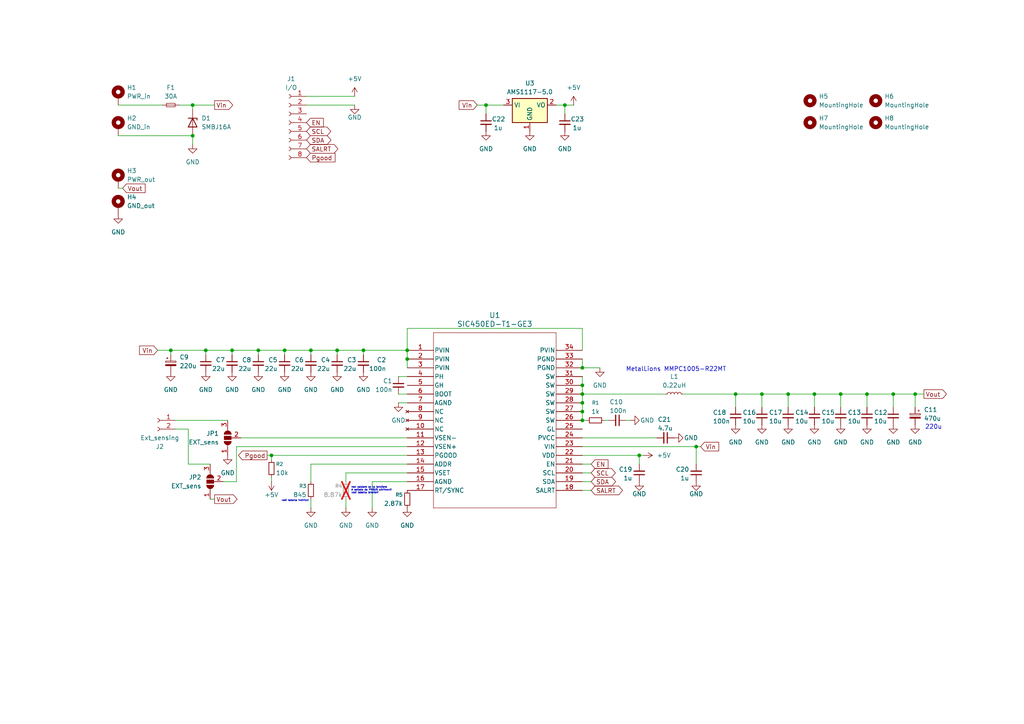
<source format=kicad_sch>
(kicad_sch
	(version 20250114)
	(generator "eeschema")
	(generator_version "9.0")
	(uuid "540ecea5-3d8e-4f21-877a-2072eaef4f7a")
	(paper "A4")
	(lib_symbols
		(symbol "2025-09-09_18-15-22:SIC450ED-T1-GE3"
			(pin_names
				(offset 0.254)
			)
			(exclude_from_sim no)
			(in_bom yes)
			(on_board yes)
			(property "Reference" "U"
				(at 25.4 10.16 0)
				(effects
					(font
						(size 1.524 1.524)
					)
				)
			)
			(property "Value" "SIC450ED-T1-GE3"
				(at 25.4 7.62 0)
				(effects
					(font
						(size 1.524 1.524)
					)
				)
			)
			(property "Footprint" "POWERPAK_MLP34-57_VIS"
				(at 0 0 0)
				(effects
					(font
						(size 1.27 1.27)
						(italic yes)
					)
					(hide yes)
				)
			)
			(property "Datasheet" "https://www.vishay.com/doc?77863"
				(at 0 0 0)
				(effects
					(font
						(size 1.27 1.27)
						(italic yes)
					)
					(hide yes)
				)
			)
			(property "Description" ""
				(at 0 0 0)
				(effects
					(font
						(size 1.27 1.27)
					)
					(hide yes)
				)
			)
			(property "ki_locked" ""
				(at 0 0 0)
				(effects
					(font
						(size 1.27 1.27)
					)
				)
			)
			(property "ki_keywords" "SIC450ED-T1-GE3"
				(at 0 0 0)
				(effects
					(font
						(size 1.27 1.27)
					)
					(hide yes)
				)
			)
			(property "ki_fp_filters" "POWERPAK_MLP34-57_VIS"
				(at 0 0 0)
				(effects
					(font
						(size 1.27 1.27)
					)
					(hide yes)
				)
			)
			(symbol "SIC450ED-T1-GE3_0_1"
				(polyline
					(pts
						(xy 7.62 5.08) (xy 7.62 -45.72)
					)
					(stroke
						(width 0.127)
						(type default)
					)
					(fill
						(type none)
					)
				)
				(polyline
					(pts
						(xy 7.62 -45.72) (xy 43.18 -45.72)
					)
					(stroke
						(width 0.127)
						(type default)
					)
					(fill
						(type none)
					)
				)
				(polyline
					(pts
						(xy 43.18 5.08) (xy 7.62 5.08)
					)
					(stroke
						(width 0.127)
						(type default)
					)
					(fill
						(type none)
					)
				)
				(polyline
					(pts
						(xy 43.18 -45.72) (xy 43.18 5.08)
					)
					(stroke
						(width 0.127)
						(type default)
					)
					(fill
						(type none)
					)
				)
				(pin power_in line
					(at 0 0 0)
					(length 7.62)
					(name "PVIN"
						(effects
							(font
								(size 1.27 1.27)
							)
						)
					)
					(number "1"
						(effects
							(font
								(size 1.27 1.27)
							)
						)
					)
				)
				(pin power_in line
					(at 0 -2.54 0)
					(length 7.62)
					(name "PVIN"
						(effects
							(font
								(size 1.27 1.27)
							)
						)
					)
					(number "2"
						(effects
							(font
								(size 1.27 1.27)
							)
						)
					)
				)
				(pin power_in line
					(at 0 -5.08 0)
					(length 7.62)
					(name "PVIN"
						(effects
							(font
								(size 1.27 1.27)
							)
						)
					)
					(number "3"
						(effects
							(font
								(size 1.27 1.27)
							)
						)
					)
				)
				(pin unspecified line
					(at 0 -7.62 0)
					(length 7.62)
					(name "PH"
						(effects
							(font
								(size 1.27 1.27)
							)
						)
					)
					(number "4"
						(effects
							(font
								(size 1.27 1.27)
							)
						)
					)
				)
				(pin unspecified line
					(at 0 -10.16 0)
					(length 7.62)
					(name "GH"
						(effects
							(font
								(size 1.27 1.27)
							)
						)
					)
					(number "5"
						(effects
							(font
								(size 1.27 1.27)
							)
						)
					)
				)
				(pin unspecified line
					(at 0 -12.7 0)
					(length 7.62)
					(name "BOOT"
						(effects
							(font
								(size 1.27 1.27)
							)
						)
					)
					(number "6"
						(effects
							(font
								(size 1.27 1.27)
							)
						)
					)
				)
				(pin power_out line
					(at 0 -15.24 0)
					(length 7.62)
					(name "AGND"
						(effects
							(font
								(size 1.27 1.27)
							)
						)
					)
					(number "7"
						(effects
							(font
								(size 1.27 1.27)
							)
						)
					)
				)
				(pin no_connect line
					(at 0 -17.78 0)
					(length 7.62)
					(name "NC"
						(effects
							(font
								(size 1.27 1.27)
							)
						)
					)
					(number "8"
						(effects
							(font
								(size 1.27 1.27)
							)
						)
					)
				)
				(pin no_connect line
					(at 0 -20.32 0)
					(length 7.62)
					(name "NC"
						(effects
							(font
								(size 1.27 1.27)
							)
						)
					)
					(number "9"
						(effects
							(font
								(size 1.27 1.27)
							)
						)
					)
				)
				(pin no_connect line
					(at 0 -22.86 0)
					(length 7.62)
					(name "NC"
						(effects
							(font
								(size 1.27 1.27)
							)
						)
					)
					(number "10"
						(effects
							(font
								(size 1.27 1.27)
							)
						)
					)
				)
				(pin unspecified line
					(at 0 -25.4 0)
					(length 7.62)
					(name "VSEN-"
						(effects
							(font
								(size 1.27 1.27)
							)
						)
					)
					(number "11"
						(effects
							(font
								(size 1.27 1.27)
							)
						)
					)
				)
				(pin unspecified line
					(at 0 -27.94 0)
					(length 7.62)
					(name "VSEN+"
						(effects
							(font
								(size 1.27 1.27)
							)
						)
					)
					(number "12"
						(effects
							(font
								(size 1.27 1.27)
							)
						)
					)
				)
				(pin power_in line
					(at 0 -30.48 0)
					(length 7.62)
					(name "PGOOD"
						(effects
							(font
								(size 1.27 1.27)
							)
						)
					)
					(number "13"
						(effects
							(font
								(size 1.27 1.27)
							)
						)
					)
				)
				(pin unspecified line
					(at 0 -33.02 0)
					(length 7.62)
					(name "ADDR"
						(effects
							(font
								(size 1.27 1.27)
							)
						)
					)
					(number "14"
						(effects
							(font
								(size 1.27 1.27)
							)
						)
					)
				)
				(pin unspecified line
					(at 0 -35.56 0)
					(length 7.62)
					(name "VSET"
						(effects
							(font
								(size 1.27 1.27)
							)
						)
					)
					(number "15"
						(effects
							(font
								(size 1.27 1.27)
							)
						)
					)
				)
				(pin power_out line
					(at 0 -38.1 0)
					(length 7.62)
					(name "AGND"
						(effects
							(font
								(size 1.27 1.27)
							)
						)
					)
					(number "16"
						(effects
							(font
								(size 1.27 1.27)
							)
						)
					)
				)
				(pin unspecified line
					(at 0 -40.64 0)
					(length 7.62)
					(name "RT/SYNC"
						(effects
							(font
								(size 1.27 1.27)
							)
						)
					)
					(number "17"
						(effects
							(font
								(size 1.27 1.27)
							)
						)
					)
				)
				(pin power_in line
					(at 50.8 0 180)
					(length 7.62)
					(name "PVIN"
						(effects
							(font
								(size 1.27 1.27)
							)
						)
					)
					(number "34"
						(effects
							(font
								(size 1.27 1.27)
							)
						)
					)
				)
				(pin power_out line
					(at 50.8 -2.54 180)
					(length 7.62)
					(name "PGND"
						(effects
							(font
								(size 1.27 1.27)
							)
						)
					)
					(number "33"
						(effects
							(font
								(size 1.27 1.27)
							)
						)
					)
				)
				(pin power_out line
					(at 50.8 -5.08 180)
					(length 7.62)
					(name "PGND"
						(effects
							(font
								(size 1.27 1.27)
							)
						)
					)
					(number "32"
						(effects
							(font
								(size 1.27 1.27)
							)
						)
					)
				)
				(pin unspecified line
					(at 50.8 -7.62 180)
					(length 7.62)
					(name "SW"
						(effects
							(font
								(size 1.27 1.27)
							)
						)
					)
					(number "31"
						(effects
							(font
								(size 1.27 1.27)
							)
						)
					)
				)
				(pin unspecified line
					(at 50.8 -10.16 180)
					(length 7.62)
					(name "SW"
						(effects
							(font
								(size 1.27 1.27)
							)
						)
					)
					(number "30"
						(effects
							(font
								(size 1.27 1.27)
							)
						)
					)
				)
				(pin unspecified line
					(at 50.8 -12.7 180)
					(length 7.62)
					(name "SW"
						(effects
							(font
								(size 1.27 1.27)
							)
						)
					)
					(number "29"
						(effects
							(font
								(size 1.27 1.27)
							)
						)
					)
				)
				(pin unspecified line
					(at 50.8 -15.24 180)
					(length 7.62)
					(name "SW"
						(effects
							(font
								(size 1.27 1.27)
							)
						)
					)
					(number "28"
						(effects
							(font
								(size 1.27 1.27)
							)
						)
					)
				)
				(pin unspecified line
					(at 50.8 -17.78 180)
					(length 7.62)
					(name "SW"
						(effects
							(font
								(size 1.27 1.27)
							)
						)
					)
					(number "27"
						(effects
							(font
								(size 1.27 1.27)
							)
						)
					)
				)
				(pin unspecified line
					(at 50.8 -20.32 180)
					(length 7.62)
					(name "SW"
						(effects
							(font
								(size 1.27 1.27)
							)
						)
					)
					(number "26"
						(effects
							(font
								(size 1.27 1.27)
							)
						)
					)
				)
				(pin unspecified line
					(at 50.8 -22.86 180)
					(length 7.62)
					(name "GL"
						(effects
							(font
								(size 1.27 1.27)
							)
						)
					)
					(number "25"
						(effects
							(font
								(size 1.27 1.27)
							)
						)
					)
				)
				(pin power_in line
					(at 50.8 -25.4 180)
					(length 7.62)
					(name "PVCC"
						(effects
							(font
								(size 1.27 1.27)
							)
						)
					)
					(number "24"
						(effects
							(font
								(size 1.27 1.27)
							)
						)
					)
				)
				(pin power_in line
					(at 50.8 -27.94 180)
					(length 7.62)
					(name "VIN"
						(effects
							(font
								(size 1.27 1.27)
							)
						)
					)
					(number "23"
						(effects
							(font
								(size 1.27 1.27)
							)
						)
					)
				)
				(pin power_in line
					(at 50.8 -30.48 180)
					(length 7.62)
					(name "VDD"
						(effects
							(font
								(size 1.27 1.27)
							)
						)
					)
					(number "22"
						(effects
							(font
								(size 1.27 1.27)
							)
						)
					)
				)
				(pin input line
					(at 50.8 -33.02 180)
					(length 7.62)
					(name "EN"
						(effects
							(font
								(size 1.27 1.27)
							)
						)
					)
					(number "21"
						(effects
							(font
								(size 1.27 1.27)
							)
						)
					)
				)
				(pin input line
					(at 50.8 -35.56 180)
					(length 7.62)
					(name "SCL"
						(effects
							(font
								(size 1.27 1.27)
							)
						)
					)
					(number "20"
						(effects
							(font
								(size 1.27 1.27)
							)
						)
					)
				)
				(pin bidirectional line
					(at 50.8 -38.1 180)
					(length 7.62)
					(name "SDA"
						(effects
							(font
								(size 1.27 1.27)
							)
						)
					)
					(number "19"
						(effects
							(font
								(size 1.27 1.27)
							)
						)
					)
				)
				(pin unspecified line
					(at 50.8 -40.64 180)
					(length 7.62)
					(name "SALRT"
						(effects
							(font
								(size 1.27 1.27)
							)
						)
					)
					(number "18"
						(effects
							(font
								(size 1.27 1.27)
							)
						)
					)
				)
			)
			(embedded_fonts no)
		)
		(symbol "Connector:Conn_01x02_Socket"
			(pin_names
				(offset 1.016)
				(hide yes)
			)
			(exclude_from_sim no)
			(in_bom yes)
			(on_board yes)
			(property "Reference" "J"
				(at 0 2.54 0)
				(effects
					(font
						(size 1.27 1.27)
					)
				)
			)
			(property "Value" "Conn_01x02_Socket"
				(at 0 -5.08 0)
				(effects
					(font
						(size 1.27 1.27)
					)
				)
			)
			(property "Footprint" ""
				(at 0 0 0)
				(effects
					(font
						(size 1.27 1.27)
					)
					(hide yes)
				)
			)
			(property "Datasheet" "~"
				(at 0 0 0)
				(effects
					(font
						(size 1.27 1.27)
					)
					(hide yes)
				)
			)
			(property "Description" "Generic connector, single row, 01x02, script generated"
				(at 0 0 0)
				(effects
					(font
						(size 1.27 1.27)
					)
					(hide yes)
				)
			)
			(property "ki_locked" ""
				(at 0 0 0)
				(effects
					(font
						(size 1.27 1.27)
					)
				)
			)
			(property "ki_keywords" "connector"
				(at 0 0 0)
				(effects
					(font
						(size 1.27 1.27)
					)
					(hide yes)
				)
			)
			(property "ki_fp_filters" "Connector*:*_1x??_*"
				(at 0 0 0)
				(effects
					(font
						(size 1.27 1.27)
					)
					(hide yes)
				)
			)
			(symbol "Conn_01x02_Socket_1_1"
				(polyline
					(pts
						(xy -1.27 0) (xy -0.508 0)
					)
					(stroke
						(width 0.1524)
						(type default)
					)
					(fill
						(type none)
					)
				)
				(polyline
					(pts
						(xy -1.27 -2.54) (xy -0.508 -2.54)
					)
					(stroke
						(width 0.1524)
						(type default)
					)
					(fill
						(type none)
					)
				)
				(arc
					(start 0 -0.508)
					(mid -0.5058 0)
					(end 0 0.508)
					(stroke
						(width 0.1524)
						(type default)
					)
					(fill
						(type none)
					)
				)
				(arc
					(start 0 -3.048)
					(mid -0.5058 -2.54)
					(end 0 -2.032)
					(stroke
						(width 0.1524)
						(type default)
					)
					(fill
						(type none)
					)
				)
				(pin passive line
					(at -5.08 0 0)
					(length 3.81)
					(name "Pin_1"
						(effects
							(font
								(size 1.27 1.27)
							)
						)
					)
					(number "1"
						(effects
							(font
								(size 1.27 1.27)
							)
						)
					)
				)
				(pin passive line
					(at -5.08 -2.54 0)
					(length 3.81)
					(name "Pin_2"
						(effects
							(font
								(size 1.27 1.27)
							)
						)
					)
					(number "2"
						(effects
							(font
								(size 1.27 1.27)
							)
						)
					)
				)
			)
			(embedded_fonts no)
		)
		(symbol "Connector:Conn_01x08_Socket"
			(pin_names
				(offset 1.016)
				(hide yes)
			)
			(exclude_from_sim no)
			(in_bom yes)
			(on_board yes)
			(property "Reference" "J"
				(at 0 10.16 0)
				(effects
					(font
						(size 1.27 1.27)
					)
				)
			)
			(property "Value" "Conn_01x08_Socket"
				(at 0 -12.7 0)
				(effects
					(font
						(size 1.27 1.27)
					)
				)
			)
			(property "Footprint" ""
				(at 0 0 0)
				(effects
					(font
						(size 1.27 1.27)
					)
					(hide yes)
				)
			)
			(property "Datasheet" "~"
				(at 0 0 0)
				(effects
					(font
						(size 1.27 1.27)
					)
					(hide yes)
				)
			)
			(property "Description" "Generic connector, single row, 01x08, script generated"
				(at 0 0 0)
				(effects
					(font
						(size 1.27 1.27)
					)
					(hide yes)
				)
			)
			(property "ki_locked" ""
				(at 0 0 0)
				(effects
					(font
						(size 1.27 1.27)
					)
				)
			)
			(property "ki_keywords" "connector"
				(at 0 0 0)
				(effects
					(font
						(size 1.27 1.27)
					)
					(hide yes)
				)
			)
			(property "ki_fp_filters" "Connector*:*_1x??_*"
				(at 0 0 0)
				(effects
					(font
						(size 1.27 1.27)
					)
					(hide yes)
				)
			)
			(symbol "Conn_01x08_Socket_1_1"
				(polyline
					(pts
						(xy -1.27 7.62) (xy -0.508 7.62)
					)
					(stroke
						(width 0.1524)
						(type default)
					)
					(fill
						(type none)
					)
				)
				(polyline
					(pts
						(xy -1.27 5.08) (xy -0.508 5.08)
					)
					(stroke
						(width 0.1524)
						(type default)
					)
					(fill
						(type none)
					)
				)
				(polyline
					(pts
						(xy -1.27 2.54) (xy -0.508 2.54)
					)
					(stroke
						(width 0.1524)
						(type default)
					)
					(fill
						(type none)
					)
				)
				(polyline
					(pts
						(xy -1.27 0) (xy -0.508 0)
					)
					(stroke
						(width 0.1524)
						(type default)
					)
					(fill
						(type none)
					)
				)
				(polyline
					(pts
						(xy -1.27 -2.54) (xy -0.508 -2.54)
					)
					(stroke
						(width 0.1524)
						(type default)
					)
					(fill
						(type none)
					)
				)
				(polyline
					(pts
						(xy -1.27 -5.08) (xy -0.508 -5.08)
					)
					(stroke
						(width 0.1524)
						(type default)
					)
					(fill
						(type none)
					)
				)
				(polyline
					(pts
						(xy -1.27 -7.62) (xy -0.508 -7.62)
					)
					(stroke
						(width 0.1524)
						(type default)
					)
					(fill
						(type none)
					)
				)
				(polyline
					(pts
						(xy -1.27 -10.16) (xy -0.508 -10.16)
					)
					(stroke
						(width 0.1524)
						(type default)
					)
					(fill
						(type none)
					)
				)
				(arc
					(start 0 7.112)
					(mid -0.5058 7.62)
					(end 0 8.128)
					(stroke
						(width 0.1524)
						(type default)
					)
					(fill
						(type none)
					)
				)
				(arc
					(start 0 4.572)
					(mid -0.5058 5.08)
					(end 0 5.588)
					(stroke
						(width 0.1524)
						(type default)
					)
					(fill
						(type none)
					)
				)
				(arc
					(start 0 2.032)
					(mid -0.5058 2.54)
					(end 0 3.048)
					(stroke
						(width 0.1524)
						(type default)
					)
					(fill
						(type none)
					)
				)
				(arc
					(start 0 -0.508)
					(mid -0.5058 0)
					(end 0 0.508)
					(stroke
						(width 0.1524)
						(type default)
					)
					(fill
						(type none)
					)
				)
				(arc
					(start 0 -3.048)
					(mid -0.5058 -2.54)
					(end 0 -2.032)
					(stroke
						(width 0.1524)
						(type default)
					)
					(fill
						(type none)
					)
				)
				(arc
					(start 0 -5.588)
					(mid -0.5058 -5.08)
					(end 0 -4.572)
					(stroke
						(width 0.1524)
						(type default)
					)
					(fill
						(type none)
					)
				)
				(arc
					(start 0 -8.128)
					(mid -0.5058 -7.62)
					(end 0 -7.112)
					(stroke
						(width 0.1524)
						(type default)
					)
					(fill
						(type none)
					)
				)
				(arc
					(start 0 -10.668)
					(mid -0.5058 -10.16)
					(end 0 -9.652)
					(stroke
						(width 0.1524)
						(type default)
					)
					(fill
						(type none)
					)
				)
				(pin passive line
					(at -5.08 7.62 0)
					(length 3.81)
					(name "Pin_1"
						(effects
							(font
								(size 1.27 1.27)
							)
						)
					)
					(number "1"
						(effects
							(font
								(size 1.27 1.27)
							)
						)
					)
				)
				(pin passive line
					(at -5.08 5.08 0)
					(length 3.81)
					(name "Pin_2"
						(effects
							(font
								(size 1.27 1.27)
							)
						)
					)
					(number "2"
						(effects
							(font
								(size 1.27 1.27)
							)
						)
					)
				)
				(pin passive line
					(at -5.08 2.54 0)
					(length 3.81)
					(name "Pin_3"
						(effects
							(font
								(size 1.27 1.27)
							)
						)
					)
					(number "3"
						(effects
							(font
								(size 1.27 1.27)
							)
						)
					)
				)
				(pin passive line
					(at -5.08 0 0)
					(length 3.81)
					(name "Pin_4"
						(effects
							(font
								(size 1.27 1.27)
							)
						)
					)
					(number "4"
						(effects
							(font
								(size 1.27 1.27)
							)
						)
					)
				)
				(pin passive line
					(at -5.08 -2.54 0)
					(length 3.81)
					(name "Pin_5"
						(effects
							(font
								(size 1.27 1.27)
							)
						)
					)
					(number "5"
						(effects
							(font
								(size 1.27 1.27)
							)
						)
					)
				)
				(pin passive line
					(at -5.08 -5.08 0)
					(length 3.81)
					(name "Pin_6"
						(effects
							(font
								(size 1.27 1.27)
							)
						)
					)
					(number "6"
						(effects
							(font
								(size 1.27 1.27)
							)
						)
					)
				)
				(pin passive line
					(at -5.08 -7.62 0)
					(length 3.81)
					(name "Pin_7"
						(effects
							(font
								(size 1.27 1.27)
							)
						)
					)
					(number "7"
						(effects
							(font
								(size 1.27 1.27)
							)
						)
					)
				)
				(pin passive line
					(at -5.08 -10.16 0)
					(length 3.81)
					(name "Pin_8"
						(effects
							(font
								(size 1.27 1.27)
							)
						)
					)
					(number "8"
						(effects
							(font
								(size 1.27 1.27)
							)
						)
					)
				)
			)
			(embedded_fonts no)
		)
		(symbol "Device:C_Polarized_Small"
			(pin_numbers
				(hide yes)
			)
			(pin_names
				(offset 0.254)
				(hide yes)
			)
			(exclude_from_sim no)
			(in_bom yes)
			(on_board yes)
			(property "Reference" "C"
				(at 0.254 1.778 0)
				(effects
					(font
						(size 1.27 1.27)
					)
					(justify left)
				)
			)
			(property "Value" "C_Polarized_Small"
				(at 0.254 -2.032 0)
				(effects
					(font
						(size 1.27 1.27)
					)
					(justify left)
				)
			)
			(property "Footprint" ""
				(at 0 0 0)
				(effects
					(font
						(size 1.27 1.27)
					)
					(hide yes)
				)
			)
			(property "Datasheet" "~"
				(at 0 0 0)
				(effects
					(font
						(size 1.27 1.27)
					)
					(hide yes)
				)
			)
			(property "Description" "Polarized capacitor, small symbol"
				(at 0 0 0)
				(effects
					(font
						(size 1.27 1.27)
					)
					(hide yes)
				)
			)
			(property "ki_keywords" "cap capacitor"
				(at 0 0 0)
				(effects
					(font
						(size 1.27 1.27)
					)
					(hide yes)
				)
			)
			(property "ki_fp_filters" "CP_*"
				(at 0 0 0)
				(effects
					(font
						(size 1.27 1.27)
					)
					(hide yes)
				)
			)
			(symbol "C_Polarized_Small_0_1"
				(rectangle
					(start -1.524 0.6858)
					(end 1.524 0.3048)
					(stroke
						(width 0)
						(type default)
					)
					(fill
						(type none)
					)
				)
				(rectangle
					(start -1.524 -0.3048)
					(end 1.524 -0.6858)
					(stroke
						(width 0)
						(type default)
					)
					(fill
						(type outline)
					)
				)
				(polyline
					(pts
						(xy -1.27 1.524) (xy -0.762 1.524)
					)
					(stroke
						(width 0)
						(type default)
					)
					(fill
						(type none)
					)
				)
				(polyline
					(pts
						(xy -1.016 1.27) (xy -1.016 1.778)
					)
					(stroke
						(width 0)
						(type default)
					)
					(fill
						(type none)
					)
				)
			)
			(symbol "C_Polarized_Small_1_1"
				(pin passive line
					(at 0 2.54 270)
					(length 1.8542)
					(name "~"
						(effects
							(font
								(size 1.27 1.27)
							)
						)
					)
					(number "1"
						(effects
							(font
								(size 1.27 1.27)
							)
						)
					)
				)
				(pin passive line
					(at 0 -2.54 90)
					(length 1.8542)
					(name "~"
						(effects
							(font
								(size 1.27 1.27)
							)
						)
					)
					(number "2"
						(effects
							(font
								(size 1.27 1.27)
							)
						)
					)
				)
			)
			(embedded_fonts no)
		)
		(symbol "Device:C_Small"
			(pin_numbers
				(hide yes)
			)
			(pin_names
				(offset 0.254)
				(hide yes)
			)
			(exclude_from_sim no)
			(in_bom yes)
			(on_board yes)
			(property "Reference" "C"
				(at 0.254 1.778 0)
				(effects
					(font
						(size 1.27 1.27)
					)
					(justify left)
				)
			)
			(property "Value" "C_Small"
				(at 0.254 -2.032 0)
				(effects
					(font
						(size 1.27 1.27)
					)
					(justify left)
				)
			)
			(property "Footprint" ""
				(at 0 0 0)
				(effects
					(font
						(size 1.27 1.27)
					)
					(hide yes)
				)
			)
			(property "Datasheet" "~"
				(at 0 0 0)
				(effects
					(font
						(size 1.27 1.27)
					)
					(hide yes)
				)
			)
			(property "Description" "Unpolarized capacitor, small symbol"
				(at 0 0 0)
				(effects
					(font
						(size 1.27 1.27)
					)
					(hide yes)
				)
			)
			(property "ki_keywords" "capacitor cap"
				(at 0 0 0)
				(effects
					(font
						(size 1.27 1.27)
					)
					(hide yes)
				)
			)
			(property "ki_fp_filters" "C_*"
				(at 0 0 0)
				(effects
					(font
						(size 1.27 1.27)
					)
					(hide yes)
				)
			)
			(symbol "C_Small_0_1"
				(polyline
					(pts
						(xy -1.524 0.508) (xy 1.524 0.508)
					)
					(stroke
						(width 0.3048)
						(type default)
					)
					(fill
						(type none)
					)
				)
				(polyline
					(pts
						(xy -1.524 -0.508) (xy 1.524 -0.508)
					)
					(stroke
						(width 0.3302)
						(type default)
					)
					(fill
						(type none)
					)
				)
			)
			(symbol "C_Small_1_1"
				(pin passive line
					(at 0 2.54 270)
					(length 2.032)
					(name "~"
						(effects
							(font
								(size 1.27 1.27)
							)
						)
					)
					(number "1"
						(effects
							(font
								(size 1.27 1.27)
							)
						)
					)
				)
				(pin passive line
					(at 0 -2.54 90)
					(length 2.032)
					(name "~"
						(effects
							(font
								(size 1.27 1.27)
							)
						)
					)
					(number "2"
						(effects
							(font
								(size 1.27 1.27)
							)
						)
					)
				)
			)
			(embedded_fonts no)
		)
		(symbol "Device:Fuse_Small"
			(pin_numbers
				(hide yes)
			)
			(pin_names
				(offset 0.254)
				(hide yes)
			)
			(exclude_from_sim no)
			(in_bom yes)
			(on_board yes)
			(property "Reference" "F"
				(at 0 -1.524 0)
				(effects
					(font
						(size 1.27 1.27)
					)
				)
			)
			(property "Value" "Fuse_Small"
				(at 0 1.524 0)
				(effects
					(font
						(size 1.27 1.27)
					)
				)
			)
			(property "Footprint" ""
				(at 0 0 0)
				(effects
					(font
						(size 1.27 1.27)
					)
					(hide yes)
				)
			)
			(property "Datasheet" "~"
				(at 0 0 0)
				(effects
					(font
						(size 1.27 1.27)
					)
					(hide yes)
				)
			)
			(property "Description" "Fuse, small symbol"
				(at 0 0 0)
				(effects
					(font
						(size 1.27 1.27)
					)
					(hide yes)
				)
			)
			(property "ki_keywords" "fuse"
				(at 0 0 0)
				(effects
					(font
						(size 1.27 1.27)
					)
					(hide yes)
				)
			)
			(property "ki_fp_filters" "*Fuse*"
				(at 0 0 0)
				(effects
					(font
						(size 1.27 1.27)
					)
					(hide yes)
				)
			)
			(symbol "Fuse_Small_0_1"
				(rectangle
					(start -1.27 0.508)
					(end 1.27 -0.508)
					(stroke
						(width 0)
						(type default)
					)
					(fill
						(type none)
					)
				)
				(polyline
					(pts
						(xy -1.27 0) (xy 1.27 0)
					)
					(stroke
						(width 0)
						(type default)
					)
					(fill
						(type none)
					)
				)
			)
			(symbol "Fuse_Small_1_1"
				(pin passive line
					(at -2.54 0 0)
					(length 1.27)
					(name "~"
						(effects
							(font
								(size 1.27 1.27)
							)
						)
					)
					(number "1"
						(effects
							(font
								(size 1.27 1.27)
							)
						)
					)
				)
				(pin passive line
					(at 2.54 0 180)
					(length 1.27)
					(name "~"
						(effects
							(font
								(size 1.27 1.27)
							)
						)
					)
					(number "2"
						(effects
							(font
								(size 1.27 1.27)
							)
						)
					)
				)
			)
			(embedded_fonts no)
		)
		(symbol "Device:L_Small"
			(pin_numbers
				(hide yes)
			)
			(pin_names
				(offset 0.254)
				(hide yes)
			)
			(exclude_from_sim no)
			(in_bom yes)
			(on_board yes)
			(property "Reference" "L"
				(at 0.762 1.016 0)
				(effects
					(font
						(size 1.27 1.27)
					)
					(justify left)
				)
			)
			(property "Value" "L_Small"
				(at 0.762 -1.016 0)
				(effects
					(font
						(size 1.27 1.27)
					)
					(justify left)
				)
			)
			(property "Footprint" ""
				(at 0 0 0)
				(effects
					(font
						(size 1.27 1.27)
					)
					(hide yes)
				)
			)
			(property "Datasheet" "~"
				(at 0 0 0)
				(effects
					(font
						(size 1.27 1.27)
					)
					(hide yes)
				)
			)
			(property "Description" "Inductor, small symbol"
				(at 0 0 0)
				(effects
					(font
						(size 1.27 1.27)
					)
					(hide yes)
				)
			)
			(property "ki_keywords" "inductor choke coil reactor magnetic"
				(at 0 0 0)
				(effects
					(font
						(size 1.27 1.27)
					)
					(hide yes)
				)
			)
			(property "ki_fp_filters" "Choke_* *Coil* Inductor_* L_*"
				(at 0 0 0)
				(effects
					(font
						(size 1.27 1.27)
					)
					(hide yes)
				)
			)
			(symbol "L_Small_0_1"
				(arc
					(start 0 2.032)
					(mid 0.5058 1.524)
					(end 0 1.016)
					(stroke
						(width 0)
						(type default)
					)
					(fill
						(type none)
					)
				)
				(arc
					(start 0 1.016)
					(mid 0.5058 0.508)
					(end 0 0)
					(stroke
						(width 0)
						(type default)
					)
					(fill
						(type none)
					)
				)
				(arc
					(start 0 0)
					(mid 0.5058 -0.508)
					(end 0 -1.016)
					(stroke
						(width 0)
						(type default)
					)
					(fill
						(type none)
					)
				)
				(arc
					(start 0 -1.016)
					(mid 0.5058 -1.524)
					(end 0 -2.032)
					(stroke
						(width 0)
						(type default)
					)
					(fill
						(type none)
					)
				)
			)
			(symbol "L_Small_1_1"
				(pin passive line
					(at 0 2.54 270)
					(length 0.508)
					(name "~"
						(effects
							(font
								(size 1.27 1.27)
							)
						)
					)
					(number "1"
						(effects
							(font
								(size 1.27 1.27)
							)
						)
					)
				)
				(pin passive line
					(at 0 -2.54 90)
					(length 0.508)
					(name "~"
						(effects
							(font
								(size 1.27 1.27)
							)
						)
					)
					(number "2"
						(effects
							(font
								(size 1.27 1.27)
							)
						)
					)
				)
			)
			(embedded_fonts no)
		)
		(symbol "Device:R_Small"
			(pin_numbers
				(hide yes)
			)
			(pin_names
				(offset 0.254)
				(hide yes)
			)
			(exclude_from_sim no)
			(in_bom yes)
			(on_board yes)
			(property "Reference" "R"
				(at 0 0 90)
				(effects
					(font
						(size 1.016 1.016)
					)
				)
			)
			(property "Value" "R_Small"
				(at 1.778 0 90)
				(effects
					(font
						(size 1.27 1.27)
					)
				)
			)
			(property "Footprint" ""
				(at 0 0 0)
				(effects
					(font
						(size 1.27 1.27)
					)
					(hide yes)
				)
			)
			(property "Datasheet" "~"
				(at 0 0 0)
				(effects
					(font
						(size 1.27 1.27)
					)
					(hide yes)
				)
			)
			(property "Description" "Resistor, small symbol"
				(at 0 0 0)
				(effects
					(font
						(size 1.27 1.27)
					)
					(hide yes)
				)
			)
			(property "ki_keywords" "R resistor"
				(at 0 0 0)
				(effects
					(font
						(size 1.27 1.27)
					)
					(hide yes)
				)
			)
			(property "ki_fp_filters" "R_*"
				(at 0 0 0)
				(effects
					(font
						(size 1.27 1.27)
					)
					(hide yes)
				)
			)
			(symbol "R_Small_0_1"
				(rectangle
					(start -0.762 1.778)
					(end 0.762 -1.778)
					(stroke
						(width 0.2032)
						(type default)
					)
					(fill
						(type none)
					)
				)
			)
			(symbol "R_Small_1_1"
				(pin passive line
					(at 0 2.54 270)
					(length 0.762)
					(name "~"
						(effects
							(font
								(size 1.27 1.27)
							)
						)
					)
					(number "1"
						(effects
							(font
								(size 1.27 1.27)
							)
						)
					)
				)
				(pin passive line
					(at 0 -2.54 90)
					(length 0.762)
					(name "~"
						(effects
							(font
								(size 1.27 1.27)
							)
						)
					)
					(number "2"
						(effects
							(font
								(size 1.27 1.27)
							)
						)
					)
				)
			)
			(embedded_fonts no)
		)
		(symbol "Diode:PTVS26VZ1USK"
			(pin_numbers
				(hide yes)
			)
			(pin_names
				(hide yes)
			)
			(exclude_from_sim no)
			(in_bom yes)
			(on_board yes)
			(property "Reference" "D"
				(at 0 2.54 0)
				(effects
					(font
						(size 1.27 1.27)
					)
				)
			)
			(property "Value" "PTVS26VZ1USK"
				(at 0 -2.54 0)
				(effects
					(font
						(size 1.27 1.27)
					)
				)
			)
			(property "Footprint" "Diode_SMD:Nexperia_DSN1608-2_1.6x0.8mm"
				(at 0 -4.445 0)
				(effects
					(font
						(size 1.27 1.27)
					)
					(hide yes)
				)
			)
			(property "Datasheet" "https://assets.nexperia.com/documents/data-sheet/PTVS26VZ1USK.pdf"
				(at 0 0 0)
				(effects
					(font
						(size 1.27 1.27)
					)
					(hide yes)
				)
			)
			(property "Description" "26V, 1850W TVS unidirectional diode, DSN1608-2"
				(at 0 0 0)
				(effects
					(font
						(size 1.27 1.27)
					)
					(hide yes)
				)
			)
			(property "ki_keywords" "TVS diode"
				(at 0 0 0)
				(effects
					(font
						(size 1.27 1.27)
					)
					(hide yes)
				)
			)
			(property "ki_fp_filters" "*DSN1608?2*"
				(at 0 0 0)
				(effects
					(font
						(size 1.27 1.27)
					)
					(hide yes)
				)
			)
			(symbol "PTVS26VZ1USK_0_1"
				(polyline
					(pts
						(xy -1.27 -1.27) (xy -1.27 1.27) (xy -0.762 1.27)
					)
					(stroke
						(width 0.254)
						(type default)
					)
					(fill
						(type none)
					)
				)
				(polyline
					(pts
						(xy 1.27 0) (xy -1.27 0)
					)
					(stroke
						(width 0)
						(type default)
					)
					(fill
						(type none)
					)
				)
				(polyline
					(pts
						(xy 1.27 -1.27) (xy 1.27 1.27) (xy -1.27 0) (xy 1.27 -1.27)
					)
					(stroke
						(width 0.254)
						(type default)
					)
					(fill
						(type none)
					)
				)
			)
			(symbol "PTVS26VZ1USK_1_1"
				(pin passive line
					(at -3.81 0 0)
					(length 2.54)
					(name "K"
						(effects
							(font
								(size 1.27 1.27)
							)
						)
					)
					(number "1"
						(effects
							(font
								(size 1.27 1.27)
							)
						)
					)
				)
				(pin passive line
					(at 3.81 0 180)
					(length 2.54)
					(name "A"
						(effects
							(font
								(size 1.27 1.27)
							)
						)
					)
					(number "2"
						(effects
							(font
								(size 1.27 1.27)
							)
						)
					)
				)
			)
			(embedded_fonts no)
		)
		(symbol "Jumper:SolderJumper_3_Open"
			(pin_names
				(offset 0)
				(hide yes)
			)
			(exclude_from_sim no)
			(in_bom no)
			(on_board yes)
			(property "Reference" "JP"
				(at -2.54 -2.54 0)
				(effects
					(font
						(size 1.27 1.27)
					)
				)
			)
			(property "Value" "SolderJumper_3_Open"
				(at 0 2.794 0)
				(effects
					(font
						(size 1.27 1.27)
					)
				)
			)
			(property "Footprint" ""
				(at 0 0 0)
				(effects
					(font
						(size 1.27 1.27)
					)
					(hide yes)
				)
			)
			(property "Datasheet" "~"
				(at 0 0 0)
				(effects
					(font
						(size 1.27 1.27)
					)
					(hide yes)
				)
			)
			(property "Description" "Solder Jumper, 3-pole, open"
				(at 0 0 0)
				(effects
					(font
						(size 1.27 1.27)
					)
					(hide yes)
				)
			)
			(property "ki_keywords" "Solder Jumper SPDT"
				(at 0 0 0)
				(effects
					(font
						(size 1.27 1.27)
					)
					(hide yes)
				)
			)
			(property "ki_fp_filters" "SolderJumper*Open*"
				(at 0 0 0)
				(effects
					(font
						(size 1.27 1.27)
					)
					(hide yes)
				)
			)
			(symbol "SolderJumper_3_Open_0_1"
				(polyline
					(pts
						(xy -2.54 0) (xy -2.032 0)
					)
					(stroke
						(width 0)
						(type default)
					)
					(fill
						(type none)
					)
				)
				(polyline
					(pts
						(xy -1.016 1.016) (xy -1.016 -1.016)
					)
					(stroke
						(width 0)
						(type default)
					)
					(fill
						(type none)
					)
				)
				(arc
					(start -1.016 -1.016)
					(mid -2.0276 0)
					(end -1.016 1.016)
					(stroke
						(width 0)
						(type default)
					)
					(fill
						(type none)
					)
				)
				(arc
					(start -1.016 -1.016)
					(mid -2.0276 0)
					(end -1.016 1.016)
					(stroke
						(width 0)
						(type default)
					)
					(fill
						(type outline)
					)
				)
				(rectangle
					(start -0.508 1.016)
					(end 0.508 -1.016)
					(stroke
						(width 0)
						(type default)
					)
					(fill
						(type outline)
					)
				)
				(polyline
					(pts
						(xy 0 -1.27) (xy 0 -1.016)
					)
					(stroke
						(width 0)
						(type default)
					)
					(fill
						(type none)
					)
				)
				(arc
					(start 1.016 1.016)
					(mid 2.0276 0)
					(end 1.016 -1.016)
					(stroke
						(width 0)
						(type default)
					)
					(fill
						(type none)
					)
				)
				(arc
					(start 1.016 1.016)
					(mid 2.0276 0)
					(end 1.016 -1.016)
					(stroke
						(width 0)
						(type default)
					)
					(fill
						(type outline)
					)
				)
				(polyline
					(pts
						(xy 1.016 1.016) (xy 1.016 -1.016)
					)
					(stroke
						(width 0)
						(type default)
					)
					(fill
						(type none)
					)
				)
				(polyline
					(pts
						(xy 2.54 0) (xy 2.032 0)
					)
					(stroke
						(width 0)
						(type default)
					)
					(fill
						(type none)
					)
				)
			)
			(symbol "SolderJumper_3_Open_1_1"
				(pin passive line
					(at -5.08 0 0)
					(length 2.54)
					(name "A"
						(effects
							(font
								(size 1.27 1.27)
							)
						)
					)
					(number "1"
						(effects
							(font
								(size 1.27 1.27)
							)
						)
					)
				)
				(pin passive line
					(at 0 -3.81 90)
					(length 2.54)
					(name "C"
						(effects
							(font
								(size 1.27 1.27)
							)
						)
					)
					(number "2"
						(effects
							(font
								(size 1.27 1.27)
							)
						)
					)
				)
				(pin passive line
					(at 5.08 0 180)
					(length 2.54)
					(name "B"
						(effects
							(font
								(size 1.27 1.27)
							)
						)
					)
					(number "3"
						(effects
							(font
								(size 1.27 1.27)
							)
						)
					)
				)
			)
			(embedded_fonts no)
		)
		(symbol "Mechanical:MountingHole"
			(pin_names
				(offset 1.016)
			)
			(exclude_from_sim no)
			(in_bom no)
			(on_board yes)
			(property "Reference" "H"
				(at 0 5.08 0)
				(effects
					(font
						(size 1.27 1.27)
					)
				)
			)
			(property "Value" "MountingHole"
				(at 0 3.175 0)
				(effects
					(font
						(size 1.27 1.27)
					)
				)
			)
			(property "Footprint" ""
				(at 0 0 0)
				(effects
					(font
						(size 1.27 1.27)
					)
					(hide yes)
				)
			)
			(property "Datasheet" "~"
				(at 0 0 0)
				(effects
					(font
						(size 1.27 1.27)
					)
					(hide yes)
				)
			)
			(property "Description" "Mounting Hole without connection"
				(at 0 0 0)
				(effects
					(font
						(size 1.27 1.27)
					)
					(hide yes)
				)
			)
			(property "ki_keywords" "mounting hole"
				(at 0 0 0)
				(effects
					(font
						(size 1.27 1.27)
					)
					(hide yes)
				)
			)
			(property "ki_fp_filters" "MountingHole*"
				(at 0 0 0)
				(effects
					(font
						(size 1.27 1.27)
					)
					(hide yes)
				)
			)
			(symbol "MountingHole_0_1"
				(circle
					(center 0 0)
					(radius 1.27)
					(stroke
						(width 1.27)
						(type default)
					)
					(fill
						(type none)
					)
				)
			)
			(embedded_fonts no)
		)
		(symbol "Mechanical:MountingHole_Pad"
			(pin_numbers
				(hide yes)
			)
			(pin_names
				(offset 1.016)
				(hide yes)
			)
			(exclude_from_sim no)
			(in_bom no)
			(on_board yes)
			(property "Reference" "H"
				(at 0 6.35 0)
				(effects
					(font
						(size 1.27 1.27)
					)
				)
			)
			(property "Value" "MountingHole_Pad"
				(at 0 4.445 0)
				(effects
					(font
						(size 1.27 1.27)
					)
				)
			)
			(property "Footprint" ""
				(at 0 0 0)
				(effects
					(font
						(size 1.27 1.27)
					)
					(hide yes)
				)
			)
			(property "Datasheet" "~"
				(at 0 0 0)
				(effects
					(font
						(size 1.27 1.27)
					)
					(hide yes)
				)
			)
			(property "Description" "Mounting Hole with connection"
				(at 0 0 0)
				(effects
					(font
						(size 1.27 1.27)
					)
					(hide yes)
				)
			)
			(property "ki_keywords" "mounting hole"
				(at 0 0 0)
				(effects
					(font
						(size 1.27 1.27)
					)
					(hide yes)
				)
			)
			(property "ki_fp_filters" "MountingHole*Pad*"
				(at 0 0 0)
				(effects
					(font
						(size 1.27 1.27)
					)
					(hide yes)
				)
			)
			(symbol "MountingHole_Pad_0_1"
				(circle
					(center 0 1.27)
					(radius 1.27)
					(stroke
						(width 1.27)
						(type default)
					)
					(fill
						(type none)
					)
				)
			)
			(symbol "MountingHole_Pad_1_1"
				(pin input line
					(at 0 -2.54 90)
					(length 2.54)
					(name "1"
						(effects
							(font
								(size 1.27 1.27)
							)
						)
					)
					(number "1"
						(effects
							(font
								(size 1.27 1.27)
							)
						)
					)
				)
			)
			(embedded_fonts no)
		)
		(symbol "Regulator_Linear:AMS1117-5.0"
			(exclude_from_sim no)
			(in_bom yes)
			(on_board yes)
			(property "Reference" "U"
				(at -3.81 3.175 0)
				(effects
					(font
						(size 1.27 1.27)
					)
				)
			)
			(property "Value" "AMS1117-5.0"
				(at 0 3.175 0)
				(effects
					(font
						(size 1.27 1.27)
					)
					(justify left)
				)
			)
			(property "Footprint" "Package_TO_SOT_SMD:SOT-223-3_TabPin2"
				(at 0 5.08 0)
				(effects
					(font
						(size 1.27 1.27)
					)
					(hide yes)
				)
			)
			(property "Datasheet" "http://www.advanced-monolithic.com/pdf/ds1117.pdf"
				(at 2.54 -6.35 0)
				(effects
					(font
						(size 1.27 1.27)
					)
					(hide yes)
				)
			)
			(property "Description" "1A Low Dropout regulator, positive, 5.0V fixed output, SOT-223"
				(at 0 0 0)
				(effects
					(font
						(size 1.27 1.27)
					)
					(hide yes)
				)
			)
			(property "ki_keywords" "linear regulator ldo fixed positive"
				(at 0 0 0)
				(effects
					(font
						(size 1.27 1.27)
					)
					(hide yes)
				)
			)
			(property "ki_fp_filters" "SOT?223*TabPin2*"
				(at 0 0 0)
				(effects
					(font
						(size 1.27 1.27)
					)
					(hide yes)
				)
			)
			(symbol "AMS1117-5.0_0_1"
				(rectangle
					(start -5.08 -5.08)
					(end 5.08 1.905)
					(stroke
						(width 0.254)
						(type default)
					)
					(fill
						(type background)
					)
				)
			)
			(symbol "AMS1117-5.0_1_1"
				(pin power_in line
					(at -7.62 0 0)
					(length 2.54)
					(name "VI"
						(effects
							(font
								(size 1.27 1.27)
							)
						)
					)
					(number "3"
						(effects
							(font
								(size 1.27 1.27)
							)
						)
					)
				)
				(pin power_in line
					(at 0 -7.62 90)
					(length 2.54)
					(name "GND"
						(effects
							(font
								(size 1.27 1.27)
							)
						)
					)
					(number "1"
						(effects
							(font
								(size 1.27 1.27)
							)
						)
					)
				)
				(pin power_out line
					(at 7.62 0 180)
					(length 2.54)
					(name "VO"
						(effects
							(font
								(size 1.27 1.27)
							)
						)
					)
					(number "2"
						(effects
							(font
								(size 1.27 1.27)
							)
						)
					)
				)
			)
			(embedded_fonts no)
		)
		(symbol "power:+5V"
			(power)
			(pin_numbers
				(hide yes)
			)
			(pin_names
				(offset 0)
				(hide yes)
			)
			(exclude_from_sim no)
			(in_bom yes)
			(on_board yes)
			(property "Reference" "#PWR"
				(at 0 -3.81 0)
				(effects
					(font
						(size 1.27 1.27)
					)
					(hide yes)
				)
			)
			(property "Value" "+5V"
				(at 0 3.556 0)
				(effects
					(font
						(size 1.27 1.27)
					)
				)
			)
			(property "Footprint" ""
				(at 0 0 0)
				(effects
					(font
						(size 1.27 1.27)
					)
					(hide yes)
				)
			)
			(property "Datasheet" ""
				(at 0 0 0)
				(effects
					(font
						(size 1.27 1.27)
					)
					(hide yes)
				)
			)
			(property "Description" "Power symbol creates a global label with name \"+5V\""
				(at 0 0 0)
				(effects
					(font
						(size 1.27 1.27)
					)
					(hide yes)
				)
			)
			(property "ki_keywords" "global power"
				(at 0 0 0)
				(effects
					(font
						(size 1.27 1.27)
					)
					(hide yes)
				)
			)
			(symbol "+5V_0_1"
				(polyline
					(pts
						(xy -0.762 1.27) (xy 0 2.54)
					)
					(stroke
						(width 0)
						(type default)
					)
					(fill
						(type none)
					)
				)
				(polyline
					(pts
						(xy 0 2.54) (xy 0.762 1.27)
					)
					(stroke
						(width 0)
						(type default)
					)
					(fill
						(type none)
					)
				)
				(polyline
					(pts
						(xy 0 0) (xy 0 2.54)
					)
					(stroke
						(width 0)
						(type default)
					)
					(fill
						(type none)
					)
				)
			)
			(symbol "+5V_1_1"
				(pin power_in line
					(at 0 0 90)
					(length 0)
					(name "~"
						(effects
							(font
								(size 1.27 1.27)
							)
						)
					)
					(number "1"
						(effects
							(font
								(size 1.27 1.27)
							)
						)
					)
				)
			)
			(embedded_fonts no)
		)
		(symbol "power:GND"
			(power)
			(pin_numbers
				(hide yes)
			)
			(pin_names
				(offset 0)
				(hide yes)
			)
			(exclude_from_sim no)
			(in_bom yes)
			(on_board yes)
			(property "Reference" "#PWR"
				(at 0 -6.35 0)
				(effects
					(font
						(size 1.27 1.27)
					)
					(hide yes)
				)
			)
			(property "Value" "GND"
				(at 0 -3.81 0)
				(effects
					(font
						(size 1.27 1.27)
					)
				)
			)
			(property "Footprint" ""
				(at 0 0 0)
				(effects
					(font
						(size 1.27 1.27)
					)
					(hide yes)
				)
			)
			(property "Datasheet" ""
				(at 0 0 0)
				(effects
					(font
						(size 1.27 1.27)
					)
					(hide yes)
				)
			)
			(property "Description" "Power symbol creates a global label with name \"GND\" , ground"
				(at 0 0 0)
				(effects
					(font
						(size 1.27 1.27)
					)
					(hide yes)
				)
			)
			(property "ki_keywords" "global power"
				(at 0 0 0)
				(effects
					(font
						(size 1.27 1.27)
					)
					(hide yes)
				)
			)
			(symbol "GND_0_1"
				(polyline
					(pts
						(xy 0 0) (xy 0 -1.27) (xy 1.27 -1.27) (xy 0 -2.54) (xy -1.27 -1.27) (xy 0 -1.27)
					)
					(stroke
						(width 0)
						(type default)
					)
					(fill
						(type none)
					)
				)
			)
			(symbol "GND_1_1"
				(pin power_in line
					(at 0 0 270)
					(length 0)
					(name "~"
						(effects
							(font
								(size 1.27 1.27)
							)
						)
					)
					(number "1"
						(effects
							(font
								(size 1.27 1.27)
							)
						)
					)
				)
			)
			(embedded_fonts no)
		)
	)
	(text "non saldare se la tensione\nè settata da PMBUS altrimenti\nvedi tabella tensioni\n"
		(exclude_from_sim no)
		(at 101.854 142.24 0)
		(effects
			(font
				(size 0.5 0.5)
			)
			(justify left)
		)
		(uuid "111d18f8-ccfb-409f-99f8-aad6bf7d40f7")
	)
	(text "vedi tabella indirizzi"
		(exclude_from_sim no)
		(at 85.598 145.2881 0)
		(effects
			(font
				(size 0.5 0.5)
			)
		)
		(uuid "94548556-3a29-4865-a6b6-276e27594842")
	)
	(text "220u"
		(exclude_from_sim no)
		(at 270.764 123.952 0)
		(effects
			(font
				(size 1.27 1.27)
			)
		)
		(uuid "bfd90bcb-1f5b-43af-be6f-93a94b2da51b")
	)
	(text "MetalLions MMPC1005-R22MT"
		(exclude_from_sim no)
		(at 196.088 107.188 0)
		(effects
			(font
				(size 1.27 1.27)
			)
		)
		(uuid "e29f1c27-3cdf-4cc1-8cc5-556dbef1c720")
	)
	(junction
		(at 168.91 116.84)
		(diameter 0)
		(color 0 0 0 0)
		(uuid "0c4d81ef-5481-4fff-9628-8d7e92e9daa4")
	)
	(junction
		(at 90.17 101.6)
		(diameter 0)
		(color 0 0 0 0)
		(uuid "0f894c49-7eb8-42cb-b1b0-9e1c79dbf677")
	)
	(junction
		(at 82.55 101.6)
		(diameter 0)
		(color 0 0 0 0)
		(uuid "16cfec86-f0f0-4a4b-987a-a1ad56d0044d")
	)
	(junction
		(at 67.31 101.6)
		(diameter 0)
		(color 0 0 0 0)
		(uuid "180bb10a-8c59-4bab-9e16-92b5ef6b9a7c")
	)
	(junction
		(at 168.91 114.3)
		(diameter 0)
		(color 0 0 0 0)
		(uuid "23513f6c-95de-46fb-9b02-4fd053ade253")
	)
	(junction
		(at 185.42 132.08)
		(diameter 0)
		(color 0 0 0 0)
		(uuid "2835cb14-a5a1-41f6-8fdb-bbd1f530e5ad")
	)
	(junction
		(at 55.88 39.37)
		(diameter 0)
		(color 0 0 0 0)
		(uuid "28a40e73-afeb-4e7d-8c48-ec9950af1609")
	)
	(junction
		(at 49.53 101.6)
		(diameter 0)
		(color 0 0 0 0)
		(uuid "2b7284de-509d-48f3-a57c-8e624b870f89")
	)
	(junction
		(at 265.43 114.3)
		(diameter 0)
		(color 0 0 0 0)
		(uuid "2e949ba6-0a1b-4b1a-832f-65ab53d31fb7")
	)
	(junction
		(at 118.11 101.6)
		(diameter 0)
		(color 0 0 0 0)
		(uuid "358ef217-d507-4f19-bc50-3644ca9b1d2a")
	)
	(junction
		(at 243.84 114.3)
		(diameter 0)
		(color 0 0 0 0)
		(uuid "3b199cb1-3ee6-4534-b902-ee2b1ab14c0e")
	)
	(junction
		(at 78.74 132.08)
		(diameter 0)
		(color 0 0 0 0)
		(uuid "5cbd020e-7035-4335-9623-5243f2ae3000")
	)
	(junction
		(at 140.97 30.48)
		(diameter 0)
		(color 0 0 0 0)
		(uuid "60a08c7a-0cf5-4bfc-8cf6-98ddc405536e")
	)
	(junction
		(at 259.08 114.3)
		(diameter 0)
		(color 0 0 0 0)
		(uuid "70900f1d-8f6e-43a7-b3dc-0560dfcccdff")
	)
	(junction
		(at 251.46 114.3)
		(diameter 0)
		(color 0 0 0 0)
		(uuid "70f192b5-6ea1-484f-93f3-da61335b7065")
	)
	(junction
		(at 168.91 111.76)
		(diameter 0)
		(color 0 0 0 0)
		(uuid "73daeed0-3409-496d-8374-828625216f7a")
	)
	(junction
		(at 228.6 114.3)
		(diameter 0)
		(color 0 0 0 0)
		(uuid "85c82d41-a46d-4307-9753-26db35ea4a7f")
	)
	(junction
		(at 168.91 119.38)
		(diameter 0)
		(color 0 0 0 0)
		(uuid "89ac28f3-4014-465b-ba50-3a806a705892")
	)
	(junction
		(at 55.88 30.48)
		(diameter 0)
		(color 0 0 0 0)
		(uuid "8be06753-5460-4e1d-9e27-50bf6499ac03")
	)
	(junction
		(at 97.79 101.6)
		(diameter 0)
		(color 0 0 0 0)
		(uuid "94dd6eb2-f442-44b2-9eac-9ec57a0bd81b")
	)
	(junction
		(at 74.93 101.6)
		(diameter 0)
		(color 0 0 0 0)
		(uuid "9f318ca8-567f-4b3e-923a-c832dacc00cc")
	)
	(junction
		(at 201.93 129.54)
		(diameter 0)
		(color 0 0 0 0)
		(uuid "a1feba5d-adde-414a-b804-5ae2035ae778")
	)
	(junction
		(at 168.91 106.68)
		(diameter 0)
		(color 0 0 0 0)
		(uuid "a2122f54-9546-4131-9ee5-3f30c10eb2ee")
	)
	(junction
		(at 213.36 114.3)
		(diameter 0)
		(color 0 0 0 0)
		(uuid "a36a059c-936f-4b7c-b079-eb1f16740b4a")
	)
	(junction
		(at 105.41 101.6)
		(diameter 0)
		(color 0 0 0 0)
		(uuid "b4dd9aa2-f838-4951-b5fa-2befdf80988b")
	)
	(junction
		(at 220.98 114.3)
		(diameter 0)
		(color 0 0 0 0)
		(uuid "b6804027-e0aa-4db5-8482-05be4123c43d")
	)
	(junction
		(at 236.22 114.3)
		(diameter 0)
		(color 0 0 0 0)
		(uuid "c4e5206a-68b4-48e6-a64a-3a356a2aedac")
	)
	(junction
		(at 163.83 30.48)
		(diameter 0)
		(color 0 0 0 0)
		(uuid "d596dde5-9ea0-4a3e-bb21-57413b68b2e5")
	)
	(junction
		(at 168.91 121.92)
		(diameter 0)
		(color 0 0 0 0)
		(uuid "e382d2de-d283-405d-969f-456146467a6d")
	)
	(junction
		(at 118.11 104.14)
		(diameter 0)
		(color 0 0 0 0)
		(uuid "e994a80d-abf0-4de4-9b14-7ac68e167d66")
	)
	(junction
		(at 59.69 101.6)
		(diameter 0)
		(color 0 0 0 0)
		(uuid "eab02734-e5c9-4622-a996-3914b10eaa76")
	)
	(wire
		(pts
			(xy 140.97 30.48) (xy 140.97 33.02)
		)
		(stroke
			(width 0)
			(type default)
		)
		(uuid "0188387d-d684-4e77-a3d7-61175033ccd4")
	)
	(wire
		(pts
			(xy 34.29 30.48) (xy 46.99 30.48)
		)
		(stroke
			(width 0)
			(type default)
		)
		(uuid "04b3d679-3fd1-4820-bee4-2665b30e1946")
	)
	(wire
		(pts
			(xy 168.91 109.22) (xy 168.91 111.76)
		)
		(stroke
			(width 0)
			(type default)
		)
		(uuid "09640bde-8fca-4f0a-9206-01e3f3760992")
	)
	(wire
		(pts
			(xy 90.17 139.7) (xy 90.17 134.62)
		)
		(stroke
			(width 0)
			(type default)
		)
		(uuid "0d36a4d0-fb8d-481d-bb7e-ebfe9ae6b207")
	)
	(wire
		(pts
			(xy 175.26 121.92) (xy 176.53 121.92)
		)
		(stroke
			(width 0)
			(type default)
		)
		(uuid "0fe0567c-e6f3-42e1-bf18-ebe4410ab3ad")
	)
	(wire
		(pts
			(xy 90.17 101.6) (xy 90.17 102.87)
		)
		(stroke
			(width 0)
			(type default)
		)
		(uuid "109f115e-de4f-4e48-a85f-a6ee87a534e6")
	)
	(wire
		(pts
			(xy 259.08 114.3) (xy 259.08 118.11)
		)
		(stroke
			(width 0)
			(type default)
		)
		(uuid "11dbaca6-5da1-4103-b39e-9210bf0ab97e")
	)
	(wire
		(pts
			(xy 236.22 114.3) (xy 243.84 114.3)
		)
		(stroke
			(width 0)
			(type default)
		)
		(uuid "14643003-af7e-413d-8a1a-24282556b438")
	)
	(wire
		(pts
			(xy 168.91 132.08) (xy 185.42 132.08)
		)
		(stroke
			(width 0)
			(type default)
		)
		(uuid "16262ef1-3a6e-47d2-92d3-cea913071e9b")
	)
	(wire
		(pts
			(xy 100.33 147.32) (xy 100.33 144.78)
		)
		(stroke
			(width 0)
			(type default)
		)
		(uuid "16bc053a-fd4e-4819-ba8b-d3d2358c9cb7")
	)
	(wire
		(pts
			(xy 168.91 104.14) (xy 168.91 106.68)
		)
		(stroke
			(width 0)
			(type default)
		)
		(uuid "17ff1a22-f651-41a3-b946-ff11a349ade7")
	)
	(wire
		(pts
			(xy 115.57 116.84) (xy 118.11 116.84)
		)
		(stroke
			(width 0)
			(type default)
		)
		(uuid "19e7c035-5abf-4518-95e8-cdf37359eacb")
	)
	(wire
		(pts
			(xy 107.95 139.7) (xy 118.11 139.7)
		)
		(stroke
			(width 0)
			(type default)
		)
		(uuid "1a222ab2-67cb-472b-8e69-a3eba540342e")
	)
	(wire
		(pts
			(xy 100.33 139.7) (xy 100.33 137.16)
		)
		(stroke
			(width 0)
			(type default)
		)
		(uuid "1c04d438-3804-4f26-8f56-908b9c942ad7")
	)
	(wire
		(pts
			(xy 55.88 41.91) (xy 55.88 39.37)
		)
		(stroke
			(width 0)
			(type default)
		)
		(uuid "1ceda2d8-48ee-4be8-90ee-b28f266ed55c")
	)
	(wire
		(pts
			(xy 74.93 101.6) (xy 82.55 101.6)
		)
		(stroke
			(width 0)
			(type default)
		)
		(uuid "1f584371-f8e1-41d7-9103-7a94ff297683")
	)
	(wire
		(pts
			(xy 78.74 132.08) (xy 118.11 132.08)
		)
		(stroke
			(width 0)
			(type default)
		)
		(uuid "20433f14-d840-43f4-a5b6-e582af51c9d0")
	)
	(wire
		(pts
			(xy 171.45 134.62) (xy 168.91 134.62)
		)
		(stroke
			(width 0)
			(type default)
		)
		(uuid "20ecb766-4332-4643-946c-1862e1686d99")
	)
	(wire
		(pts
			(xy 161.29 30.48) (xy 163.83 30.48)
		)
		(stroke
			(width 0)
			(type default)
		)
		(uuid "28991c31-b91e-42bd-a89d-a592b516f708")
	)
	(wire
		(pts
			(xy 198.12 114.3) (xy 213.36 114.3)
		)
		(stroke
			(width 0)
			(type default)
		)
		(uuid "2a1142ed-fc51-4d3d-a207-4ab36754efd3")
	)
	(wire
		(pts
			(xy 181.61 121.92) (xy 182.88 121.92)
		)
		(stroke
			(width 0)
			(type default)
		)
		(uuid "2da1480e-232e-4619-a444-98b86508ee68")
	)
	(wire
		(pts
			(xy 62.23 30.48) (xy 55.88 30.48)
		)
		(stroke
			(width 0)
			(type default)
		)
		(uuid "2f32e7c8-ac1f-4361-a25e-84555f96edc5")
	)
	(wire
		(pts
			(xy 265.43 118.11) (xy 265.43 114.3)
		)
		(stroke
			(width 0)
			(type default)
		)
		(uuid "2f82a98b-5ccb-4574-8fd3-c57b83c66a59")
	)
	(wire
		(pts
			(xy 168.91 101.6) (xy 168.91 95.25)
		)
		(stroke
			(width 0)
			(type default)
		)
		(uuid "2f8f22ba-e9ef-4308-99b1-ffe0c42b9795")
	)
	(wire
		(pts
			(xy 74.93 101.6) (xy 74.93 102.87)
		)
		(stroke
			(width 0)
			(type default)
		)
		(uuid "32c6518d-a3b4-49ac-8c72-4e57a415f3ff")
	)
	(wire
		(pts
			(xy 171.45 137.16) (xy 168.91 137.16)
		)
		(stroke
			(width 0)
			(type default)
		)
		(uuid "34b164e0-8df5-4b99-b3e9-6441b0c299c7")
	)
	(wire
		(pts
			(xy 68.58 139.7) (xy 68.58 129.54)
		)
		(stroke
			(width 0)
			(type default)
		)
		(uuid "36267b2c-c78a-4f23-bf51-145b2a030502")
	)
	(wire
		(pts
			(xy 140.97 30.48) (xy 146.05 30.48)
		)
		(stroke
			(width 0)
			(type default)
		)
		(uuid "3d69eb59-ddf3-4b6b-83ab-9f3740e9efd3")
	)
	(wire
		(pts
			(xy 220.98 118.11) (xy 220.98 114.3)
		)
		(stroke
			(width 0)
			(type default)
		)
		(uuid "3d7e0803-3722-4e9d-be95-d0c28138fc1f")
	)
	(wire
		(pts
			(xy 67.31 101.6) (xy 67.31 102.87)
		)
		(stroke
			(width 0)
			(type default)
		)
		(uuid "4fca3a70-8587-4c3f-9df9-589190236a82")
	)
	(wire
		(pts
			(xy 105.41 101.6) (xy 118.11 101.6)
		)
		(stroke
			(width 0)
			(type default)
		)
		(uuid "52db0827-de3a-4acc-a9ef-730250e08672")
	)
	(wire
		(pts
			(xy 168.91 121.92) (xy 170.18 121.92)
		)
		(stroke
			(width 0)
			(type default)
		)
		(uuid "5c0c6a5c-5a37-4427-94f9-eda2e82c5a45")
	)
	(wire
		(pts
			(xy 55.88 30.48) (xy 52.07 30.48)
		)
		(stroke
			(width 0)
			(type default)
		)
		(uuid "5da84d45-c51d-438e-87e2-9f84f231e5c0")
	)
	(wire
		(pts
			(xy 243.84 114.3) (xy 243.84 118.11)
		)
		(stroke
			(width 0)
			(type default)
		)
		(uuid "5dfb1d9a-edde-4db3-90b7-3615e190656a")
	)
	(wire
		(pts
			(xy 54.61 124.46) (xy 54.61 134.62)
		)
		(stroke
			(width 0)
			(type default)
		)
		(uuid "5ecf6172-923d-4978-9979-1960595e8396")
	)
	(wire
		(pts
			(xy 77.47 132.08) (xy 78.74 132.08)
		)
		(stroke
			(width 0)
			(type default)
		)
		(uuid "61211d2d-c094-4d09-a75c-8ff28f36dcb1")
	)
	(wire
		(pts
			(xy 49.53 101.6) (xy 59.69 101.6)
		)
		(stroke
			(width 0)
			(type default)
		)
		(uuid "6322f98a-ac3c-4513-81ea-6d23f8fbca82")
	)
	(wire
		(pts
			(xy 243.84 114.3) (xy 251.46 114.3)
		)
		(stroke
			(width 0)
			(type default)
		)
		(uuid "6479b362-f867-4c3d-b7e5-e86364e5e27e")
	)
	(wire
		(pts
			(xy 163.83 30.48) (xy 163.83 33.02)
		)
		(stroke
			(width 0)
			(type default)
		)
		(uuid "64ab262a-d010-4e11-9559-5f3483a12b89")
	)
	(wire
		(pts
			(xy 168.91 106.68) (xy 173.99 106.68)
		)
		(stroke
			(width 0)
			(type default)
		)
		(uuid "65272e9b-985b-422f-8949-8836c6a40b83")
	)
	(wire
		(pts
			(xy 185.42 132.08) (xy 186.69 132.08)
		)
		(stroke
			(width 0)
			(type default)
		)
		(uuid "670372ba-77a3-43a8-87ef-f3c6b10a1016")
	)
	(wire
		(pts
			(xy 118.11 95.25) (xy 118.11 101.6)
		)
		(stroke
			(width 0)
			(type default)
		)
		(uuid "6865908d-96d2-4164-98bf-98ad8b74db51")
	)
	(wire
		(pts
			(xy 168.91 95.25) (xy 118.11 95.25)
		)
		(stroke
			(width 0)
			(type default)
		)
		(uuid "6a2ec7c2-0085-427f-acf0-fb8a57177785")
	)
	(wire
		(pts
			(xy 64.77 139.7) (xy 68.58 139.7)
		)
		(stroke
			(width 0)
			(type default)
		)
		(uuid "6b21c0d7-2cd7-4eeb-92e9-c0cd27d4b27d")
	)
	(wire
		(pts
			(xy 168.91 119.38) (xy 168.91 121.92)
		)
		(stroke
			(width 0)
			(type default)
		)
		(uuid "702a8792-fe03-43f9-978a-076c6f9e5542")
	)
	(wire
		(pts
			(xy 228.6 114.3) (xy 228.6 118.11)
		)
		(stroke
			(width 0)
			(type default)
		)
		(uuid "7331a706-a5a4-4945-8cca-8f0b34fc2a1d")
	)
	(wire
		(pts
			(xy 115.57 114.3) (xy 118.11 114.3)
		)
		(stroke
			(width 0)
			(type default)
		)
		(uuid "7664680b-187e-4f8b-b6f8-064b46c589cb")
	)
	(wire
		(pts
			(xy 67.31 101.6) (xy 74.93 101.6)
		)
		(stroke
			(width 0)
			(type default)
		)
		(uuid "76dd81ca-b3f9-4b85-81c3-7a18959a0763")
	)
	(wire
		(pts
			(xy 201.93 129.54) (xy 201.93 134.62)
		)
		(stroke
			(width 0)
			(type default)
		)
		(uuid "79f34516-9b3e-47e9-b5a9-a80ac725cc19")
	)
	(wire
		(pts
			(xy 138.43 30.48) (xy 140.97 30.48)
		)
		(stroke
			(width 0)
			(type default)
		)
		(uuid "7b3120c3-fab4-461b-a2ee-3b83042086e1")
	)
	(wire
		(pts
			(xy 90.17 101.6) (xy 97.79 101.6)
		)
		(stroke
			(width 0)
			(type default)
		)
		(uuid "7b4b7129-f98c-40d5-8040-7564650fe4c7")
	)
	(wire
		(pts
			(xy 97.79 101.6) (xy 105.41 101.6)
		)
		(stroke
			(width 0)
			(type default)
		)
		(uuid "7c8884e8-0f0a-48a3-9375-196abcb1fbfd")
	)
	(wire
		(pts
			(xy 50.8 121.92) (xy 66.04 121.92)
		)
		(stroke
			(width 0)
			(type default)
		)
		(uuid "7d670ffc-f792-4356-8a16-d77cba768fc9")
	)
	(wire
		(pts
			(xy 49.53 102.87) (xy 49.53 101.6)
		)
		(stroke
			(width 0)
			(type default)
		)
		(uuid "7e6b70b2-8434-4c88-860a-573173ae6325")
	)
	(wire
		(pts
			(xy 68.58 129.54) (xy 118.11 129.54)
		)
		(stroke
			(width 0)
			(type default)
		)
		(uuid "826636c7-6f1a-460e-88ac-0499813b499d")
	)
	(wire
		(pts
			(xy 259.08 114.3) (xy 265.43 114.3)
		)
		(stroke
			(width 0)
			(type default)
		)
		(uuid "8354d87b-5342-4ddf-968f-fee2860d24ea")
	)
	(wire
		(pts
			(xy 115.57 109.22) (xy 118.11 109.22)
		)
		(stroke
			(width 0)
			(type default)
		)
		(uuid "83e602ef-fd82-4922-a068-9bf78713fc67")
	)
	(wire
		(pts
			(xy 168.91 114.3) (xy 193.04 114.3)
		)
		(stroke
			(width 0)
			(type default)
		)
		(uuid "855efd88-74c8-4783-8101-ce18bb537734")
	)
	(wire
		(pts
			(xy 55.88 30.48) (xy 55.88 31.75)
		)
		(stroke
			(width 0)
			(type default)
		)
		(uuid "8580e835-c94f-418b-a61e-693a405bc640")
	)
	(wire
		(pts
			(xy 59.69 101.6) (xy 67.31 101.6)
		)
		(stroke
			(width 0)
			(type default)
		)
		(uuid "8ccbb065-1969-477e-bca9-69bef97071c7")
	)
	(wire
		(pts
			(xy 69.85 127) (xy 118.11 127)
		)
		(stroke
			(width 0)
			(type default)
		)
		(uuid "8ee6b957-2dff-44c0-add8-ca2554a7867a")
	)
	(wire
		(pts
			(xy 213.36 114.3) (xy 220.98 114.3)
		)
		(stroke
			(width 0)
			(type default)
		)
		(uuid "92555f65-b871-4ed3-81cc-76bc5122327a")
	)
	(wire
		(pts
			(xy 82.55 101.6) (xy 90.17 101.6)
		)
		(stroke
			(width 0)
			(type default)
		)
		(uuid "99716fd0-9989-4bdb-8e49-a132ea0624bc")
	)
	(wire
		(pts
			(xy 59.69 101.6) (xy 59.69 102.87)
		)
		(stroke
			(width 0)
			(type default)
		)
		(uuid "9c07e6dc-5790-4a7f-99e1-c1b08002c95a")
	)
	(wire
		(pts
			(xy 107.95 147.32) (xy 107.95 139.7)
		)
		(stroke
			(width 0)
			(type default)
		)
		(uuid "9e462eae-2902-4849-bec6-339899e7c59c")
	)
	(wire
		(pts
			(xy 90.17 134.62) (xy 118.11 134.62)
		)
		(stroke
			(width 0)
			(type default)
		)
		(uuid "a6871547-2484-4be3-8e8e-5b7926032ffb")
	)
	(wire
		(pts
			(xy 203.2 129.54) (xy 201.93 129.54)
		)
		(stroke
			(width 0)
			(type default)
		)
		(uuid "a79e0309-da4f-4778-a9e8-35afef797f75")
	)
	(wire
		(pts
			(xy 228.6 114.3) (xy 236.22 114.3)
		)
		(stroke
			(width 0)
			(type default)
		)
		(uuid "a89cd271-e776-41c3-ad51-cff9601d7021")
	)
	(wire
		(pts
			(xy 118.11 104.14) (xy 118.11 106.68)
		)
		(stroke
			(width 0)
			(type default)
		)
		(uuid "b145bf5e-f1be-4c12-8f71-486172870f1c")
	)
	(wire
		(pts
			(xy 88.9 30.48) (xy 102.87 30.48)
		)
		(stroke
			(width 0)
			(type default)
		)
		(uuid "b37041ca-4e19-4873-9a6b-ad87cf4a4e93")
	)
	(wire
		(pts
			(xy 82.55 101.6) (xy 82.55 102.87)
		)
		(stroke
			(width 0)
			(type default)
		)
		(uuid "b3832f45-de79-4605-b2ef-c4e5b9e9d3d7")
	)
	(wire
		(pts
			(xy 168.91 127) (xy 190.5 127)
		)
		(stroke
			(width 0)
			(type default)
		)
		(uuid "b456a0f2-31bb-4ed0-9d26-f25a3d8b0620")
	)
	(wire
		(pts
			(xy 78.74 138.43) (xy 78.74 139.7)
		)
		(stroke
			(width 0)
			(type default)
		)
		(uuid "b70d3b60-901c-40af-9e23-a52c54254648")
	)
	(wire
		(pts
			(xy 236.22 114.3) (xy 236.22 118.11)
		)
		(stroke
			(width 0)
			(type default)
		)
		(uuid "b7649501-64db-41d4-8759-b4646aa26992")
	)
	(wire
		(pts
			(xy 50.8 124.46) (xy 54.61 124.46)
		)
		(stroke
			(width 0)
			(type default)
		)
		(uuid "be38a8f0-0e85-4120-8369-bc898324a744")
	)
	(wire
		(pts
			(xy 220.98 114.3) (xy 228.6 114.3)
		)
		(stroke
			(width 0)
			(type default)
		)
		(uuid "c21c2077-3f1e-401c-a703-914965befada")
	)
	(wire
		(pts
			(xy 171.45 142.24) (xy 168.91 142.24)
		)
		(stroke
			(width 0)
			(type default)
		)
		(uuid "c37d4a33-7270-498f-bf26-15b42495adf5")
	)
	(wire
		(pts
			(xy 168.91 111.76) (xy 168.91 114.3)
		)
		(stroke
			(width 0)
			(type default)
		)
		(uuid "c4a36156-aaf3-405b-a505-0fdf83a6884d")
	)
	(wire
		(pts
			(xy 168.91 116.84) (xy 168.91 119.38)
		)
		(stroke
			(width 0)
			(type default)
		)
		(uuid "c620a7cb-fa3a-46e7-b5e1-44b1dbe37d63")
	)
	(wire
		(pts
			(xy 251.46 114.3) (xy 259.08 114.3)
		)
		(stroke
			(width 0)
			(type default)
		)
		(uuid "c80f3655-d72f-441c-8b2c-3cafa7efde39")
	)
	(wire
		(pts
			(xy 60.96 144.78) (xy 62.23 144.78)
		)
		(stroke
			(width 0)
			(type default)
		)
		(uuid "c9f8b91a-d654-403f-80b9-42ae23dd44aa")
	)
	(wire
		(pts
			(xy 118.11 101.6) (xy 118.11 104.14)
		)
		(stroke
			(width 0)
			(type default)
		)
		(uuid "ca98689a-6347-4062-8aeb-5ee39e51f9fe")
	)
	(wire
		(pts
			(xy 45.72 101.6) (xy 49.53 101.6)
		)
		(stroke
			(width 0)
			(type default)
		)
		(uuid "cc43c546-3fa6-42d8-a4b5-985c712837f6")
	)
	(wire
		(pts
			(xy 168.91 114.3) (xy 168.91 116.84)
		)
		(stroke
			(width 0)
			(type default)
		)
		(uuid "cd4201a6-0741-436a-9a01-30e5bb7227b8")
	)
	(wire
		(pts
			(xy 171.45 139.7) (xy 168.91 139.7)
		)
		(stroke
			(width 0)
			(type default)
		)
		(uuid "daa93ef1-f2b5-430b-9c08-0b50e6156093")
	)
	(wire
		(pts
			(xy 54.61 134.62) (xy 60.96 134.62)
		)
		(stroke
			(width 0)
			(type default)
		)
		(uuid "e0cf5ab7-1406-4d6f-abf1-2a19e2267e9a")
	)
	(wire
		(pts
			(xy 78.74 133.35) (xy 78.74 132.08)
		)
		(stroke
			(width 0)
			(type default)
		)
		(uuid "e277d708-34ab-415a-82b8-ef6c7e98b36d")
	)
	(wire
		(pts
			(xy 213.36 114.3) (xy 213.36 118.11)
		)
		(stroke
			(width 0)
			(type default)
		)
		(uuid "e35f2aca-d1a2-42c9-b120-dc9dc91eb908")
	)
	(wire
		(pts
			(xy 265.43 114.3) (xy 267.97 114.3)
		)
		(stroke
			(width 0)
			(type default)
		)
		(uuid "e392b22d-5d40-49b2-8c0e-299b0710f089")
	)
	(wire
		(pts
			(xy 100.33 137.16) (xy 118.11 137.16)
		)
		(stroke
			(width 0)
			(type default)
		)
		(uuid "e52a6ab9-5b5f-454e-b8a0-4b3c88745092")
	)
	(wire
		(pts
			(xy 88.9 27.94) (xy 102.87 27.94)
		)
		(stroke
			(width 0)
			(type default)
		)
		(uuid "e6efd6c8-9a81-4cd0-8ff2-1d5461b2afeb")
	)
	(wire
		(pts
			(xy 163.83 30.48) (xy 166.37 30.48)
		)
		(stroke
			(width 0)
			(type default)
		)
		(uuid "e84f8a9e-cb34-4206-8094-ecc6f9bb933d")
	)
	(wire
		(pts
			(xy 105.41 101.6) (xy 105.41 102.87)
		)
		(stroke
			(width 0)
			(type default)
		)
		(uuid "ee219feb-ae8d-4b5f-a493-abe4cadbef44")
	)
	(wire
		(pts
			(xy 35.56 54.61) (xy 34.29 54.61)
		)
		(stroke
			(width 0)
			(type default)
		)
		(uuid "ee86926b-dbd8-4548-b98b-30a29896cc54")
	)
	(wire
		(pts
			(xy 34.29 39.37) (xy 55.88 39.37)
		)
		(stroke
			(width 0)
			(type default)
		)
		(uuid "f1bb84bf-dd96-4b53-9377-3787b516c07c")
	)
	(wire
		(pts
			(xy 251.46 114.3) (xy 251.46 118.11)
		)
		(stroke
			(width 0)
			(type default)
		)
		(uuid "f1ee696f-e7cf-4f35-99fc-ea73f382fd25")
	)
	(wire
		(pts
			(xy 185.42 134.62) (xy 185.42 132.08)
		)
		(stroke
			(width 0)
			(type default)
		)
		(uuid "f8c7d1bd-e6e0-4bb6-b54c-dcaa56a7dfe9")
	)
	(wire
		(pts
			(xy 168.91 129.54) (xy 201.93 129.54)
		)
		(stroke
			(width 0)
			(type default)
		)
		(uuid "f9104dd9-63c9-4a95-bff0-55613e1cada8")
	)
	(wire
		(pts
			(xy 90.17 147.32) (xy 90.17 144.78)
		)
		(stroke
			(width 0)
			(type default)
		)
		(uuid "faca089c-e0be-475a-b24b-60c2c1e38283")
	)
	(wire
		(pts
			(xy 97.79 102.87) (xy 97.79 101.6)
		)
		(stroke
			(width 0)
			(type default)
		)
		(uuid "ff598cff-089d-4b54-a3a3-81d9f00ebc28")
	)
	(global_label "EN"
		(shape input)
		(at 88.9 35.56 0)
		(fields_autoplaced yes)
		(effects
			(font
				(size 1.27 1.27)
			)
			(justify left)
		)
		(uuid "0e46acaa-0afa-41ae-b8bb-2fa1163f2a5e")
		(property "Intersheetrefs" "${INTERSHEET_REFS}"
			(at 94.3647 35.56 0)
			(effects
				(font
					(size 1.27 1.27)
				)
				(justify left)
				(hide yes)
			)
		)
	)
	(global_label "SCL"
		(shape bidirectional)
		(at 88.9 38.1 0)
		(fields_autoplaced yes)
		(effects
			(font
				(size 1.27 1.27)
			)
			(justify left)
		)
		(uuid "1471ff2a-73bf-4589-9066-85f227e6fe5c")
		(property "Intersheetrefs" "${INTERSHEET_REFS}"
			(at 96.5041 38.1 0)
			(effects
				(font
					(size 1.27 1.27)
				)
				(justify left)
				(hide yes)
			)
		)
	)
	(global_label "EN"
		(shape input)
		(at 171.45 134.62 0)
		(fields_autoplaced yes)
		(effects
			(font
				(size 1.27 1.27)
			)
			(justify left)
		)
		(uuid "1b3e9a21-68ea-4ab9-9054-d55e2e3a29e2")
		(property "Intersheetrefs" "${INTERSHEET_REFS}"
			(at 176.9147 134.62 0)
			(effects
				(font
					(size 1.27 1.27)
				)
				(justify left)
				(hide yes)
			)
		)
	)
	(global_label "SCL"
		(shape bidirectional)
		(at 171.45 137.16 0)
		(fields_autoplaced yes)
		(effects
			(font
				(size 1.27 1.27)
			)
			(justify left)
		)
		(uuid "4aa964e6-dcf5-4ac4-8f8c-9501334a7807")
		(property "Intersheetrefs" "${INTERSHEET_REFS}"
			(at 179.0541 137.16 0)
			(effects
				(font
					(size 1.27 1.27)
				)
				(justify left)
				(hide yes)
			)
		)
	)
	(global_label "Vout"
		(shape output)
		(at 62.23 144.78 0)
		(fields_autoplaced yes)
		(effects
			(font
				(size 1.27 1.27)
			)
			(justify left)
		)
		(uuid "6696b739-e6c0-4a4e-bdd9-4213fd4336fe")
		(property "Intersheetrefs" "${INTERSHEET_REFS}"
			(at 69.3275 144.78 0)
			(effects
				(font
					(size 1.27 1.27)
				)
				(justify left)
				(hide yes)
			)
		)
	)
	(global_label "Vin"
		(shape input)
		(at 45.72 101.6 180)
		(fields_autoplaced yes)
		(effects
			(font
				(size 1.27 1.27)
			)
			(justify right)
		)
		(uuid "7661f22b-8f4a-408a-86c5-e22d8bad381b")
		(property "Intersheetrefs" "${INTERSHEET_REFS}"
			(at 39.8924 101.6 0)
			(effects
				(font
					(size 1.27 1.27)
				)
				(justify right)
				(hide yes)
			)
		)
	)
	(global_label "Vout"
		(shape output)
		(at 267.97 114.3 0)
		(fields_autoplaced yes)
		(effects
			(font
				(size 1.27 1.27)
			)
			(justify left)
		)
		(uuid "85e76d63-25f3-46f3-a9c3-0e2dd3d30508")
		(property "Intersheetrefs" "${INTERSHEET_REFS}"
			(at 275.0675 114.3 0)
			(effects
				(font
					(size 1.27 1.27)
				)
				(justify left)
				(hide yes)
			)
		)
	)
	(global_label "Pgood"
		(shape output)
		(at 77.47 132.08 180)
		(fields_autoplaced yes)
		(effects
			(font
				(size 1.27 1.27)
			)
			(justify right)
		)
		(uuid "9bdc3892-d2f0-47db-9530-bf348f831e5e")
		(property "Intersheetrefs" "${INTERSHEET_REFS}"
			(at 68.6188 132.08 0)
			(effects
				(font
					(size 1.27 1.27)
				)
				(justify right)
				(hide yes)
			)
		)
	)
	(global_label "SDA"
		(shape bidirectional)
		(at 171.45 139.7 0)
		(fields_autoplaced yes)
		(effects
			(font
				(size 1.27 1.27)
			)
			(justify left)
		)
		(uuid "aff2e99d-9b51-49fb-ac15-74d1f8aa8e49")
		(property "Intersheetrefs" "${INTERSHEET_REFS}"
			(at 179.1146 139.7 0)
			(effects
				(font
					(size 1.27 1.27)
				)
				(justify left)
				(hide yes)
			)
		)
	)
	(global_label "SDA"
		(shape bidirectional)
		(at 88.9 40.64 0)
		(fields_autoplaced yes)
		(effects
			(font
				(size 1.27 1.27)
			)
			(justify left)
		)
		(uuid "b72134ef-dd69-4609-9c02-9360b196ba62")
		(property "Intersheetrefs" "${INTERSHEET_REFS}"
			(at 96.5646 40.64 0)
			(effects
				(font
					(size 1.27 1.27)
				)
				(justify left)
				(hide yes)
			)
		)
	)
	(global_label "SALRT"
		(shape bidirectional)
		(at 88.9 43.18 0)
		(fields_autoplaced yes)
		(effects
			(font
				(size 1.27 1.27)
			)
			(justify left)
		)
		(uuid "c2c35f8f-cd0e-420e-8b56-fd301f675501")
		(property "Intersheetrefs" "${INTERSHEET_REFS}"
			(at 98.5603 43.18 0)
			(effects
				(font
					(size 1.27 1.27)
				)
				(justify left)
				(hide yes)
			)
		)
	)
	(global_label "Vin"
		(shape input)
		(at 203.2 129.54 0)
		(fields_autoplaced yes)
		(effects
			(font
				(size 1.27 1.27)
			)
			(justify left)
		)
		(uuid "c3845f3b-867d-4351-91e9-663130505ed9")
		(property "Intersheetrefs" "${INTERSHEET_REFS}"
			(at 209.0276 129.54 0)
			(effects
				(font
					(size 1.27 1.27)
				)
				(justify left)
				(hide yes)
			)
		)
	)
	(global_label "SALRT"
		(shape bidirectional)
		(at 171.45 142.24 0)
		(fields_autoplaced yes)
		(effects
			(font
				(size 1.27 1.27)
			)
			(justify left)
		)
		(uuid "c4248b22-9803-4a40-a8d8-c9fa5e156610")
		(property "Intersheetrefs" "${INTERSHEET_REFS}"
			(at 181.1103 142.24 0)
			(effects
				(font
					(size 1.27 1.27)
				)
				(justify left)
				(hide yes)
			)
		)
	)
	(global_label "Pgood"
		(shape input)
		(at 88.9 45.72 0)
		(fields_autoplaced yes)
		(effects
			(font
				(size 1.27 1.27)
			)
			(justify left)
		)
		(uuid "d64b6f86-bad2-44d3-a24c-027259cfe040")
		(property "Intersheetrefs" "${INTERSHEET_REFS}"
			(at 97.7512 45.72 0)
			(effects
				(font
					(size 1.27 1.27)
				)
				(justify left)
				(hide yes)
			)
		)
	)
	(global_label "Vout"
		(shape input)
		(at 35.56 54.61 0)
		(fields_autoplaced yes)
		(effects
			(font
				(size 1.27 1.27)
			)
			(justify left)
		)
		(uuid "ead00949-6b94-4118-b314-23af3454181c")
		(property "Intersheetrefs" "${INTERSHEET_REFS}"
			(at 42.6575 54.61 0)
			(effects
				(font
					(size 1.27 1.27)
				)
				(justify left)
				(hide yes)
			)
		)
	)
	(global_label "Vin"
		(shape output)
		(at 62.23 30.48 0)
		(fields_autoplaced yes)
		(effects
			(font
				(size 1.27 1.27)
			)
			(justify left)
		)
		(uuid "eb6f185c-3379-4940-96dd-b7b8a0a150c2")
		(property "Intersheetrefs" "${INTERSHEET_REFS}"
			(at 68.0576 30.48 0)
			(effects
				(font
					(size 1.27 1.27)
				)
				(justify left)
				(hide yes)
			)
		)
	)
	(global_label "Vin"
		(shape input)
		(at 138.43 30.48 180)
		(fields_autoplaced yes)
		(effects
			(font
				(size 1.27 1.27)
			)
			(justify right)
		)
		(uuid "f50b1706-c338-4d02-a64f-52bb3a7249b7")
		(property "Intersheetrefs" "${INTERSHEET_REFS}"
			(at 132.6024 30.48 0)
			(effects
				(font
					(size 1.27 1.27)
				)
				(justify right)
				(hide yes)
			)
		)
	)
	(symbol
		(lib_id "power:GND")
		(at 115.57 116.84 0)
		(unit 1)
		(exclude_from_sim no)
		(in_bom yes)
		(on_board yes)
		(dnp no)
		(fields_autoplaced yes)
		(uuid "014c098c-5d33-43a5-b4ab-b72b38b2b6d2")
		(property "Reference" "#PWR01"
			(at 115.57 123.19 0)
			(effects
				(font
					(size 1.27 1.27)
				)
				(hide yes)
			)
		)
		(property "Value" "GND"
			(at 115.57 121.92 0)
			(effects
				(font
					(size 1.27 1.27)
				)
			)
		)
		(property "Footprint" ""
			(at 115.57 116.84 0)
			(effects
				(font
					(size 1.27 1.27)
				)
				(hide yes)
			)
		)
		(property "Datasheet" ""
			(at 115.57 116.84 0)
			(effects
				(font
					(size 1.27 1.27)
				)
				(hide yes)
			)
		)
		(property "Description" "Power symbol creates a global label with name \"GND\" , ground"
			(at 115.57 116.84 0)
			(effects
				(font
					(size 1.27 1.27)
				)
				(hide yes)
			)
		)
		(pin "1"
			(uuid "367579be-b7bf-4534-8cd6-4c1849d58af9")
		)
		(instances
			(project ""
				(path "/540ecea5-3d8e-4f21-877a-2072eaef4f7a"
					(reference "#PWR01")
					(unit 1)
				)
			)
		)
	)
	(symbol
		(lib_id "Connector:Conn_01x02_Socket")
		(at 45.72 121.92 0)
		(mirror y)
		(unit 1)
		(exclude_from_sim no)
		(in_bom yes)
		(on_board yes)
		(dnp no)
		(uuid "01f5515c-6b24-4cb8-bfc6-71f664e78945")
		(property "Reference" "J2"
			(at 46.355 129.54 0)
			(effects
				(font
					(size 1.27 1.27)
				)
			)
		)
		(property "Value" "Ext_sensing"
			(at 46.355 127 0)
			(effects
				(font
					(size 1.27 1.27)
				)
			)
		)
		(property "Footprint" "Connector_JST:JST_PH_B2B-PH-K_1x02_P2.00mm_Vertical"
			(at 45.72 121.92 0)
			(effects
				(font
					(size 1.27 1.27)
				)
				(hide yes)
			)
		)
		(property "Datasheet" "~"
			(at 45.72 121.92 0)
			(effects
				(font
					(size 1.27 1.27)
				)
				(hide yes)
			)
		)
		(property "Description" "Generic connector, single row, 01x02, script generated"
			(at 45.72 121.92 0)
			(effects
				(font
					(size 1.27 1.27)
				)
				(hide yes)
			)
		)
		(pin "2"
			(uuid "7c734855-91b7-444a-a947-6ffc3d7afd14")
		)
		(pin "1"
			(uuid "b7c9f709-c2a0-49c5-80b9-80f007d2e19a")
		)
		(instances
			(project ""
				(path "/540ecea5-3d8e-4f21-877a-2072eaef4f7a"
					(reference "J2")
					(unit 1)
				)
			)
		)
	)
	(symbol
		(lib_id "Device:C_Small")
		(at 97.79 105.41 0)
		(mirror y)
		(unit 1)
		(exclude_from_sim no)
		(in_bom yes)
		(on_board yes)
		(dnp no)
		(uuid "021398e0-8fe4-475d-aaeb-02c8e1c88093")
		(property "Reference" "C3"
			(at 103.378 104.394 0)
			(effects
				(font
					(size 1.27 1.27)
				)
				(justify left)
			)
		)
		(property "Value" "22u"
			(at 103.378 106.934 0)
			(effects
				(font
					(size 1.27 1.27)
				)
				(justify left)
			)
		)
		(property "Footprint" "Capacitor_SMD:C_0805_2012Metric_Pad1.18x1.45mm_HandSolder"
			(at 97.79 105.41 0)
			(effects
				(font
					(size 1.27 1.27)
				)
				(hide yes)
			)
		)
		(property "Datasheet" "~"
			(at 97.79 105.41 0)
			(effects
				(font
					(size 1.27 1.27)
				)
				(hide yes)
			)
		)
		(property "Description" "Unpolarized capacitor, small symbol"
			(at 97.79 105.41 0)
			(effects
				(font
					(size 1.27 1.27)
				)
				(hide yes)
			)
		)
		(pin "1"
			(uuid "51b74fdf-67ba-4ef4-be5c-8b2a634fabf5")
		)
		(pin "2"
			(uuid "01197f80-089b-4813-8bdb-b853df010213")
		)
		(instances
			(project "switching_psu"
				(path "/540ecea5-3d8e-4f21-877a-2072eaef4f7a"
					(reference "C3")
					(unit 1)
				)
			)
		)
	)
	(symbol
		(lib_id "Device:C_Small")
		(at 90.17 105.41 0)
		(mirror y)
		(unit 1)
		(exclude_from_sim no)
		(in_bom yes)
		(on_board yes)
		(dnp no)
		(uuid "0370cab1-06a7-446e-87a2-a280419ae6e2")
		(property "Reference" "C4"
			(at 95.758 104.394 0)
			(effects
				(font
					(size 1.27 1.27)
				)
				(justify left)
			)
		)
		(property "Value" "22u"
			(at 95.758 106.934 0)
			(effects
				(font
					(size 1.27 1.27)
				)
				(justify left)
			)
		)
		(property "Footprint" "Capacitor_SMD:C_0805_2012Metric_Pad1.18x1.45mm_HandSolder"
			(at 90.17 105.41 0)
			(effects
				(font
					(size 1.27 1.27)
				)
				(hide yes)
			)
		)
		(property "Datasheet" "~"
			(at 90.17 105.41 0)
			(effects
				(font
					(size 1.27 1.27)
				)
				(hide yes)
			)
		)
		(property "Description" "Unpolarized capacitor, small symbol"
			(at 90.17 105.41 0)
			(effects
				(font
					(size 1.27 1.27)
				)
				(hide yes)
			)
		)
		(pin "1"
			(uuid "0840d1cc-a625-47fe-a0cd-8167c860c67b")
		)
		(pin "2"
			(uuid "fde59440-081e-4db1-ad5f-fcd0693d9218")
		)
		(instances
			(project "switching_psu"
				(path "/540ecea5-3d8e-4f21-877a-2072eaef4f7a"
					(reference "C4")
					(unit 1)
				)
			)
		)
	)
	(symbol
		(lib_id "power:GND")
		(at 173.99 106.68 0)
		(unit 1)
		(exclude_from_sim no)
		(in_bom yes)
		(on_board yes)
		(dnp no)
		(fields_autoplaced yes)
		(uuid "0380bf70-6585-471e-8626-daa4cff50170")
		(property "Reference" "#PWR03"
			(at 173.99 113.03 0)
			(effects
				(font
					(size 1.27 1.27)
				)
				(hide yes)
			)
		)
		(property "Value" "GND"
			(at 173.99 111.76 0)
			(effects
				(font
					(size 1.27 1.27)
				)
			)
		)
		(property "Footprint" ""
			(at 173.99 106.68 0)
			(effects
				(font
					(size 1.27 1.27)
				)
				(hide yes)
			)
		)
		(property "Datasheet" ""
			(at 173.99 106.68 0)
			(effects
				(font
					(size 1.27 1.27)
				)
				(hide yes)
			)
		)
		(property "Description" "Power symbol creates a global label with name \"GND\" , ground"
			(at 173.99 106.68 0)
			(effects
				(font
					(size 1.27 1.27)
				)
				(hide yes)
			)
		)
		(pin "1"
			(uuid "70bb608a-ddb0-448f-9cf8-989c7f35e717")
		)
		(instances
			(project "switching_psu"
				(path "/540ecea5-3d8e-4f21-877a-2072eaef4f7a"
					(reference "#PWR03")
					(unit 1)
				)
			)
		)
	)
	(symbol
		(lib_id "power:GND")
		(at 201.93 139.7 0)
		(unit 1)
		(exclude_from_sim no)
		(in_bom yes)
		(on_board yes)
		(dnp no)
		(uuid "09e5bbb3-2e2e-4f17-8715-30e29b0df6a9")
		(property "Reference" "#PWR026"
			(at 201.93 146.05 0)
			(effects
				(font
					(size 1.27 1.27)
				)
				(hide yes)
			)
		)
		(property "Value" "GND"
			(at 201.93 143.256 0)
			(effects
				(font
					(size 1.27 1.27)
				)
			)
		)
		(property "Footprint" ""
			(at 201.93 139.7 0)
			(effects
				(font
					(size 1.27 1.27)
				)
				(hide yes)
			)
		)
		(property "Datasheet" ""
			(at 201.93 139.7 0)
			(effects
				(font
					(size 1.27 1.27)
				)
				(hide yes)
			)
		)
		(property "Description" "Power symbol creates a global label with name \"GND\" , ground"
			(at 201.93 139.7 0)
			(effects
				(font
					(size 1.27 1.27)
				)
				(hide yes)
			)
		)
		(pin "1"
			(uuid "b2ab0439-fcae-4905-911e-77327a19e731")
		)
		(instances
			(project "switching_psu"
				(path "/540ecea5-3d8e-4f21-877a-2072eaef4f7a"
					(reference "#PWR026")
					(unit 1)
				)
			)
		)
	)
	(symbol
		(lib_id "Device:Fuse_Small")
		(at 49.53 30.48 0)
		(unit 1)
		(exclude_from_sim no)
		(in_bom yes)
		(on_board yes)
		(dnp no)
		(fields_autoplaced yes)
		(uuid "0a5c989b-c5ea-4e03-88a6-40e922a0184e")
		(property "Reference" "F1"
			(at 49.53 25.4 0)
			(effects
				(font
					(size 1.27 1.27)
				)
			)
		)
		(property "Value" "30A"
			(at 49.53 27.94 0)
			(effects
				(font
					(size 1.27 1.27)
				)
			)
		)
		(property "Footprint" "Fuse:Fuse_1206_3216Metric_Pad1.42x1.75mm_HandSolder"
			(at 49.53 30.48 0)
			(effects
				(font
					(size 1.27 1.27)
				)
				(hide yes)
			)
		)
		(property "Datasheet" "~"
			(at 49.53 30.48 0)
			(effects
				(font
					(size 1.27 1.27)
				)
				(hide yes)
			)
		)
		(property "Description" "Fuse, small symbol"
			(at 49.53 30.48 0)
			(effects
				(font
					(size 1.27 1.27)
				)
				(hide yes)
			)
		)
		(pin "1"
			(uuid "bbdd3238-cd52-41ab-978c-4903e6318af5")
		)
		(pin "2"
			(uuid "f7b5de8b-56b3-4e5a-922e-b857991cb58a")
		)
		(instances
			(project ""
				(path "/540ecea5-3d8e-4f21-877a-2072eaef4f7a"
					(reference "F1")
					(unit 1)
				)
			)
		)
	)
	(symbol
		(lib_id "power:GND")
		(at 90.17 147.32 0)
		(unit 1)
		(exclude_from_sim no)
		(in_bom yes)
		(on_board yes)
		(dnp no)
		(fields_autoplaced yes)
		(uuid "0ae69119-a29b-4ce4-a005-66abb63495cd")
		(property "Reference" "#PWR022"
			(at 90.17 153.67 0)
			(effects
				(font
					(size 1.27 1.27)
				)
				(hide yes)
			)
		)
		(property "Value" "GND"
			(at 90.17 152.4 0)
			(effects
				(font
					(size 1.27 1.27)
				)
			)
		)
		(property "Footprint" ""
			(at 90.17 147.32 0)
			(effects
				(font
					(size 1.27 1.27)
				)
				(hide yes)
			)
		)
		(property "Datasheet" ""
			(at 90.17 147.32 0)
			(effects
				(font
					(size 1.27 1.27)
				)
				(hide yes)
			)
		)
		(property "Description" "Power symbol creates a global label with name \"GND\" , ground"
			(at 90.17 147.32 0)
			(effects
				(font
					(size 1.27 1.27)
				)
				(hide yes)
			)
		)
		(pin "1"
			(uuid "232acc6e-f432-460c-ad9f-7d8f1478f202")
		)
		(instances
			(project "switching_psu"
				(path "/540ecea5-3d8e-4f21-877a-2072eaef4f7a"
					(reference "#PWR022")
					(unit 1)
				)
			)
		)
	)
	(symbol
		(lib_id "Connector:Conn_01x08_Socket")
		(at 83.82 35.56 0)
		(mirror y)
		(unit 1)
		(exclude_from_sim no)
		(in_bom yes)
		(on_board yes)
		(dnp no)
		(fields_autoplaced yes)
		(uuid "10ad8c31-a233-48bc-8d8c-328129951a21")
		(property "Reference" "J1"
			(at 84.455 22.86 0)
			(effects
				(font
					(size 1.27 1.27)
				)
			)
		)
		(property "Value" "I/O"
			(at 84.455 25.4 0)
			(effects
				(font
					(size 1.27 1.27)
				)
			)
		)
		(property "Footprint" "Connector_JST:JST_PH_B8B-PH-K_1x08_P2.00mm_Vertical"
			(at 83.82 35.56 0)
			(effects
				(font
					(size 1.27 1.27)
				)
				(hide yes)
			)
		)
		(property "Datasheet" "~"
			(at 83.82 35.56 0)
			(effects
				(font
					(size 1.27 1.27)
				)
				(hide yes)
			)
		)
		(property "Description" "Generic connector, single row, 01x08, script generated"
			(at 83.82 35.56 0)
			(effects
				(font
					(size 1.27 1.27)
				)
				(hide yes)
			)
		)
		(pin "5"
			(uuid "ea536e3a-5c93-4990-b556-5990c99941be")
		)
		(pin "6"
			(uuid "0a60e870-d266-47f0-8768-365c21c1d197")
		)
		(pin "1"
			(uuid "eb059780-b55f-4c4b-8a72-86ca7a43cb41")
		)
		(pin "3"
			(uuid "33422e73-1cfa-465b-bff3-b29456667b79")
		)
		(pin "8"
			(uuid "2ee86491-31ae-44d1-b110-b425dcccca35")
		)
		(pin "4"
			(uuid "e099df34-9a12-4d12-a704-fee616376d61")
		)
		(pin "2"
			(uuid "30135867-ef99-4cbb-9bf1-0dd2406e8d4a")
		)
		(pin "7"
			(uuid "605e624b-fff9-45b0-86a8-e59c5d976bbb")
		)
		(instances
			(project ""
				(path "/540ecea5-3d8e-4f21-877a-2072eaef4f7a"
					(reference "J1")
					(unit 1)
				)
			)
		)
	)
	(symbol
		(lib_id "power:GND")
		(at 34.29 62.23 0)
		(mirror y)
		(unit 1)
		(exclude_from_sim no)
		(in_bom yes)
		(on_board yes)
		(dnp no)
		(fields_autoplaced yes)
		(uuid "1ad47130-8fb2-4f1a-ad80-1b00610214f9")
		(property "Reference" "#PWR033"
			(at 34.29 68.58 0)
			(effects
				(font
					(size 1.27 1.27)
				)
				(hide yes)
			)
		)
		(property "Value" "GND"
			(at 34.29 67.31 0)
			(effects
				(font
					(size 1.27 1.27)
				)
			)
		)
		(property "Footprint" ""
			(at 34.29 62.23 0)
			(effects
				(font
					(size 1.27 1.27)
				)
				(hide yes)
			)
		)
		(property "Datasheet" ""
			(at 34.29 62.23 0)
			(effects
				(font
					(size 1.27 1.27)
				)
				(hide yes)
			)
		)
		(property "Description" "Power symbol creates a global label with name \"GND\" , ground"
			(at 34.29 62.23 0)
			(effects
				(font
					(size 1.27 1.27)
				)
				(hide yes)
			)
		)
		(pin "1"
			(uuid "eb352651-a3a5-4893-9435-866caaa2fada")
		)
		(instances
			(project "switching_psu"
				(path "/540ecea5-3d8e-4f21-877a-2072eaef4f7a"
					(reference "#PWR033")
					(unit 1)
				)
			)
		)
	)
	(symbol
		(lib_id "Device:R_Small")
		(at 90.17 142.24 0)
		(mirror x)
		(unit 1)
		(exclude_from_sim no)
		(in_bom yes)
		(on_board yes)
		(dnp no)
		(uuid "1c7333ac-1c48-44f3-934d-6d83be459fc8")
		(property "Reference" "R3"
			(at 88.9 140.97 0)
			(effects
				(font
					(size 1.016 1.016)
				)
				(justify right)
			)
		)
		(property "Value" "845"
			(at 88.9 143.51 0)
			(effects
				(font
					(size 1.27 1.27)
				)
				(justify right)
			)
		)
		(property "Footprint" "Resistor_SMD:R_0603_1608Metric_Pad0.98x0.95mm_HandSolder"
			(at 90.17 142.24 0)
			(effects
				(font
					(size 1.27 1.27)
				)
				(hide yes)
			)
		)
		(property "Datasheet" "~"
			(at 90.17 142.24 0)
			(effects
				(font
					(size 1.27 1.27)
				)
				(hide yes)
			)
		)
		(property "Description" "Resistor, small symbol"
			(at 90.17 142.24 0)
			(effects
				(font
					(size 1.27 1.27)
				)
				(hide yes)
			)
		)
		(pin "2"
			(uuid "3acff246-ee3e-4372-a4b1-9b4b44c55fa1")
		)
		(pin "1"
			(uuid "9ec0b94d-e21a-4861-8dd7-5554d64e8f9d")
		)
		(instances
			(project "switching_psu"
				(path "/540ecea5-3d8e-4f21-877a-2072eaef4f7a"
					(reference "R3")
					(unit 1)
				)
			)
		)
	)
	(symbol
		(lib_id "Device:C_Small")
		(at 228.6 120.65 0)
		(unit 1)
		(exclude_from_sim no)
		(in_bom yes)
		(on_board yes)
		(dnp no)
		(uuid "1fe16bd2-4b44-4f2b-b8d6-c9dfeba0d6c8")
		(property "Reference" "C17"
			(at 223.012 119.634 0)
			(effects
				(font
					(size 1.27 1.27)
				)
				(justify left)
			)
		)
		(property "Value" "10u"
			(at 223.012 122.174 0)
			(effects
				(font
					(size 1.27 1.27)
				)
				(justify left)
			)
		)
		(property "Footprint" "Capacitor_SMD:C_0603_1608Metric_Pad1.08x0.95mm_HandSolder"
			(at 228.6 120.65 0)
			(effects
				(font
					(size 1.27 1.27)
				)
				(hide yes)
			)
		)
		(property "Datasheet" "~"
			(at 228.6 120.65 0)
			(effects
				(font
					(size 1.27 1.27)
				)
				(hide yes)
			)
		)
		(property "Description" "Unpolarized capacitor, small symbol"
			(at 228.6 120.65 0)
			(effects
				(font
					(size 1.27 1.27)
				)
				(hide yes)
			)
		)
		(pin "1"
			(uuid "b32651b9-33d1-4acc-ae73-0a0c116ddee6")
		)
		(pin "2"
			(uuid "0c45d41b-ccf2-4d7b-9043-5871f1b7766d")
		)
		(instances
			(project "switching_psu"
				(path "/540ecea5-3d8e-4f21-877a-2072eaef4f7a"
					(reference "C17")
					(unit 1)
				)
			)
		)
	)
	(symbol
		(lib_id "power:GND")
		(at 55.88 41.91 0)
		(unit 1)
		(exclude_from_sim no)
		(in_bom yes)
		(on_board yes)
		(dnp no)
		(fields_autoplaced yes)
		(uuid "2be3d61a-8991-49e3-9314-3cd46064349d")
		(property "Reference" "#PWR028"
			(at 55.88 48.26 0)
			(effects
				(font
					(size 1.27 1.27)
				)
				(hide yes)
			)
		)
		(property "Value" "GND"
			(at 55.88 46.99 0)
			(effects
				(font
					(size 1.27 1.27)
				)
			)
		)
		(property "Footprint" ""
			(at 55.88 41.91 0)
			(effects
				(font
					(size 1.27 1.27)
				)
				(hide yes)
			)
		)
		(property "Datasheet" ""
			(at 55.88 41.91 0)
			(effects
				(font
					(size 1.27 1.27)
				)
				(hide yes)
			)
		)
		(property "Description" "Power symbol creates a global label with name \"GND\" , ground"
			(at 55.88 41.91 0)
			(effects
				(font
					(size 1.27 1.27)
				)
				(hide yes)
			)
		)
		(pin "1"
			(uuid "c0d14034-ba51-4f92-9101-2568ea7560f0")
		)
		(instances
			(project "switching_psu"
				(path "/540ecea5-3d8e-4f21-877a-2072eaef4f7a"
					(reference "#PWR028")
					(unit 1)
				)
			)
		)
	)
	(symbol
		(lib_id "power:GND")
		(at 67.31 107.95 0)
		(unit 1)
		(exclude_from_sim no)
		(in_bom yes)
		(on_board yes)
		(dnp no)
		(fields_autoplaced yes)
		(uuid "343eb789-28ad-4839-a621-a1985a33d78b")
		(property "Reference" "#PWR08"
			(at 67.31 114.3 0)
			(effects
				(font
					(size 1.27 1.27)
				)
				(hide yes)
			)
		)
		(property "Value" "GND"
			(at 67.31 113.03 0)
			(effects
				(font
					(size 1.27 1.27)
				)
			)
		)
		(property "Footprint" ""
			(at 67.31 107.95 0)
			(effects
				(font
					(size 1.27 1.27)
				)
				(hide yes)
			)
		)
		(property "Datasheet" ""
			(at 67.31 107.95 0)
			(effects
				(font
					(size 1.27 1.27)
				)
				(hide yes)
			)
		)
		(property "Description" "Power symbol creates a global label with name \"GND\" , ground"
			(at 67.31 107.95 0)
			(effects
				(font
					(size 1.27 1.27)
				)
				(hide yes)
			)
		)
		(pin "1"
			(uuid "6c202b47-1196-4c15-92e0-9d363bd0e52e")
		)
		(instances
			(project "switching_psu"
				(path "/540ecea5-3d8e-4f21-877a-2072eaef4f7a"
					(reference "#PWR08")
					(unit 1)
				)
			)
		)
	)
	(symbol
		(lib_id "power:GND")
		(at 140.97 38.1 0)
		(unit 1)
		(exclude_from_sim no)
		(in_bom yes)
		(on_board yes)
		(dnp no)
		(fields_autoplaced yes)
		(uuid "34f7f135-0dc9-4716-9bb4-04ac9b2ac4f2")
		(property "Reference" "#PWR031"
			(at 140.97 44.45 0)
			(effects
				(font
					(size 1.27 1.27)
				)
				(hide yes)
			)
		)
		(property "Value" "GND"
			(at 140.97 43.18 0)
			(effects
				(font
					(size 1.27 1.27)
				)
			)
		)
		(property "Footprint" ""
			(at 140.97 38.1 0)
			(effects
				(font
					(size 1.27 1.27)
				)
				(hide yes)
			)
		)
		(property "Datasheet" ""
			(at 140.97 38.1 0)
			(effects
				(font
					(size 1.27 1.27)
				)
				(hide yes)
			)
		)
		(property "Description" "Power symbol creates a global label with name \"GND\" , ground"
			(at 140.97 38.1 0)
			(effects
				(font
					(size 1.27 1.27)
				)
				(hide yes)
			)
		)
		(pin "1"
			(uuid "9f08725d-2842-4d9c-b0a2-916d36dbf15a")
		)
		(instances
			(project "switching_psu"
				(path "/540ecea5-3d8e-4f21-877a-2072eaef4f7a"
					(reference "#PWR031")
					(unit 1)
				)
			)
		)
	)
	(symbol
		(lib_id "Mechanical:MountingHole")
		(at 254 29.21 0)
		(unit 1)
		(exclude_from_sim no)
		(in_bom no)
		(on_board yes)
		(dnp no)
		(fields_autoplaced yes)
		(uuid "351a4521-7fdb-4030-ac83-fb7096a1bf18")
		(property "Reference" "H6"
			(at 256.54 27.9399 0)
			(effects
				(font
					(size 1.27 1.27)
				)
				(justify left)
			)
		)
		(property "Value" "MountingHole"
			(at 256.54 30.4799 0)
			(effects
				(font
					(size 1.27 1.27)
				)
				(justify left)
			)
		)
		(property "Footprint" "MountingHole:MountingHole_4.3mm_M4"
			(at 254 29.21 0)
			(effects
				(font
					(size 1.27 1.27)
				)
				(hide yes)
			)
		)
		(property "Datasheet" "~"
			(at 254 29.21 0)
			(effects
				(font
					(size 1.27 1.27)
				)
				(hide yes)
			)
		)
		(property "Description" "Mounting Hole without connection"
			(at 254 29.21 0)
			(effects
				(font
					(size 1.27 1.27)
				)
				(hide yes)
			)
		)
		(instances
			(project "switching_psu"
				(path "/540ecea5-3d8e-4f21-877a-2072eaef4f7a"
					(reference "H6")
					(unit 1)
				)
			)
		)
	)
	(symbol
		(lib_id "power:GND")
		(at 82.55 107.95 0)
		(unit 1)
		(exclude_from_sim no)
		(in_bom yes)
		(on_board yes)
		(dnp no)
		(fields_autoplaced yes)
		(uuid "39948693-f2e3-4d56-ad98-4c66a6d0dcd7")
		(property "Reference" "#PWR06"
			(at 82.55 114.3 0)
			(effects
				(font
					(size 1.27 1.27)
				)
				(hide yes)
			)
		)
		(property "Value" "GND"
			(at 82.55 113.03 0)
			(effects
				(font
					(size 1.27 1.27)
				)
			)
		)
		(property "Footprint" ""
			(at 82.55 107.95 0)
			(effects
				(font
					(size 1.27 1.27)
				)
				(hide yes)
			)
		)
		(property "Datasheet" ""
			(at 82.55 107.95 0)
			(effects
				(font
					(size 1.27 1.27)
				)
				(hide yes)
			)
		)
		(property "Description" "Power symbol creates a global label with name \"GND\" , ground"
			(at 82.55 107.95 0)
			(effects
				(font
					(size 1.27 1.27)
				)
				(hide yes)
			)
		)
		(pin "1"
			(uuid "621741f9-7f32-474d-9908-e40b14efb7f5")
		)
		(instances
			(project "switching_psu"
				(path "/540ecea5-3d8e-4f21-877a-2072eaef4f7a"
					(reference "#PWR06")
					(unit 1)
				)
			)
		)
	)
	(symbol
		(lib_id "Mechanical:MountingHole")
		(at 234.95 29.21 0)
		(unit 1)
		(exclude_from_sim no)
		(in_bom no)
		(on_board yes)
		(dnp no)
		(fields_autoplaced yes)
		(uuid "3a8ef467-b16d-4bd5-83ae-07ba95ea5022")
		(property "Reference" "H5"
			(at 237.49 27.9399 0)
			(effects
				(font
					(size 1.27 1.27)
				)
				(justify left)
			)
		)
		(property "Value" "MountingHole"
			(at 237.49 30.4799 0)
			(effects
				(font
					(size 1.27 1.27)
				)
				(justify left)
			)
		)
		(property "Footprint" "MountingHole:MountingHole_4.3mm_M4"
			(at 234.95 29.21 0)
			(effects
				(font
					(size 1.27 1.27)
				)
				(hide yes)
			)
		)
		(property "Datasheet" "~"
			(at 234.95 29.21 0)
			(effects
				(font
					(size 1.27 1.27)
				)
				(hide yes)
			)
		)
		(property "Description" "Mounting Hole without connection"
			(at 234.95 29.21 0)
			(effects
				(font
					(size 1.27 1.27)
				)
				(hide yes)
			)
		)
		(instances
			(project ""
				(path "/540ecea5-3d8e-4f21-877a-2072eaef4f7a"
					(reference "H5")
					(unit 1)
				)
			)
		)
	)
	(symbol
		(lib_id "Device:C_Small")
		(at 163.83 35.56 0)
		(mirror y)
		(unit 1)
		(exclude_from_sim no)
		(in_bom yes)
		(on_board yes)
		(dnp no)
		(uuid "3f0900cf-1a6f-428c-80a1-4b8e54eb6af3")
		(property "Reference" "C23"
			(at 169.418 34.544 0)
			(effects
				(font
					(size 1.27 1.27)
				)
				(justify left)
			)
		)
		(property "Value" "1u"
			(at 168.656 37.084 0)
			(effects
				(font
					(size 1.27 1.27)
				)
				(justify left)
			)
		)
		(property "Footprint" "Capacitor_SMD:C_0603_1608Metric_Pad1.08x0.95mm_HandSolder"
			(at 163.83 35.56 0)
			(effects
				(font
					(size 1.27 1.27)
				)
				(hide yes)
			)
		)
		(property "Datasheet" "~"
			(at 163.83 35.56 0)
			(effects
				(font
					(size 1.27 1.27)
				)
				(hide yes)
			)
		)
		(property "Description" "Unpolarized capacitor, small symbol"
			(at 163.83 35.56 0)
			(effects
				(font
					(size 1.27 1.27)
				)
				(hide yes)
			)
		)
		(pin "1"
			(uuid "f53ff666-b133-4396-8723-b96c538451b6")
		)
		(pin "2"
			(uuid "3ec5c7d8-1ec9-42e9-a610-dbc6529c050d")
		)
		(instances
			(project "switching_psu"
				(path "/540ecea5-3d8e-4f21-877a-2072eaef4f7a"
					(reference "C23")
					(unit 1)
				)
			)
		)
	)
	(symbol
		(lib_id "Device:C_Small")
		(at 185.42 137.16 0)
		(mirror x)
		(unit 1)
		(exclude_from_sim no)
		(in_bom yes)
		(on_board yes)
		(dnp no)
		(uuid "4132ec58-ba86-47f2-81c6-5c2bc2671f2b")
		(property "Reference" "C19"
			(at 183.388 136.144 0)
			(effects
				(font
					(size 1.27 1.27)
				)
				(justify right)
			)
		)
		(property "Value" "1u"
			(at 183.388 138.684 0)
			(effects
				(font
					(size 1.27 1.27)
				)
				(justify right)
			)
		)
		(property "Footprint" "Capacitor_SMD:C_0603_1608Metric_Pad1.08x0.95mm_HandSolder"
			(at 185.42 137.16 0)
			(effects
				(font
					(size 1.27 1.27)
				)
				(hide yes)
			)
		)
		(property "Datasheet" "~"
			(at 185.42 137.16 0)
			(effects
				(font
					(size 1.27 1.27)
				)
				(hide yes)
			)
		)
		(property "Description" "Unpolarized capacitor, small symbol"
			(at 185.42 137.16 0)
			(effects
				(font
					(size 1.27 1.27)
				)
				(hide yes)
			)
		)
		(pin "1"
			(uuid "93454283-f13a-42cf-8437-f26993683833")
		)
		(pin "2"
			(uuid "f1f43989-a96f-433d-ba86-a7bb3ac61e15")
		)
		(instances
			(project "switching_psu"
				(path "/540ecea5-3d8e-4f21-877a-2072eaef4f7a"
					(reference "C19")
					(unit 1)
				)
			)
		)
	)
	(symbol
		(lib_id "Device:C_Small")
		(at 67.31 105.41 0)
		(mirror y)
		(unit 1)
		(exclude_from_sim no)
		(in_bom yes)
		(on_board yes)
		(dnp no)
		(uuid "443fe29e-d10e-45a3-a3e1-a13acc45eaf4")
		(property "Reference" "C8"
			(at 72.898 104.394 0)
			(effects
				(font
					(size 1.27 1.27)
				)
				(justify left)
			)
		)
		(property "Value" "22u"
			(at 72.898 106.934 0)
			(effects
				(font
					(size 1.27 1.27)
				)
				(justify left)
			)
		)
		(property "Footprint" "Capacitor_SMD:C_0805_2012Metric_Pad1.18x1.45mm_HandSolder"
			(at 67.31 105.41 0)
			(effects
				(font
					(size 1.27 1.27)
				)
				(hide yes)
			)
		)
		(property "Datasheet" "~"
			(at 67.31 105.41 0)
			(effects
				(font
					(size 1.27 1.27)
				)
				(hide yes)
			)
		)
		(property "Description" "Unpolarized capacitor, small symbol"
			(at 67.31 105.41 0)
			(effects
				(font
					(size 1.27 1.27)
				)
				(hide yes)
			)
		)
		(pin "1"
			(uuid "39ee91f2-c23b-4373-8c23-e932f3ebfcc8")
		)
		(pin "2"
			(uuid "bc588d7f-4976-4f6b-a6ef-0eadfcd0b0ec")
		)
		(instances
			(project "switching_psu"
				(path "/540ecea5-3d8e-4f21-877a-2072eaef4f7a"
					(reference "C8")
					(unit 1)
				)
			)
		)
	)
	(symbol
		(lib_id "2025-09-09_18-15-22:SIC450ED-T1-GE3")
		(at 118.11 101.6 0)
		(unit 1)
		(exclude_from_sim no)
		(in_bom yes)
		(on_board yes)
		(dnp no)
		(fields_autoplaced yes)
		(uuid "447f6da6-cd65-4083-a178-ea0faca6533c")
		(property "Reference" "U1"
			(at 143.51 91.44 0)
			(effects
				(font
					(size 1.524 1.524)
				)
			)
		)
		(property "Value" "SIC450ED-T1-GE3"
			(at 143.51 93.98 0)
			(effects
				(font
					(size 1.524 1.524)
				)
			)
		)
		(property "Footprint" "footprints:POWERPAK_MLP34-57_VIS"
			(at 118.11 101.6 0)
			(effects
				(font
					(size 1.27 1.27)
					(italic yes)
				)
				(hide yes)
			)
		)
		(property "Datasheet" "https://www.vishay.com/doc?77863"
			(at 118.11 101.6 0)
			(effects
				(font
					(size 1.27 1.27)
					(italic yes)
				)
				(hide yes)
			)
		)
		(property "Description" ""
			(at 118.11 101.6 0)
			(effects
				(font
					(size 1.27 1.27)
				)
				(hide yes)
			)
		)
		(pin "32"
			(uuid "e6715011-ba6f-417f-b5a6-8fcb2ca564d8")
		)
		(pin "15"
			(uuid "48cd0756-77dd-487d-b1dc-7ba70dfc9251")
		)
		(pin "26"
			(uuid "3e2ec10b-6403-4e12-ab80-4fced9deb118")
		)
		(pin "25"
			(uuid "c7fd999b-3a3d-47da-89d2-24cc7b95596d")
		)
		(pin "3"
			(uuid "8bdb7c84-c585-4dc3-b034-e67ea6385721")
		)
		(pin "1"
			(uuid "36b1b72e-3dcc-45a8-8dcd-3794b22ad8cd")
		)
		(pin "7"
			(uuid "f7ee3640-a850-4019-af52-d6f89280cc7c")
		)
		(pin "13"
			(uuid "48d7605d-ac10-46aa-bdd5-3d6484c5156e")
		)
		(pin "14"
			(uuid "ce8074ae-c9d8-47d6-b45f-00a4af950e4c")
		)
		(pin "17"
			(uuid "d30d10fe-0f3d-497d-8f78-3695b4f27f00")
		)
		(pin "5"
			(uuid "a8f6dbc8-09a1-4c92-af39-86540d473d6c")
		)
		(pin "6"
			(uuid "f46210af-6f85-43a3-a6d4-1a1fc7a15d05")
		)
		(pin "33"
			(uuid "890ab280-7133-48da-86ff-9ed2aeaae7b8")
		)
		(pin "30"
			(uuid "c86020a0-bea9-443d-ad2c-6ed142c5d7fa")
		)
		(pin "12"
			(uuid "5aff138f-f4a4-4388-a495-a5348b062f12")
		)
		(pin "29"
			(uuid "179efb48-a9f1-4540-b38c-ffd8f4343eb0")
		)
		(pin "9"
			(uuid "3ab3fbfe-1c5c-4937-99ae-63ef715f9199")
		)
		(pin "28"
			(uuid "c465fd6a-6ac6-4d82-8909-30ff155148b9")
		)
		(pin "11"
			(uuid "40148937-2201-4d55-a827-f2fc15ddb6b2")
		)
		(pin "27"
			(uuid "2fce8f43-7e40-4796-b741-2b51f1339cda")
		)
		(pin "22"
			(uuid "e4ccd200-c6a6-4b57-9494-0a69f7cc3289")
		)
		(pin "8"
			(uuid "c359a536-2d91-4531-9df1-5cf84a00047d")
		)
		(pin "10"
			(uuid "8146d444-a362-4309-94a8-763f0075c6ff")
		)
		(pin "4"
			(uuid "424d0cde-db30-452f-a4f5-a9f52a72cee1")
		)
		(pin "16"
			(uuid "2aafc6d1-302e-4d52-83fc-42458be8fe66")
		)
		(pin "34"
			(uuid "13e758f2-3804-4720-b0fe-d49fa28b4d12")
		)
		(pin "2"
			(uuid "f0154b7f-ca85-48ad-95bc-8dcd5b6e3a58")
		)
		(pin "24"
			(uuid "1dc8d5a2-7674-4e60-a86a-63afd53b5850")
		)
		(pin "20"
			(uuid "2ce5d06a-7f47-45ea-8458-ead6a6c1db19")
		)
		(pin "31"
			(uuid "485623cf-2c03-4a01-bbef-80355c36027f")
		)
		(pin "18"
			(uuid "1db7a7c0-566f-4a19-b472-e43c08eae7b5")
		)
		(pin "21"
			(uuid "08363661-df27-4cea-a25b-40d91289b053")
		)
		(pin "23"
			(uuid "16b2183b-8325-4084-a01a-8d44a2105b8b")
		)
		(pin "19"
			(uuid "a3e82beb-3c5a-48de-bfc5-fbbaa3560b23")
		)
		(instances
			(project ""
				(path "/540ecea5-3d8e-4f21-877a-2072eaef4f7a"
					(reference "U1")
					(unit 1)
				)
			)
		)
	)
	(symbol
		(lib_id "Device:C_Small")
		(at 243.84 120.65 0)
		(unit 1)
		(exclude_from_sim no)
		(in_bom yes)
		(on_board yes)
		(dnp no)
		(uuid "461d684c-775e-4f45-a4e2-6726f310e04c")
		(property "Reference" "C15"
			(at 238.252 119.634 0)
			(effects
				(font
					(size 1.27 1.27)
				)
				(justify left)
			)
		)
		(property "Value" "10u"
			(at 238.252 122.174 0)
			(effects
				(font
					(size 1.27 1.27)
				)
				(justify left)
			)
		)
		(property "Footprint" "Capacitor_SMD:C_0603_1608Metric_Pad1.08x0.95mm_HandSolder"
			(at 243.84 120.65 0)
			(effects
				(font
					(size 1.27 1.27)
				)
				(hide yes)
			)
		)
		(property "Datasheet" "~"
			(at 243.84 120.65 0)
			(effects
				(font
					(size 1.27 1.27)
				)
				(hide yes)
			)
		)
		(property "Description" "Unpolarized capacitor, small symbol"
			(at 243.84 120.65 0)
			(effects
				(font
					(size 1.27 1.27)
				)
				(hide yes)
			)
		)
		(pin "1"
			(uuid "efaa0d46-9609-4c24-87af-f13371143f27")
		)
		(pin "2"
			(uuid "317ae0d2-2f25-412b-b056-15ca12ef0d62")
		)
		(instances
			(project "switching_psu"
				(path "/540ecea5-3d8e-4f21-877a-2072eaef4f7a"
					(reference "C15")
					(unit 1)
				)
			)
		)
	)
	(symbol
		(lib_id "Device:C_Small")
		(at 193.04 127 270)
		(mirror x)
		(unit 1)
		(exclude_from_sim no)
		(in_bom yes)
		(on_board yes)
		(dnp no)
		(uuid "497a4f3e-fe05-4946-b2b2-f5857d748551")
		(property "Reference" "C21"
			(at 190.754 121.666 90)
			(effects
				(font
					(size 1.27 1.27)
				)
				(justify left)
			)
		)
		(property "Value" "4.7u"
			(at 190.754 124.206 90)
			(effects
				(font
					(size 1.27 1.27)
				)
				(justify left)
			)
		)
		(property "Footprint" "Capacitor_SMD:C_0603_1608Metric_Pad1.08x0.95mm_HandSolder"
			(at 193.04 127 0)
			(effects
				(font
					(size 1.27 1.27)
				)
				(hide yes)
			)
		)
		(property "Datasheet" "~"
			(at 193.04 127 0)
			(effects
				(font
					(size 1.27 1.27)
				)
				(hide yes)
			)
		)
		(property "Description" "Unpolarized capacitor, small symbol"
			(at 193.04 127 0)
			(effects
				(font
					(size 1.27 1.27)
				)
				(hide yes)
			)
		)
		(pin "1"
			(uuid "087899ff-d4c4-4031-a767-18ba44f23df9")
		)
		(pin "2"
			(uuid "94e056ed-37f2-4747-9705-3dded3dce129")
		)
		(instances
			(project "switching_psu"
				(path "/540ecea5-3d8e-4f21-877a-2072eaef4f7a"
					(reference "C21")
					(unit 1)
				)
			)
		)
	)
	(symbol
		(lib_id "Device:R_Small")
		(at 118.11 144.78 0)
		(mirror x)
		(unit 1)
		(exclude_from_sim no)
		(in_bom yes)
		(on_board yes)
		(dnp no)
		(uuid "4a2f9065-e11b-4cd0-8f07-e3021fd91625")
		(property "Reference" "R5"
			(at 116.84 143.51 0)
			(effects
				(font
					(size 1.016 1.016)
				)
				(justify right)
			)
		)
		(property "Value" "2.87k"
			(at 116.84 146.05 0)
			(effects
				(font
					(size 1.27 1.27)
				)
				(justify right)
			)
		)
		(property "Footprint" "Resistor_SMD:R_0603_1608Metric_Pad0.98x0.95mm_HandSolder"
			(at 118.11 144.78 0)
			(effects
				(font
					(size 1.27 1.27)
				)
				(hide yes)
			)
		)
		(property "Datasheet" "~"
			(at 118.11 144.78 0)
			(effects
				(font
					(size 1.27 1.27)
				)
				(hide yes)
			)
		)
		(property "Description" "Resistor, small symbol"
			(at 118.11 144.78 0)
			(effects
				(font
					(size 1.27 1.27)
				)
				(hide yes)
			)
		)
		(pin "2"
			(uuid "e2889c1f-3f91-423f-aa54-88f9021623ae")
		)
		(pin "1"
			(uuid "5494082e-c624-4f38-9368-c7b315ab1ee5")
		)
		(instances
			(project "switching_psu"
				(path "/540ecea5-3d8e-4f21-877a-2072eaef4f7a"
					(reference "R5")
					(unit 1)
				)
			)
		)
	)
	(symbol
		(lib_id "Mechanical:MountingHole_Pad")
		(at 34.29 36.83 0)
		(unit 1)
		(exclude_from_sim no)
		(in_bom no)
		(on_board yes)
		(dnp no)
		(fields_autoplaced yes)
		(uuid "4c43350f-6b56-4ae6-869a-0f71039defd8")
		(property "Reference" "H2"
			(at 36.83 34.2899 0)
			(effects
				(font
					(size 1.27 1.27)
				)
				(justify left)
			)
		)
		(property "Value" "GND_in"
			(at 36.83 36.8299 0)
			(effects
				(font
					(size 1.27 1.27)
				)
				(justify left)
			)
		)
		(property "Footprint" "MountingHole:MountingHole_4.3mm_M4_Pad_Via"
			(at 34.29 36.83 0)
			(effects
				(font
					(size 1.27 1.27)
				)
				(hide yes)
			)
		)
		(property "Datasheet" "~"
			(at 34.29 36.83 0)
			(effects
				(font
					(size 1.27 1.27)
				)
				(hide yes)
			)
		)
		(property "Description" "Mounting Hole with connection"
			(at 34.29 36.83 0)
			(effects
				(font
					(size 1.27 1.27)
				)
				(hide yes)
			)
		)
		(pin "1"
			(uuid "709d2b94-78ef-4a7a-be37-755bdb95ce20")
		)
		(instances
			(project ""
				(path "/540ecea5-3d8e-4f21-877a-2072eaef4f7a"
					(reference "H2")
					(unit 1)
				)
			)
		)
	)
	(symbol
		(lib_id "power:GND")
		(at 118.11 147.32 0)
		(unit 1)
		(exclude_from_sim no)
		(in_bom yes)
		(on_board yes)
		(dnp no)
		(fields_autoplaced yes)
		(uuid "4daa2123-faf4-49c2-8554-b42da3ae5a85")
		(property "Reference" "#PWR024"
			(at 118.11 153.67 0)
			(effects
				(font
					(size 1.27 1.27)
				)
				(hide yes)
			)
		)
		(property "Value" "GND"
			(at 118.11 152.4 0)
			(effects
				(font
					(size 1.27 1.27)
				)
			)
		)
		(property "Footprint" ""
			(at 118.11 147.32 0)
			(effects
				(font
					(size 1.27 1.27)
				)
				(hide yes)
			)
		)
		(property "Datasheet" ""
			(at 118.11 147.32 0)
			(effects
				(font
					(size 1.27 1.27)
				)
				(hide yes)
			)
		)
		(property "Description" "Power symbol creates a global label with name \"GND\" , ground"
			(at 118.11 147.32 0)
			(effects
				(font
					(size 1.27 1.27)
				)
				(hide yes)
			)
		)
		(pin "1"
			(uuid "1aadf3a2-fb42-41ea-8566-121809d40379")
		)
		(instances
			(project "switching_psu"
				(path "/540ecea5-3d8e-4f21-877a-2072eaef4f7a"
					(reference "#PWR024")
					(unit 1)
				)
			)
		)
	)
	(symbol
		(lib_id "power:GND")
		(at 59.69 107.95 0)
		(unit 1)
		(exclude_from_sim no)
		(in_bom yes)
		(on_board yes)
		(dnp no)
		(fields_autoplaced yes)
		(uuid "51c5a73a-5f70-4d34-8511-35dcecc360e1")
		(property "Reference" "#PWR011"
			(at 59.69 114.3 0)
			(effects
				(font
					(size 1.27 1.27)
				)
				(hide yes)
			)
		)
		(property "Value" "GND"
			(at 59.69 113.03 0)
			(effects
				(font
					(size 1.27 1.27)
				)
			)
		)
		(property "Footprint" ""
			(at 59.69 107.95 0)
			(effects
				(font
					(size 1.27 1.27)
				)
				(hide yes)
			)
		)
		(property "Datasheet" ""
			(at 59.69 107.95 0)
			(effects
				(font
					(size 1.27 1.27)
				)
				(hide yes)
			)
		)
		(property "Description" "Power symbol creates a global label with name \"GND\" , ground"
			(at 59.69 107.95 0)
			(effects
				(font
					(size 1.27 1.27)
				)
				(hide yes)
			)
		)
		(pin "1"
			(uuid "0a9c4d29-7fa7-45f5-8b5d-eaeb2e1ca91f")
		)
		(instances
			(project "switching_psu"
				(path "/540ecea5-3d8e-4f21-877a-2072eaef4f7a"
					(reference "#PWR011")
					(unit 1)
				)
			)
		)
	)
	(symbol
		(lib_id "Jumper:SolderJumper_3_Open")
		(at 60.96 139.7 90)
		(unit 1)
		(exclude_from_sim no)
		(in_bom no)
		(on_board yes)
		(dnp no)
		(fields_autoplaced yes)
		(uuid "52b90cb6-4412-4557-a01b-f9f77c6d3bf2")
		(property "Reference" "JP2"
			(at 58.42 138.4299 90)
			(effects
				(font
					(size 1.27 1.27)
				)
				(justify left)
			)
		)
		(property "Value" "EXT_sens"
			(at 58.42 140.9699 90)
			(effects
				(font
					(size 1.27 1.27)
				)
				(justify left)
			)
		)
		(property "Footprint" "Jumper:SolderJumper-3_P1.3mm_Open_RoundedPad1.0x1.5mm"
			(at 60.96 139.7 0)
			(effects
				(font
					(size 1.27 1.27)
				)
				(hide yes)
			)
		)
		(property "Datasheet" "~"
			(at 60.96 139.7 0)
			(effects
				(font
					(size 1.27 1.27)
				)
				(hide yes)
			)
		)
		(property "Description" "Solder Jumper, 3-pole, open"
			(at 60.96 139.7 0)
			(effects
				(font
					(size 1.27 1.27)
				)
				(hide yes)
			)
		)
		(pin "2"
			(uuid "8940f273-826e-4a2a-acdf-0c65e5ee1bfd")
		)
		(pin "1"
			(uuid "54052983-59f9-42be-84ac-511b64c5f875")
		)
		(pin "3"
			(uuid "342685e8-90f4-4771-a09b-38833d34a207")
		)
		(instances
			(project "switching_psu"
				(path "/540ecea5-3d8e-4f21-877a-2072eaef4f7a"
					(reference "JP2")
					(unit 1)
				)
			)
		)
	)
	(symbol
		(lib_id "Mechanical:MountingHole_Pad")
		(at 34.29 27.94 0)
		(unit 1)
		(exclude_from_sim no)
		(in_bom no)
		(on_board yes)
		(dnp no)
		(fields_autoplaced yes)
		(uuid "5684ae3d-e414-43ec-9eb2-ef70e1223f29")
		(property "Reference" "H1"
			(at 36.83 25.3999 0)
			(effects
				(font
					(size 1.27 1.27)
				)
				(justify left)
			)
		)
		(property "Value" "PWR_in"
			(at 36.83 27.9399 0)
			(effects
				(font
					(size 1.27 1.27)
				)
				(justify left)
			)
		)
		(property "Footprint" "MountingHole:MountingHole_4.3mm_M4_Pad_Via"
			(at 34.29 27.94 0)
			(effects
				(font
					(size 1.27 1.27)
				)
				(hide yes)
			)
		)
		(property "Datasheet" "~"
			(at 34.29 27.94 0)
			(effects
				(font
					(size 1.27 1.27)
				)
				(hide yes)
			)
		)
		(property "Description" "Mounting Hole with connection"
			(at 34.29 27.94 0)
			(effects
				(font
					(size 1.27 1.27)
				)
				(hide yes)
			)
		)
		(pin "1"
			(uuid "ee0b7627-6004-47e0-85f4-4ae38487a8d7")
		)
		(instances
			(project ""
				(path "/540ecea5-3d8e-4f21-877a-2072eaef4f7a"
					(reference "H1")
					(unit 1)
				)
			)
		)
	)
	(symbol
		(lib_id "Device:C_Small")
		(at 236.22 120.65 0)
		(unit 1)
		(exclude_from_sim no)
		(in_bom yes)
		(on_board yes)
		(dnp no)
		(uuid "56c70121-b816-4035-aeb0-edb354302e96")
		(property "Reference" "C14"
			(at 230.632 119.634 0)
			(effects
				(font
					(size 1.27 1.27)
				)
				(justify left)
			)
		)
		(property "Value" "10u"
			(at 230.632 122.174 0)
			(effects
				(font
					(size 1.27 1.27)
				)
				(justify left)
			)
		)
		(property "Footprint" "Capacitor_SMD:C_0603_1608Metric_Pad1.08x0.95mm_HandSolder"
			(at 236.22 120.65 0)
			(effects
				(font
					(size 1.27 1.27)
				)
				(hide yes)
			)
		)
		(property "Datasheet" "~"
			(at 236.22 120.65 0)
			(effects
				(font
					(size 1.27 1.27)
				)
				(hide yes)
			)
		)
		(property "Description" "Unpolarized capacitor, small symbol"
			(at 236.22 120.65 0)
			(effects
				(font
					(size 1.27 1.27)
				)
				(hide yes)
			)
		)
		(pin "1"
			(uuid "7c1df615-794a-4f5c-8297-69b5d7f72f1c")
		)
		(pin "2"
			(uuid "5bedcd57-0381-4b39-bd9a-ff1b39516da6")
		)
		(instances
			(project "switching_psu"
				(path "/540ecea5-3d8e-4f21-877a-2072eaef4f7a"
					(reference "C14")
					(unit 1)
				)
			)
		)
	)
	(symbol
		(lib_id "power:GND")
		(at 105.41 107.95 0)
		(unit 1)
		(exclude_from_sim no)
		(in_bom yes)
		(on_board yes)
		(dnp no)
		(fields_autoplaced yes)
		(uuid "57e8f7b0-5c2f-4ce7-9075-a9fd242a2a10")
		(property "Reference" "#PWR04"
			(at 105.41 114.3 0)
			(effects
				(font
					(size 1.27 1.27)
				)
				(hide yes)
			)
		)
		(property "Value" "GND"
			(at 105.41 113.03 0)
			(effects
				(font
					(size 1.27 1.27)
				)
			)
		)
		(property "Footprint" ""
			(at 105.41 107.95 0)
			(effects
				(font
					(size 1.27 1.27)
				)
				(hide yes)
			)
		)
		(property "Datasheet" ""
			(at 105.41 107.95 0)
			(effects
				(font
					(size 1.27 1.27)
				)
				(hide yes)
			)
		)
		(property "Description" "Power symbol creates a global label with name \"GND\" , ground"
			(at 105.41 107.95 0)
			(effects
				(font
					(size 1.27 1.27)
				)
				(hide yes)
			)
		)
		(pin "1"
			(uuid "06c67770-2c86-4ea0-b741-4edb30eb37b3")
		)
		(instances
			(project "switching_psu"
				(path "/540ecea5-3d8e-4f21-877a-2072eaef4f7a"
					(reference "#PWR04")
					(unit 1)
				)
			)
		)
	)
	(symbol
		(lib_id "Device:C_Small")
		(at 115.57 111.76 0)
		(mirror y)
		(unit 1)
		(exclude_from_sim no)
		(in_bom yes)
		(on_board yes)
		(dnp no)
		(uuid "603cd6b1-4ce2-45e1-bf82-63393128302e")
		(property "Reference" "C1"
			(at 113.792 110.49 0)
			(effects
				(font
					(size 1.27 1.27)
				)
				(justify left)
			)
		)
		(property "Value" "100n"
			(at 113.792 113.03 0)
			(effects
				(font
					(size 1.27 1.27)
				)
				(justify left)
			)
		)
		(property "Footprint" "Capacitor_SMD:C_0603_1608Metric_Pad1.08x0.95mm_HandSolder"
			(at 115.57 111.76 0)
			(effects
				(font
					(size 1.27 1.27)
				)
				(hide yes)
			)
		)
		(property "Datasheet" "~"
			(at 115.57 111.76 0)
			(effects
				(font
					(size 1.27 1.27)
				)
				(hide yes)
			)
		)
		(property "Description" "Unpolarized capacitor, small symbol"
			(at 115.57 111.76 0)
			(effects
				(font
					(size 1.27 1.27)
				)
				(hide yes)
			)
		)
		(pin "1"
			(uuid "09db43d2-12e4-4c01-b821-cd2185baa533")
		)
		(pin "2"
			(uuid "806c1b49-7c64-44ed-951b-b71c70b66f79")
		)
		(instances
			(project ""
				(path "/540ecea5-3d8e-4f21-877a-2072eaef4f7a"
					(reference "C1")
					(unit 1)
				)
			)
		)
	)
	(symbol
		(lib_id "power:GND")
		(at 66.04 132.08 0)
		(unit 1)
		(exclude_from_sim no)
		(in_bom yes)
		(on_board yes)
		(dnp no)
		(fields_autoplaced yes)
		(uuid "6074e072-2f4a-4bfa-99d0-f3deb2caa59f")
		(property "Reference" "#PWR021"
			(at 66.04 138.43 0)
			(effects
				(font
					(size 1.27 1.27)
				)
				(hide yes)
			)
		)
		(property "Value" "GND"
			(at 66.04 137.16 0)
			(effects
				(font
					(size 1.27 1.27)
				)
			)
		)
		(property "Footprint" ""
			(at 66.04 132.08 0)
			(effects
				(font
					(size 1.27 1.27)
				)
				(hide yes)
			)
		)
		(property "Datasheet" ""
			(at 66.04 132.08 0)
			(effects
				(font
					(size 1.27 1.27)
				)
				(hide yes)
			)
		)
		(property "Description" "Power symbol creates a global label with name \"GND\" , ground"
			(at 66.04 132.08 0)
			(effects
				(font
					(size 1.27 1.27)
				)
				(hide yes)
			)
		)
		(pin "1"
			(uuid "178d50b7-636b-42c2-8157-a2d31516102b")
		)
		(instances
			(project "switching_psu"
				(path "/540ecea5-3d8e-4f21-877a-2072eaef4f7a"
					(reference "#PWR021")
					(unit 1)
				)
			)
		)
	)
	(symbol
		(lib_id "power:GND")
		(at 163.83 38.1 0)
		(unit 1)
		(exclude_from_sim no)
		(in_bom yes)
		(on_board yes)
		(dnp no)
		(fields_autoplaced yes)
		(uuid "6544b82d-a9c8-4d74-8d80-e628999db8cb")
		(property "Reference" "#PWR032"
			(at 163.83 44.45 0)
			(effects
				(font
					(size 1.27 1.27)
				)
				(hide yes)
			)
		)
		(property "Value" "GND"
			(at 163.83 43.18 0)
			(effects
				(font
					(size 1.27 1.27)
				)
			)
		)
		(property "Footprint" ""
			(at 163.83 38.1 0)
			(effects
				(font
					(size 1.27 1.27)
				)
				(hide yes)
			)
		)
		(property "Datasheet" ""
			(at 163.83 38.1 0)
			(effects
				(font
					(size 1.27 1.27)
				)
				(hide yes)
			)
		)
		(property "Description" "Power symbol creates a global label with name \"GND\" , ground"
			(at 163.83 38.1 0)
			(effects
				(font
					(size 1.27 1.27)
				)
				(hide yes)
			)
		)
		(pin "1"
			(uuid "3ce07967-d61a-4df8-80b5-2e005eae0e77")
		)
		(instances
			(project "switching_psu"
				(path "/540ecea5-3d8e-4f21-877a-2072eaef4f7a"
					(reference "#PWR032")
					(unit 1)
				)
			)
		)
	)
	(symbol
		(lib_id "power:+5V")
		(at 102.87 27.94 0)
		(unit 1)
		(exclude_from_sim no)
		(in_bom yes)
		(on_board yes)
		(dnp no)
		(fields_autoplaced yes)
		(uuid "654d0680-4d9a-4400-be9c-d319fe424532")
		(property "Reference" "#PWR040"
			(at 102.87 31.75 0)
			(effects
				(font
					(size 1.27 1.27)
				)
				(hide yes)
			)
		)
		(property "Value" "+5V"
			(at 102.87 22.86 0)
			(effects
				(font
					(size 1.27 1.27)
				)
			)
		)
		(property "Footprint" ""
			(at 102.87 27.94 0)
			(effects
				(font
					(size 1.27 1.27)
				)
				(hide yes)
			)
		)
		(property "Datasheet" ""
			(at 102.87 27.94 0)
			(effects
				(font
					(size 1.27 1.27)
				)
				(hide yes)
			)
		)
		(property "Description" "Power symbol creates a global label with name \"+5V\""
			(at 102.87 27.94 0)
			(effects
				(font
					(size 1.27 1.27)
				)
				(hide yes)
			)
		)
		(pin "1"
			(uuid "2da5c29f-85b5-4454-9c9e-1142b4b40671")
		)
		(instances
			(project "switching_psu"
				(path "/540ecea5-3d8e-4f21-877a-2072eaef4f7a"
					(reference "#PWR040")
					(unit 1)
				)
			)
		)
	)
	(symbol
		(lib_id "Device:R_Small")
		(at 100.33 142.24 0)
		(mirror x)
		(unit 1)
		(exclude_from_sim no)
		(in_bom yes)
		(on_board yes)
		(dnp yes)
		(uuid "67475284-c917-4c57-8b6c-51b1e7a7e323")
		(property "Reference" "R4"
			(at 99.314 140.97 0)
			(effects
				(font
					(size 1.016 1.016)
				)
				(justify right)
			)
		)
		(property "Value" "8.87k"
			(at 99.314 143.51 0)
			(effects
				(font
					(size 1.27 1.27)
				)
				(justify right)
			)
		)
		(property "Footprint" "Resistor_SMD:R_0603_1608Metric_Pad0.98x0.95mm_HandSolder"
			(at 100.33 142.24 0)
			(effects
				(font
					(size 1.27 1.27)
				)
				(hide yes)
			)
		)
		(property "Datasheet" "~"
			(at 100.33 142.24 0)
			(effects
				(font
					(size 1.27 1.27)
				)
				(hide yes)
			)
		)
		(property "Description" "Resistor, small symbol"
			(at 100.33 142.24 0)
			(effects
				(font
					(size 1.27 1.27)
				)
				(hide yes)
			)
		)
		(pin "2"
			(uuid "6745cd32-f2f0-413c-9ca3-ebbbe9daeb87")
		)
		(pin "1"
			(uuid "4b7cb1ff-9882-408d-adb8-1f530ac53fab")
		)
		(instances
			(project "switching_psu"
				(path "/540ecea5-3d8e-4f21-877a-2072eaef4f7a"
					(reference "R4")
					(unit 1)
				)
			)
		)
	)
	(symbol
		(lib_id "Device:C_Small")
		(at 220.98 120.65 0)
		(unit 1)
		(exclude_from_sim no)
		(in_bom yes)
		(on_board yes)
		(dnp no)
		(uuid "70b602a0-64a2-4da2-ba7c-5cb0c97d703a")
		(property "Reference" "C16"
			(at 215.392 119.634 0)
			(effects
				(font
					(size 1.27 1.27)
				)
				(justify left)
			)
		)
		(property "Value" "10u"
			(at 215.392 122.174 0)
			(effects
				(font
					(size 1.27 1.27)
				)
				(justify left)
			)
		)
		(property "Footprint" "Capacitor_SMD:C_0603_1608Metric_Pad1.08x0.95mm_HandSolder"
			(at 220.98 120.65 0)
			(effects
				(font
					(size 1.27 1.27)
				)
				(hide yes)
			)
		)
		(property "Datasheet" "~"
			(at 220.98 120.65 0)
			(effects
				(font
					(size 1.27 1.27)
				)
				(hide yes)
			)
		)
		(property "Description" "Unpolarized capacitor, small symbol"
			(at 220.98 120.65 0)
			(effects
				(font
					(size 1.27 1.27)
				)
				(hide yes)
			)
		)
		(pin "1"
			(uuid "9aa61bae-ae84-4747-9dd1-a4196a44bef4")
		)
		(pin "2"
			(uuid "0fa7ebaf-8654-40fb-ab8a-b37e5f8d773e")
		)
		(instances
			(project "switching_psu"
				(path "/540ecea5-3d8e-4f21-877a-2072eaef4f7a"
					(reference "C16")
					(unit 1)
				)
			)
		)
	)
	(symbol
		(lib_id "Device:C_Small")
		(at 179.07 121.92 270)
		(mirror x)
		(unit 1)
		(exclude_from_sim no)
		(in_bom yes)
		(on_board yes)
		(dnp no)
		(uuid "741a7a22-9155-4ef1-8a4f-2e3dc0482604")
		(property "Reference" "C10"
			(at 176.784 116.586 90)
			(effects
				(font
					(size 1.27 1.27)
				)
				(justify left)
			)
		)
		(property "Value" "100n"
			(at 176.784 119.126 90)
			(effects
				(font
					(size 1.27 1.27)
				)
				(justify left)
			)
		)
		(property "Footprint" "Capacitor_SMD:C_0603_1608Metric_Pad1.08x0.95mm_HandSolder"
			(at 179.07 121.92 0)
			(effects
				(font
					(size 1.27 1.27)
				)
				(hide yes)
			)
		)
		(property "Datasheet" "~"
			(at 179.07 121.92 0)
			(effects
				(font
					(size 1.27 1.27)
				)
				(hide yes)
			)
		)
		(property "Description" "Unpolarized capacitor, small symbol"
			(at 179.07 121.92 0)
			(effects
				(font
					(size 1.27 1.27)
				)
				(hide yes)
			)
		)
		(pin "1"
			(uuid "65417752-c0e2-45f5-83c9-bcd84172d20d")
		)
		(pin "2"
			(uuid "b31b8cce-de5b-4f6f-bd35-274337daf8a4")
		)
		(instances
			(project "switching_psu"
				(path "/540ecea5-3d8e-4f21-877a-2072eaef4f7a"
					(reference "C10")
					(unit 1)
				)
			)
		)
	)
	(symbol
		(lib_id "Device:C_Small")
		(at 259.08 120.65 0)
		(unit 1)
		(exclude_from_sim no)
		(in_bom yes)
		(on_board yes)
		(dnp no)
		(uuid "75d6528c-5d88-4be7-bfc7-ea67497d5d5d")
		(property "Reference" "C12"
			(at 253.492 119.634 0)
			(effects
				(font
					(size 1.27 1.27)
				)
				(justify left)
			)
		)
		(property "Value" "10u"
			(at 253.492 122.174 0)
			(effects
				(font
					(size 1.27 1.27)
				)
				(justify left)
			)
		)
		(property "Footprint" "Capacitor_SMD:C_0603_1608Metric_Pad1.08x0.95mm_HandSolder"
			(at 259.08 120.65 0)
			(effects
				(font
					(size 1.27 1.27)
				)
				(hide yes)
			)
		)
		(property "Datasheet" "~"
			(at 259.08 120.65 0)
			(effects
				(font
					(size 1.27 1.27)
				)
				(hide yes)
			)
		)
		(property "Description" "Unpolarized capacitor, small symbol"
			(at 259.08 120.65 0)
			(effects
				(font
					(size 1.27 1.27)
				)
				(hide yes)
			)
		)
		(pin "1"
			(uuid "0919f7e0-1e7f-4727-9cf7-eb3c3ff2d1c8")
		)
		(pin "2"
			(uuid "97faa4f9-0260-44b5-9a79-a8e668fcc5a6")
		)
		(instances
			(project "switching_psu"
				(path "/540ecea5-3d8e-4f21-877a-2072eaef4f7a"
					(reference "C12")
					(unit 1)
				)
			)
		)
	)
	(symbol
		(lib_id "power:GND")
		(at 102.87 30.48 0)
		(unit 1)
		(exclude_from_sim no)
		(in_bom yes)
		(on_board yes)
		(dnp no)
		(uuid "75e1b9d8-a065-49f8-9c1e-0e760da84865")
		(property "Reference" "#PWR029"
			(at 102.87 36.83 0)
			(effects
				(font
					(size 1.27 1.27)
				)
				(hide yes)
			)
		)
		(property "Value" "GND"
			(at 102.87 34.036 0)
			(effects
				(font
					(size 1.27 1.27)
				)
			)
		)
		(property "Footprint" ""
			(at 102.87 30.48 0)
			(effects
				(font
					(size 1.27 1.27)
				)
				(hide yes)
			)
		)
		(property "Datasheet" ""
			(at 102.87 30.48 0)
			(effects
				(font
					(size 1.27 1.27)
				)
				(hide yes)
			)
		)
		(property "Description" "Power symbol creates a global label with name \"GND\" , ground"
			(at 102.87 30.48 0)
			(effects
				(font
					(size 1.27 1.27)
				)
				(hide yes)
			)
		)
		(pin "1"
			(uuid "cf29f5b5-cdfe-430f-81d8-17d979e98017")
		)
		(instances
			(project "switching_psu"
				(path "/540ecea5-3d8e-4f21-877a-2072eaef4f7a"
					(reference "#PWR029")
					(unit 1)
				)
			)
		)
	)
	(symbol
		(lib_id "Mechanical:MountingHole")
		(at 234.95 35.56 0)
		(unit 1)
		(exclude_from_sim no)
		(in_bom no)
		(on_board yes)
		(dnp no)
		(fields_autoplaced yes)
		(uuid "77aa2f6a-0a7c-458b-985a-03f58286445e")
		(property "Reference" "H7"
			(at 237.49 34.2899 0)
			(effects
				(font
					(size 1.27 1.27)
				)
				(justify left)
			)
		)
		(property "Value" "MountingHole"
			(at 237.49 36.8299 0)
			(effects
				(font
					(size 1.27 1.27)
				)
				(justify left)
			)
		)
		(property "Footprint" "MountingHole:MountingHole_4.3mm_M4"
			(at 234.95 35.56 0)
			(effects
				(font
					(size 1.27 1.27)
				)
				(hide yes)
			)
		)
		(property "Datasheet" "~"
			(at 234.95 35.56 0)
			(effects
				(font
					(size 1.27 1.27)
				)
				(hide yes)
			)
		)
		(property "Description" "Mounting Hole without connection"
			(at 234.95 35.56 0)
			(effects
				(font
					(size 1.27 1.27)
				)
				(hide yes)
			)
		)
		(instances
			(project "switching_psu"
				(path "/540ecea5-3d8e-4f21-877a-2072eaef4f7a"
					(reference "H7")
					(unit 1)
				)
			)
		)
	)
	(symbol
		(lib_id "Regulator_Linear:AMS1117-5.0")
		(at 153.67 30.48 0)
		(unit 1)
		(exclude_from_sim no)
		(in_bom yes)
		(on_board yes)
		(dnp no)
		(fields_autoplaced yes)
		(uuid "79427b50-a86c-4e50-a432-d7272695dff1")
		(property "Reference" "U3"
			(at 153.67 24.13 0)
			(effects
				(font
					(size 1.27 1.27)
				)
			)
		)
		(property "Value" "AMS1117-5.0"
			(at 153.67 26.67 0)
			(effects
				(font
					(size 1.27 1.27)
				)
			)
		)
		(property "Footprint" "Package_TO_SOT_SMD:SOT-223-3_TabPin2"
			(at 153.67 25.4 0)
			(effects
				(font
					(size 1.27 1.27)
				)
				(hide yes)
			)
		)
		(property "Datasheet" "http://www.advanced-monolithic.com/pdf/ds1117.pdf"
			(at 156.21 36.83 0)
			(effects
				(font
					(size 1.27 1.27)
				)
				(hide yes)
			)
		)
		(property "Description" "1A Low Dropout regulator, positive, 5.0V fixed output, SOT-223"
			(at 153.67 30.48 0)
			(effects
				(font
					(size 1.27 1.27)
				)
				(hide yes)
			)
		)
		(pin "3"
			(uuid "6cf2d3b0-ec8c-494d-81cb-d9cded3c5091")
		)
		(pin "2"
			(uuid "f8230a05-d9cb-487b-a428-b50fbaec567a")
		)
		(pin "1"
			(uuid "6f2b0515-57f7-43e0-bc13-2f52b40a27dd")
		)
		(instances
			(project ""
				(path "/540ecea5-3d8e-4f21-877a-2072eaef4f7a"
					(reference "U3")
					(unit 1)
				)
			)
		)
	)
	(symbol
		(lib_id "power:+5V")
		(at 78.74 139.7 180)
		(unit 1)
		(exclude_from_sim no)
		(in_bom yes)
		(on_board yes)
		(dnp no)
		(uuid "7ab37191-e69b-40a7-bc64-47e43f5f0524")
		(property "Reference" "#PWR041"
			(at 78.74 135.89 0)
			(effects
				(font
					(size 1.27 1.27)
				)
				(hide yes)
			)
		)
		(property "Value" "+5V"
			(at 78.74 143.51 0)
			(effects
				(font
					(size 1.27 1.27)
				)
			)
		)
		(property "Footprint" ""
			(at 78.74 139.7 0)
			(effects
				(font
					(size 1.27 1.27)
				)
				(hide yes)
			)
		)
		(property "Datasheet" ""
			(at 78.74 139.7 0)
			(effects
				(font
					(size 1.27 1.27)
				)
				(hide yes)
			)
		)
		(property "Description" "Power symbol creates a global label with name \"+5V\""
			(at 78.74 139.7 0)
			(effects
				(font
					(size 1.27 1.27)
				)
				(hide yes)
			)
		)
		(pin "1"
			(uuid "14af6952-b615-4106-b25c-b7ef99abb24f")
		)
		(instances
			(project "switching_psu"
				(path "/540ecea5-3d8e-4f21-877a-2072eaef4f7a"
					(reference "#PWR041")
					(unit 1)
				)
			)
		)
	)
	(symbol
		(lib_id "Device:C_Small")
		(at 213.36 120.65 0)
		(unit 1)
		(exclude_from_sim no)
		(in_bom yes)
		(on_board yes)
		(dnp no)
		(uuid "7f05362b-8a77-4879-9633-61745f9b872e")
		(property "Reference" "C18"
			(at 206.756 119.634 0)
			(effects
				(font
					(size 1.27 1.27)
				)
				(justify left)
			)
		)
		(property "Value" "100n"
			(at 206.756 122.174 0)
			(effects
				(font
					(size 1.27 1.27)
				)
				(justify left)
			)
		)
		(property "Footprint" "Capacitor_SMD:C_0603_1608Metric_Pad1.08x0.95mm_HandSolder"
			(at 213.36 120.65 0)
			(effects
				(font
					(size 1.27 1.27)
				)
				(hide yes)
			)
		)
		(property "Datasheet" "~"
			(at 213.36 120.65 0)
			(effects
				(font
					(size 1.27 1.27)
				)
				(hide yes)
			)
		)
		(property "Description" "Unpolarized capacitor, small symbol"
			(at 213.36 120.65 0)
			(effects
				(font
					(size 1.27 1.27)
				)
				(hide yes)
			)
		)
		(pin "1"
			(uuid "623a58e4-5cf8-4648-8a11-35bf32837ec9")
		)
		(pin "2"
			(uuid "d447d797-4cb9-4f90-9f1c-18a836c59ee2")
		)
		(instances
			(project "switching_psu"
				(path "/540ecea5-3d8e-4f21-877a-2072eaef4f7a"
					(reference "C18")
					(unit 1)
				)
			)
		)
	)
	(symbol
		(lib_id "Mechanical:MountingHole_Pad")
		(at 34.29 59.69 0)
		(unit 1)
		(exclude_from_sim no)
		(in_bom no)
		(on_board yes)
		(dnp no)
		(fields_autoplaced yes)
		(uuid "8219f5b3-dd23-475a-82c6-f04479a8f6be")
		(property "Reference" "H4"
			(at 36.83 57.1499 0)
			(effects
				(font
					(size 1.27 1.27)
				)
				(justify left)
			)
		)
		(property "Value" "GND_out"
			(at 36.83 59.6899 0)
			(effects
				(font
					(size 1.27 1.27)
				)
				(justify left)
			)
		)
		(property "Footprint" "MountingHole:MountingHole_4.3mm_M4_Pad_Via"
			(at 34.29 59.69 0)
			(effects
				(font
					(size 1.27 1.27)
				)
				(hide yes)
			)
		)
		(property "Datasheet" "~"
			(at 34.29 59.69 0)
			(effects
				(font
					(size 1.27 1.27)
				)
				(hide yes)
			)
		)
		(property "Description" "Mounting Hole with connection"
			(at 34.29 59.69 0)
			(effects
				(font
					(size 1.27 1.27)
				)
				(hide yes)
			)
		)
		(pin "1"
			(uuid "46512043-83b1-4d89-9a24-59228d9d5fd0")
		)
		(instances
			(project "switching_psu"
				(path "/540ecea5-3d8e-4f21-877a-2072eaef4f7a"
					(reference "H4")
					(unit 1)
				)
			)
		)
	)
	(symbol
		(lib_id "power:GND")
		(at 213.36 123.19 0)
		(mirror y)
		(unit 1)
		(exclude_from_sim no)
		(in_bom yes)
		(on_board yes)
		(dnp no)
		(fields_autoplaced yes)
		(uuid "8316be74-0b9c-400e-b398-c6b892c49593")
		(property "Reference" "#PWR020"
			(at 213.36 129.54 0)
			(effects
				(font
					(size 1.27 1.27)
				)
				(hide yes)
			)
		)
		(property "Value" "GND"
			(at 213.36 128.27 0)
			(effects
				(font
					(size 1.27 1.27)
				)
			)
		)
		(property "Footprint" ""
			(at 213.36 123.19 0)
			(effects
				(font
					(size 1.27 1.27)
				)
				(hide yes)
			)
		)
		(property "Datasheet" ""
			(at 213.36 123.19 0)
			(effects
				(font
					(size 1.27 1.27)
				)
				(hide yes)
			)
		)
		(property "Description" "Power symbol creates a global label with name \"GND\" , ground"
			(at 213.36 123.19 0)
			(effects
				(font
					(size 1.27 1.27)
				)
				(hide yes)
			)
		)
		(pin "1"
			(uuid "9ff9a880-f08b-4152-b772-abf9875a438b")
		)
		(instances
			(project "switching_psu"
				(path "/540ecea5-3d8e-4f21-877a-2072eaef4f7a"
					(reference "#PWR020")
					(unit 1)
				)
			)
		)
	)
	(symbol
		(lib_id "power:GND")
		(at 228.6 123.19 0)
		(mirror y)
		(unit 1)
		(exclude_from_sim no)
		(in_bom yes)
		(on_board yes)
		(dnp no)
		(fields_autoplaced yes)
		(uuid "8d58d425-ad0f-42f4-9c07-2b3fd9446ef5")
		(property "Reference" "#PWR018"
			(at 228.6 129.54 0)
			(effects
				(font
					(size 1.27 1.27)
				)
				(hide yes)
			)
		)
		(property "Value" "GND"
			(at 228.6 128.27 0)
			(effects
				(font
					(size 1.27 1.27)
				)
			)
		)
		(property "Footprint" ""
			(at 228.6 123.19 0)
			(effects
				(font
					(size 1.27 1.27)
				)
				(hide yes)
			)
		)
		(property "Datasheet" ""
			(at 228.6 123.19 0)
			(effects
				(font
					(size 1.27 1.27)
				)
				(hide yes)
			)
		)
		(property "Description" "Power symbol creates a global label with name \"GND\" , ground"
			(at 228.6 123.19 0)
			(effects
				(font
					(size 1.27 1.27)
				)
				(hide yes)
			)
		)
		(pin "1"
			(uuid "4b722a42-53c6-4e23-8892-aeaa92948c03")
		)
		(instances
			(project "switching_psu"
				(path "/540ecea5-3d8e-4f21-877a-2072eaef4f7a"
					(reference "#PWR018")
					(unit 1)
				)
			)
		)
	)
	(symbol
		(lib_id "power:GND")
		(at 90.17 107.95 0)
		(unit 1)
		(exclude_from_sim no)
		(in_bom yes)
		(on_board yes)
		(dnp no)
		(fields_autoplaced yes)
		(uuid "8e902592-e099-4d91-a334-9eb12c798877")
		(property "Reference" "#PWR07"
			(at 90.17 114.3 0)
			(effects
				(font
					(size 1.27 1.27)
				)
				(hide yes)
			)
		)
		(property "Value" "GND"
			(at 90.17 113.03 0)
			(effects
				(font
					(size 1.27 1.27)
				)
			)
		)
		(property "Footprint" ""
			(at 90.17 107.95 0)
			(effects
				(font
					(size 1.27 1.27)
				)
				(hide yes)
			)
		)
		(property "Datasheet" ""
			(at 90.17 107.95 0)
			(effects
				(font
					(size 1.27 1.27)
				)
				(hide yes)
			)
		)
		(property "Description" "Power symbol creates a global label with name \"GND\" , ground"
			(at 90.17 107.95 0)
			(effects
				(font
					(size 1.27 1.27)
				)
				(hide yes)
			)
		)
		(pin "1"
			(uuid "713c6e39-1784-406d-9fcc-434fc42cfe9c")
		)
		(instances
			(project "switching_psu"
				(path "/540ecea5-3d8e-4f21-877a-2072eaef4f7a"
					(reference "#PWR07")
					(unit 1)
				)
			)
		)
	)
	(symbol
		(lib_id "Device:C_Polarized_Small")
		(at 49.53 105.41 0)
		(unit 1)
		(exclude_from_sim no)
		(in_bom yes)
		(on_board yes)
		(dnp no)
		(fields_autoplaced yes)
		(uuid "93db089f-7c53-46ef-890a-4a5309932186")
		(property "Reference" "C9"
			(at 52.07 103.5938 0)
			(effects
				(font
					(size 1.27 1.27)
				)
				(justify left)
			)
		)
		(property "Value" "220u"
			(at 52.07 106.1338 0)
			(effects
				(font
					(size 1.27 1.27)
				)
				(justify left)
			)
		)
		(property "Footprint" "Capacitor_SMD:C_Elec_6.3x7.7"
			(at 49.53 105.41 0)
			(effects
				(font
					(size 1.27 1.27)
				)
				(hide yes)
			)
		)
		(property "Datasheet" "~"
			(at 49.53 105.41 0)
			(effects
				(font
					(size 1.27 1.27)
				)
				(hide yes)
			)
		)
		(property "Description" "Polarized capacitor, small symbol"
			(at 49.53 105.41 0)
			(effects
				(font
					(size 1.27 1.27)
				)
				(hide yes)
			)
		)
		(pin "1"
			(uuid "cc743568-2125-40b2-951a-5e81f10993f6")
		)
		(pin "2"
			(uuid "0b141988-d227-4365-beb0-086503a964f0")
		)
		(instances
			(project ""
				(path "/540ecea5-3d8e-4f21-877a-2072eaef4f7a"
					(reference "C9")
					(unit 1)
				)
			)
		)
	)
	(symbol
		(lib_id "Jumper:SolderJumper_3_Open")
		(at 66.04 127 90)
		(unit 1)
		(exclude_from_sim no)
		(in_bom no)
		(on_board yes)
		(dnp no)
		(fields_autoplaced yes)
		(uuid "9d033a2e-8317-4d68-aa97-875af4f13b87")
		(property "Reference" "JP1"
			(at 63.5 125.7299 90)
			(effects
				(font
					(size 1.27 1.27)
				)
				(justify left)
			)
		)
		(property "Value" "EXT_sens"
			(at 63.5 128.2699 90)
			(effects
				(font
					(size 1.27 1.27)
				)
				(justify left)
			)
		)
		(property "Footprint" "Jumper:SolderJumper-3_P1.3mm_Open_RoundedPad1.0x1.5mm"
			(at 66.04 127 0)
			(effects
				(font
					(size 1.27 1.27)
				)
				(hide yes)
			)
		)
		(property "Datasheet" "~"
			(at 66.04 127 0)
			(effects
				(font
					(size 1.27 1.27)
				)
				(hide yes)
			)
		)
		(property "Description" "Solder Jumper, 3-pole, open"
			(at 66.04 127 0)
			(effects
				(font
					(size 1.27 1.27)
				)
				(hide yes)
			)
		)
		(pin "2"
			(uuid "9e58163d-3fc3-4cfc-84bd-3f0733c8ae59")
		)
		(pin "1"
			(uuid "4e12459c-c4c3-4c54-a070-168cad556ac4")
		)
		(pin "3"
			(uuid "a9c432c3-25eb-41ae-9124-691e0cdd3579")
		)
		(instances
			(project ""
				(path "/540ecea5-3d8e-4f21-877a-2072eaef4f7a"
					(reference "JP1")
					(unit 1)
				)
			)
		)
	)
	(symbol
		(lib_id "power:GND")
		(at 97.79 107.95 0)
		(unit 1)
		(exclude_from_sim no)
		(in_bom yes)
		(on_board yes)
		(dnp no)
		(fields_autoplaced yes)
		(uuid "9ff25d80-b237-4475-b6cc-dcee4f54c398")
		(property "Reference" "#PWR05"
			(at 97.79 114.3 0)
			(effects
				(font
					(size 1.27 1.27)
				)
				(hide yes)
			)
		)
		(property "Value" "GND"
			(at 97.79 113.03 0)
			(effects
				(font
					(size 1.27 1.27)
				)
			)
		)
		(property "Footprint" ""
			(at 97.79 107.95 0)
			(effects
				(font
					(size 1.27 1.27)
				)
				(hide yes)
			)
		)
		(property "Datasheet" ""
			(at 97.79 107.95 0)
			(effects
				(font
					(size 1.27 1.27)
				)
				(hide yes)
			)
		)
		(property "Description" "Power symbol creates a global label with name \"GND\" , ground"
			(at 97.79 107.95 0)
			(effects
				(font
					(size 1.27 1.27)
				)
				(hide yes)
			)
		)
		(pin "1"
			(uuid "dbfa7f19-ec4c-4047-9223-373472a9cc25")
		)
		(instances
			(project "switching_psu"
				(path "/540ecea5-3d8e-4f21-877a-2072eaef4f7a"
					(reference "#PWR05")
					(unit 1)
				)
			)
		)
	)
	(symbol
		(lib_id "Device:C_Small")
		(at 59.69 105.41 0)
		(mirror y)
		(unit 1)
		(exclude_from_sim no)
		(in_bom yes)
		(on_board yes)
		(dnp no)
		(uuid "a300c85e-cfbb-4985-85df-97eee0a78ff8")
		(property "Reference" "C7"
			(at 65.278 104.394 0)
			(effects
				(font
					(size 1.27 1.27)
				)
				(justify left)
			)
		)
		(property "Value" "22u"
			(at 65.278 106.934 0)
			(effects
				(font
					(size 1.27 1.27)
				)
				(justify left)
			)
		)
		(property "Footprint" "Capacitor_SMD:C_0805_2012Metric_Pad1.18x1.45mm_HandSolder"
			(at 59.69 105.41 0)
			(effects
				(font
					(size 1.27 1.27)
				)
				(hide yes)
			)
		)
		(property "Datasheet" "~"
			(at 59.69 105.41 0)
			(effects
				(font
					(size 1.27 1.27)
				)
				(hide yes)
			)
		)
		(property "Description" "Unpolarized capacitor, small symbol"
			(at 59.69 105.41 0)
			(effects
				(font
					(size 1.27 1.27)
				)
				(hide yes)
			)
		)
		(pin "1"
			(uuid "23d43888-dde4-4055-859f-287cc3c0be66")
		)
		(pin "2"
			(uuid "e46da973-7066-4e0e-9a23-58dd882021f9")
		)
		(instances
			(project "switching_psu"
				(path "/540ecea5-3d8e-4f21-877a-2072eaef4f7a"
					(reference "C7")
					(unit 1)
				)
			)
		)
	)
	(symbol
		(lib_id "power:GND")
		(at 265.43 123.19 0)
		(mirror y)
		(unit 1)
		(exclude_from_sim no)
		(in_bom yes)
		(on_board yes)
		(dnp no)
		(fields_autoplaced yes)
		(uuid "a5dd75ae-6366-4847-82b7-8e4d429dfa0f")
		(property "Reference" "#PWR013"
			(at 265.43 129.54 0)
			(effects
				(font
					(size 1.27 1.27)
				)
				(hide yes)
			)
		)
		(property "Value" "GND"
			(at 265.43 128.27 0)
			(effects
				(font
					(size 1.27 1.27)
				)
			)
		)
		(property "Footprint" ""
			(at 265.43 123.19 0)
			(effects
				(font
					(size 1.27 1.27)
				)
				(hide yes)
			)
		)
		(property "Datasheet" ""
			(at 265.43 123.19 0)
			(effects
				(font
					(size 1.27 1.27)
				)
				(hide yes)
			)
		)
		(property "Description" "Power symbol creates a global label with name \"GND\" , ground"
			(at 265.43 123.19 0)
			(effects
				(font
					(size 1.27 1.27)
				)
				(hide yes)
			)
		)
		(pin "1"
			(uuid "62118001-4af3-451c-ba10-8069b90a11c8")
		)
		(instances
			(project "switching_psu"
				(path "/540ecea5-3d8e-4f21-877a-2072eaef4f7a"
					(reference "#PWR013")
					(unit 1)
				)
			)
		)
	)
	(symbol
		(lib_id "power:GND")
		(at 220.98 123.19 0)
		(mirror y)
		(unit 1)
		(exclude_from_sim no)
		(in_bom yes)
		(on_board yes)
		(dnp no)
		(fields_autoplaced yes)
		(uuid "a6ed10dc-5f7e-4fb0-bc68-f6698456688c")
		(property "Reference" "#PWR019"
			(at 220.98 129.54 0)
			(effects
				(font
					(size 1.27 1.27)
				)
				(hide yes)
			)
		)
		(property "Value" "GND"
			(at 220.98 128.27 0)
			(effects
				(font
					(size 1.27 1.27)
				)
			)
		)
		(property "Footprint" ""
			(at 220.98 123.19 0)
			(effects
				(font
					(size 1.27 1.27)
				)
				(hide yes)
			)
		)
		(property "Datasheet" ""
			(at 220.98 123.19 0)
			(effects
				(font
					(size 1.27 1.27)
				)
				(hide yes)
			)
		)
		(property "Description" "Power symbol creates a global label with name \"GND\" , ground"
			(at 220.98 123.19 0)
			(effects
				(font
					(size 1.27 1.27)
				)
				(hide yes)
			)
		)
		(pin "1"
			(uuid "6cc474ba-5603-41da-985a-ca120a6e41e9")
		)
		(instances
			(project "switching_psu"
				(path "/540ecea5-3d8e-4f21-877a-2072eaef4f7a"
					(reference "#PWR019")
					(unit 1)
				)
			)
		)
	)
	(symbol
		(lib_id "Device:C_Small")
		(at 251.46 120.65 0)
		(unit 1)
		(exclude_from_sim no)
		(in_bom yes)
		(on_board yes)
		(dnp no)
		(uuid "b111a1ab-6703-48f1-83fb-9f67e6580249")
		(property "Reference" "C13"
			(at 245.872 119.634 0)
			(effects
				(font
					(size 1.27 1.27)
				)
				(justify left)
			)
		)
		(property "Value" "10u"
			(at 245.872 122.174 0)
			(effects
				(font
					(size 1.27 1.27)
				)
				(justify left)
			)
		)
		(property "Footprint" "Capacitor_SMD:C_0603_1608Metric_Pad1.08x0.95mm_HandSolder"
			(at 251.46 120.65 0)
			(effects
				(font
					(size 1.27 1.27)
				)
				(hide yes)
			)
		)
		(property "Datasheet" "~"
			(at 251.46 120.65 0)
			(effects
				(font
					(size 1.27 1.27)
				)
				(hide yes)
			)
		)
		(property "Description" "Unpolarized capacitor, small symbol"
			(at 251.46 120.65 0)
			(effects
				(font
					(size 1.27 1.27)
				)
				(hide yes)
			)
		)
		(pin "1"
			(uuid "59ad7fa2-0cc3-4167-927f-f9461728ebc2")
		)
		(pin "2"
			(uuid "64582e6c-6d37-43a9-b08d-0bee883ac482")
		)
		(instances
			(project "switching_psu"
				(path "/540ecea5-3d8e-4f21-877a-2072eaef4f7a"
					(reference "C13")
					(unit 1)
				)
			)
		)
	)
	(symbol
		(lib_id "Device:C_Small")
		(at 105.41 105.41 0)
		(mirror y)
		(unit 1)
		(exclude_from_sim no)
		(in_bom yes)
		(on_board yes)
		(dnp no)
		(uuid "b3eea268-bf34-4f0f-a5a2-80f35890c0d7")
		(property "Reference" "C2"
			(at 112.014 104.394 0)
			(effects
				(font
					(size 1.27 1.27)
				)
				(justify left)
			)
		)
		(property "Value" "100n"
			(at 112.014 106.934 0)
			(effects
				(font
					(size 1.27 1.27)
				)
				(justify left)
			)
		)
		(property "Footprint" "Capacitor_SMD:C_0603_1608Metric_Pad1.08x0.95mm_HandSolder"
			(at 105.41 105.41 0)
			(effects
				(font
					(size 1.27 1.27)
				)
				(hide yes)
			)
		)
		(property "Datasheet" "~"
			(at 105.41 105.41 0)
			(effects
				(font
					(size 1.27 1.27)
				)
				(hide yes)
			)
		)
		(property "Description" "Unpolarized capacitor, small symbol"
			(at 105.41 105.41 0)
			(effects
				(font
					(size 1.27 1.27)
				)
				(hide yes)
			)
		)
		(pin "1"
			(uuid "1dbd05c1-6918-455f-b417-0243a9c98938")
		)
		(pin "2"
			(uuid "a632da00-fa68-40e7-b790-5e705c33aeab")
		)
		(instances
			(project "switching_psu"
				(path "/540ecea5-3d8e-4f21-877a-2072eaef4f7a"
					(reference "C2")
					(unit 1)
				)
			)
		)
	)
	(symbol
		(lib_id "Device:C_Polarized_Small")
		(at 265.43 120.65 0)
		(mirror y)
		(unit 1)
		(exclude_from_sim no)
		(in_bom yes)
		(on_board yes)
		(dnp no)
		(fields_autoplaced yes)
		(uuid "b79f75fb-864c-4cd7-aed0-90d5088b6934")
		(property "Reference" "C11"
			(at 267.97 118.8338 0)
			(effects
				(font
					(size 1.27 1.27)
				)
				(justify right)
			)
		)
		(property "Value" "470u"
			(at 267.97 121.3738 0)
			(effects
				(font
					(size 1.27 1.27)
				)
				(justify right)
			)
		)
		(property "Footprint" "Capacitor_SMD:C_Elec_6.3x7.7"
			(at 265.43 120.65 0)
			(effects
				(font
					(size 1.27 1.27)
				)
				(hide yes)
			)
		)
		(property "Datasheet" "~"
			(at 265.43 120.65 0)
			(effects
				(font
					(size 1.27 1.27)
				)
				(hide yes)
			)
		)
		(property "Description" "Polarized capacitor, small symbol"
			(at 265.43 120.65 0)
			(effects
				(font
					(size 1.27 1.27)
				)
				(hide yes)
			)
		)
		(pin "1"
			(uuid "c48dff7a-74a4-42b6-828b-f1e596beb47b")
		)
		(pin "2"
			(uuid "0b380a79-44cd-498e-9103-46d1dabe0bd0")
		)
		(instances
			(project "switching_psu"
				(path "/540ecea5-3d8e-4f21-877a-2072eaef4f7a"
					(reference "C11")
					(unit 1)
				)
			)
		)
	)
	(symbol
		(lib_id "power:GND")
		(at 182.88 121.92 90)
		(unit 1)
		(exclude_from_sim no)
		(in_bom yes)
		(on_board yes)
		(dnp no)
		(uuid "b82783de-123a-4e8b-b2fc-28d667aa3868")
		(property "Reference" "#PWR012"
			(at 189.23 121.92 0)
			(effects
				(font
					(size 1.27 1.27)
				)
				(hide yes)
			)
		)
		(property "Value" "GND"
			(at 185.674 121.92 90)
			(effects
				(font
					(size 1.27 1.27)
				)
				(justify right)
			)
		)
		(property "Footprint" ""
			(at 182.88 121.92 0)
			(effects
				(font
					(size 1.27 1.27)
				)
				(hide yes)
			)
		)
		(property "Datasheet" ""
			(at 182.88 121.92 0)
			(effects
				(font
					(size 1.27 1.27)
				)
				(hide yes)
			)
		)
		(property "Description" "Power symbol creates a global label with name \"GND\" , ground"
			(at 182.88 121.92 0)
			(effects
				(font
					(size 1.27 1.27)
				)
				(hide yes)
			)
		)
		(pin "1"
			(uuid "ba481cdf-07cd-4435-b1da-5110ba88db1a")
		)
		(instances
			(project "switching_psu"
				(path "/540ecea5-3d8e-4f21-877a-2072eaef4f7a"
					(reference "#PWR012")
					(unit 1)
				)
			)
		)
	)
	(symbol
		(lib_id "Device:C_Small")
		(at 201.93 137.16 0)
		(mirror x)
		(unit 1)
		(exclude_from_sim no)
		(in_bom yes)
		(on_board yes)
		(dnp no)
		(uuid "b9147617-776f-4149-ac27-d45c938af85a")
		(property "Reference" "C20"
			(at 199.898 136.144 0)
			(effects
				(font
					(size 1.27 1.27)
				)
				(justify right)
			)
		)
		(property "Value" "1u"
			(at 199.898 138.684 0)
			(effects
				(font
					(size 1.27 1.27)
				)
				(justify right)
			)
		)
		(property "Footprint" "Capacitor_SMD:C_0603_1608Metric_Pad1.08x0.95mm_HandSolder"
			(at 201.93 137.16 0)
			(effects
				(font
					(size 1.27 1.27)
				)
				(hide yes)
			)
		)
		(property "Datasheet" "~"
			(at 201.93 137.16 0)
			(effects
				(font
					(size 1.27 1.27)
				)
				(hide yes)
			)
		)
		(property "Description" "Unpolarized capacitor, small symbol"
			(at 201.93 137.16 0)
			(effects
				(font
					(size 1.27 1.27)
				)
				(hide yes)
			)
		)
		(pin "1"
			(uuid "e86bdda0-f29f-4fc5-83b0-2f2e731ff03e")
		)
		(pin "2"
			(uuid "0de9df26-dd9d-4c87-a226-0bc0208244ba")
		)
		(instances
			(project "switching_psu"
				(path "/540ecea5-3d8e-4f21-877a-2072eaef4f7a"
					(reference "C20")
					(unit 1)
				)
			)
		)
	)
	(symbol
		(lib_id "power:GND")
		(at 107.95 147.32 0)
		(unit 1)
		(exclude_from_sim no)
		(in_bom yes)
		(on_board yes)
		(dnp no)
		(fields_autoplaced yes)
		(uuid "ba9a2e91-2a4d-4144-8581-0b1ab853c72e")
		(property "Reference" "#PWR02"
			(at 107.95 153.67 0)
			(effects
				(font
					(size 1.27 1.27)
				)
				(hide yes)
			)
		)
		(property "Value" "GND"
			(at 107.95 152.4 0)
			(effects
				(font
					(size 1.27 1.27)
				)
			)
		)
		(property "Footprint" ""
			(at 107.95 147.32 0)
			(effects
				(font
					(size 1.27 1.27)
				)
				(hide yes)
			)
		)
		(property "Datasheet" ""
			(at 107.95 147.32 0)
			(effects
				(font
					(size 1.27 1.27)
				)
				(hide yes)
			)
		)
		(property "Description" "Power symbol creates a global label with name \"GND\" , ground"
			(at 107.95 147.32 0)
			(effects
				(font
					(size 1.27 1.27)
				)
				(hide yes)
			)
		)
		(pin "1"
			(uuid "1259adc1-9e66-4499-9c8d-52950b2c9e5b")
		)
		(instances
			(project "switching_psu"
				(path "/540ecea5-3d8e-4f21-877a-2072eaef4f7a"
					(reference "#PWR02")
					(unit 1)
				)
			)
		)
	)
	(symbol
		(lib_id "power:GND")
		(at 251.46 123.19 0)
		(mirror y)
		(unit 1)
		(exclude_from_sim no)
		(in_bom yes)
		(on_board yes)
		(dnp no)
		(fields_autoplaced yes)
		(uuid "bd5e0d24-df93-4f02-b84d-2f4a92764f06")
		(property "Reference" "#PWR015"
			(at 251.46 129.54 0)
			(effects
				(font
					(size 1.27 1.27)
				)
				(hide yes)
			)
		)
		(property "Value" "GND"
			(at 251.46 128.27 0)
			(effects
				(font
					(size 1.27 1.27)
				)
			)
		)
		(property "Footprint" ""
			(at 251.46 123.19 0)
			(effects
				(font
					(size 1.27 1.27)
				)
				(hide yes)
			)
		)
		(property "Datasheet" ""
			(at 251.46 123.19 0)
			(effects
				(font
					(size 1.27 1.27)
				)
				(hide yes)
			)
		)
		(property "Description" "Power symbol creates a global label with name \"GND\" , ground"
			(at 251.46 123.19 0)
			(effects
				(font
					(size 1.27 1.27)
				)
				(hide yes)
			)
		)
		(pin "1"
			(uuid "74929bc7-fa70-4448-b6cd-c5f56778789c")
		)
		(instances
			(project "switching_psu"
				(path "/540ecea5-3d8e-4f21-877a-2072eaef4f7a"
					(reference "#PWR015")
					(unit 1)
				)
			)
		)
	)
	(symbol
		(lib_id "power:GND")
		(at 243.84 123.19 0)
		(mirror y)
		(unit 1)
		(exclude_from_sim no)
		(in_bom yes)
		(on_board yes)
		(dnp no)
		(fields_autoplaced yes)
		(uuid "c40e7096-6a22-471e-9c48-89918f62d021")
		(property "Reference" "#PWR016"
			(at 243.84 129.54 0)
			(effects
				(font
					(size 1.27 1.27)
				)
				(hide yes)
			)
		)
		(property "Value" "GND"
			(at 243.84 128.27 0)
			(effects
				(font
					(size 1.27 1.27)
				)
			)
		)
		(property "Footprint" ""
			(at 243.84 123.19 0)
			(effects
				(font
					(size 1.27 1.27)
				)
				(hide yes)
			)
		)
		(property "Datasheet" ""
			(at 243.84 123.19 0)
			(effects
				(font
					(size 1.27 1.27)
				)
				(hide yes)
			)
		)
		(property "Description" "Power symbol creates a global label with name \"GND\" , ground"
			(at 243.84 123.19 0)
			(effects
				(font
					(size 1.27 1.27)
				)
				(hide yes)
			)
		)
		(pin "1"
			(uuid "3e7b14ae-b8e7-4d88-8a6e-73dddf923390")
		)
		(instances
			(project "switching_psu"
				(path "/540ecea5-3d8e-4f21-877a-2072eaef4f7a"
					(reference "#PWR016")
					(unit 1)
				)
			)
		)
	)
	(symbol
		(lib_id "Diode:PTVS26VZ1USK")
		(at 55.88 35.56 270)
		(unit 1)
		(exclude_from_sim no)
		(in_bom yes)
		(on_board yes)
		(dnp no)
		(fields_autoplaced yes)
		(uuid "c5caef25-3190-4572-9513-80bc73bf3934")
		(property "Reference" "D1"
			(at 58.42 34.2899 90)
			(effects
				(font
					(size 1.27 1.27)
				)
				(justify left)
			)
		)
		(property "Value" "SMBJ16A"
			(at 58.42 36.8299 90)
			(effects
				(font
					(size 1.27 1.27)
				)
				(justify left)
			)
		)
		(property "Footprint" "Diode_SMD:D_SMB_Handsoldering"
			(at 51.435 35.56 0)
			(effects
				(font
					(size 1.27 1.27)
				)
				(hide yes)
			)
		)
		(property "Datasheet" "https://assets.nexperia.com/documents/data-sheet/PTVS26VZ1USK.pdf"
			(at 55.88 35.56 0)
			(effects
				(font
					(size 1.27 1.27)
				)
				(hide yes)
			)
		)
		(property "Description" "26V, 1850W TVS unidirectional diode, DSN1608-2"
			(at 55.88 35.56 0)
			(effects
				(font
					(size 1.27 1.27)
				)
				(hide yes)
			)
		)
		(pin "1"
			(uuid "6d99a531-c8e2-4073-a804-7c1ad6784b12")
		)
		(pin "2"
			(uuid "0c4c8baf-a843-4bd9-9515-f2d7e43342f0")
		)
		(instances
			(project ""
				(path "/540ecea5-3d8e-4f21-877a-2072eaef4f7a"
					(reference "D1")
					(unit 1)
				)
			)
		)
	)
	(symbol
		(lib_id "Device:R_Small")
		(at 172.72 121.92 90)
		(unit 1)
		(exclude_from_sim no)
		(in_bom yes)
		(on_board yes)
		(dnp no)
		(fields_autoplaced yes)
		(uuid "ca2dbff1-3cef-4c52-aab1-e5564798eaa2")
		(property "Reference" "R1"
			(at 172.72 116.84 90)
			(effects
				(font
					(size 1.016 1.016)
				)
			)
		)
		(property "Value" "1k"
			(at 172.72 119.38 90)
			(effects
				(font
					(size 1.27 1.27)
				)
			)
		)
		(property "Footprint" "Resistor_SMD:R_0603_1608Metric_Pad0.98x0.95mm_HandSolder"
			(at 172.72 121.92 0)
			(effects
				(font
					(size 1.27 1.27)
				)
				(hide yes)
			)
		)
		(property "Datasheet" "~"
			(at 172.72 121.92 0)
			(effects
				(font
					(size 1.27 1.27)
				)
				(hide yes)
			)
		)
		(property "Description" "Resistor, small symbol"
			(at 172.72 121.92 0)
			(effects
				(font
					(size 1.27 1.27)
				)
				(hide yes)
			)
		)
		(pin "2"
			(uuid "c8463f1a-4fdc-4152-8d9d-4e5418a79890")
		)
		(pin "1"
			(uuid "85de56d5-e4d8-4850-911d-cbdeba01a1d0")
		)
		(instances
			(project ""
				(path "/540ecea5-3d8e-4f21-877a-2072eaef4f7a"
					(reference "R1")
					(unit 1)
				)
			)
		)
	)
	(symbol
		(lib_id "power:GND")
		(at 259.08 123.19 0)
		(mirror y)
		(unit 1)
		(exclude_from_sim no)
		(in_bom yes)
		(on_board yes)
		(dnp no)
		(fields_autoplaced yes)
		(uuid "cd038566-da62-4ddd-86c2-1eacb42c2faa")
		(property "Reference" "#PWR014"
			(at 259.08 129.54 0)
			(effects
				(font
					(size 1.27 1.27)
				)
				(hide yes)
			)
		)
		(property "Value" "GND"
			(at 259.08 128.27 0)
			(effects
				(font
					(size 1.27 1.27)
				)
			)
		)
		(property "Footprint" ""
			(at 259.08 123.19 0)
			(effects
				(font
					(size 1.27 1.27)
				)
				(hide yes)
			)
		)
		(property "Datasheet" ""
			(at 259.08 123.19 0)
			(effects
				(font
					(size 1.27 1.27)
				)
				(hide yes)
			)
		)
		(property "Description" "Power symbol creates a global label with name \"GND\" , ground"
			(at 259.08 123.19 0)
			(effects
				(font
					(size 1.27 1.27)
				)
				(hide yes)
			)
		)
		(pin "1"
			(uuid "66a8c668-dc26-420d-8e6c-aadccdc54249")
		)
		(instances
			(project "switching_psu"
				(path "/540ecea5-3d8e-4f21-877a-2072eaef4f7a"
					(reference "#PWR014")
					(unit 1)
				)
			)
		)
	)
	(symbol
		(lib_id "power:GND")
		(at 236.22 123.19 0)
		(mirror y)
		(unit 1)
		(exclude_from_sim no)
		(in_bom yes)
		(on_board yes)
		(dnp no)
		(fields_autoplaced yes)
		(uuid "cdf22ff8-abcf-4baa-a04f-acc2a63565c7")
		(property "Reference" "#PWR017"
			(at 236.22 129.54 0)
			(effects
				(font
					(size 1.27 1.27)
				)
				(hide yes)
			)
		)
		(property "Value" "GND"
			(at 236.22 128.27 0)
			(effects
				(font
					(size 1.27 1.27)
				)
			)
		)
		(property "Footprint" ""
			(at 236.22 123.19 0)
			(effects
				(font
					(size 1.27 1.27)
				)
				(hide yes)
			)
		)
		(property "Datasheet" ""
			(at 236.22 123.19 0)
			(effects
				(font
					(size 1.27 1.27)
				)
				(hide yes)
			)
		)
		(property "Description" "Power symbol creates a global label with name \"GND\" , ground"
			(at 236.22 123.19 0)
			(effects
				(font
					(size 1.27 1.27)
				)
				(hide yes)
			)
		)
		(pin "1"
			(uuid "20e30c7b-660f-46a6-b87d-35c2121a9629")
		)
		(instances
			(project "switching_psu"
				(path "/540ecea5-3d8e-4f21-877a-2072eaef4f7a"
					(reference "#PWR017")
					(unit 1)
				)
			)
		)
	)
	(symbol
		(lib_id "power:GND")
		(at 195.58 127 90)
		(unit 1)
		(exclude_from_sim no)
		(in_bom yes)
		(on_board yes)
		(dnp no)
		(uuid "cf94c112-1042-43d7-a161-43ac6cd57ce5")
		(property "Reference" "#PWR027"
			(at 201.93 127 0)
			(effects
				(font
					(size 1.27 1.27)
				)
				(hide yes)
			)
		)
		(property "Value" "GND"
			(at 198.374 127 90)
			(effects
				(font
					(size 1.27 1.27)
				)
				(justify right)
			)
		)
		(property "Footprint" ""
			(at 195.58 127 0)
			(effects
				(font
					(size 1.27 1.27)
				)
				(hide yes)
			)
		)
		(property "Datasheet" ""
			(at 195.58 127 0)
			(effects
				(font
					(size 1.27 1.27)
				)
				(hide yes)
			)
		)
		(property "Description" "Power symbol creates a global label with name \"GND\" , ground"
			(at 195.58 127 0)
			(effects
				(font
					(size 1.27 1.27)
				)
				(hide yes)
			)
		)
		(pin "1"
			(uuid "aa651165-e4ed-4dd5-918f-23e1df298dd4")
		)
		(instances
			(project "switching_psu"
				(path "/540ecea5-3d8e-4f21-877a-2072eaef4f7a"
					(reference "#PWR027")
					(unit 1)
				)
			)
		)
	)
	(symbol
		(lib_id "Device:R_Small")
		(at 78.74 135.89 180)
		(unit 1)
		(exclude_from_sim no)
		(in_bom yes)
		(on_board yes)
		(dnp no)
		(uuid "d155b75f-cd36-4be3-a1ad-cd9a19513070")
		(property "Reference" "R2"
			(at 80.01 134.62 0)
			(effects
				(font
					(size 1.016 1.016)
				)
				(justify right)
			)
		)
		(property "Value" "10k"
			(at 80.01 137.16 0)
			(effects
				(font
					(size 1.27 1.27)
				)
				(justify right)
			)
		)
		(property "Footprint" "Resistor_SMD:R_0603_1608Metric_Pad0.98x0.95mm_HandSolder"
			(at 78.74 135.89 0)
			(effects
				(font
					(size 1.27 1.27)
				)
				(hide yes)
			)
		)
		(property "Datasheet" "~"
			(at 78.74 135.89 0)
			(effects
				(font
					(size 1.27 1.27)
				)
				(hide yes)
			)
		)
		(property "Description" "Resistor, small symbol"
			(at 78.74 135.89 0)
			(effects
				(font
					(size 1.27 1.27)
				)
				(hide yes)
			)
		)
		(pin "2"
			(uuid "1df3630c-941d-4d84-9d13-6423b83b40e9")
		)
		(pin "1"
			(uuid "d622407c-a5a4-4eee-8978-5c48e2fd0464")
		)
		(instances
			(project "switching_psu"
				(path "/540ecea5-3d8e-4f21-877a-2072eaef4f7a"
					(reference "R2")
					(unit 1)
				)
			)
		)
	)
	(symbol
		(lib_id "power:GND")
		(at 153.67 38.1 0)
		(unit 1)
		(exclude_from_sim no)
		(in_bom yes)
		(on_board yes)
		(dnp no)
		(fields_autoplaced yes)
		(uuid "d40ad120-ee87-4103-bb7d-e460a8acb8a1")
		(property "Reference" "#PWR030"
			(at 153.67 44.45 0)
			(effects
				(font
					(size 1.27 1.27)
				)
				(hide yes)
			)
		)
		(property "Value" "GND"
			(at 153.67 43.18 0)
			(effects
				(font
					(size 1.27 1.27)
				)
			)
		)
		(property "Footprint" ""
			(at 153.67 38.1 0)
			(effects
				(font
					(size 1.27 1.27)
				)
				(hide yes)
			)
		)
		(property "Datasheet" ""
			(at 153.67 38.1 0)
			(effects
				(font
					(size 1.27 1.27)
				)
				(hide yes)
			)
		)
		(property "Description" "Power symbol creates a global label with name \"GND\" , ground"
			(at 153.67 38.1 0)
			(effects
				(font
					(size 1.27 1.27)
				)
				(hide yes)
			)
		)
		(pin "1"
			(uuid "e25ef2a8-044e-4a50-9c15-0f02f82b643e")
		)
		(instances
			(project "switching_psu"
				(path "/540ecea5-3d8e-4f21-877a-2072eaef4f7a"
					(reference "#PWR030")
					(unit 1)
				)
			)
		)
	)
	(symbol
		(lib_id "Device:C_Small")
		(at 140.97 35.56 0)
		(mirror y)
		(unit 1)
		(exclude_from_sim no)
		(in_bom yes)
		(on_board yes)
		(dnp no)
		(uuid "d4b5fddd-3278-41e5-8a2f-673b80af0503")
		(property "Reference" "C22"
			(at 146.558 34.544 0)
			(effects
				(font
					(size 1.27 1.27)
				)
				(justify left)
			)
		)
		(property "Value" "1u"
			(at 145.796 37.084 0)
			(effects
				(font
					(size 1.27 1.27)
				)
				(justify left)
			)
		)
		(property "Footprint" "Capacitor_SMD:C_0603_1608Metric_Pad1.08x0.95mm_HandSolder"
			(at 140.97 35.56 0)
			(effects
				(font
					(size 1.27 1.27)
				)
				(hide yes)
			)
		)
		(property "Datasheet" "~"
			(at 140.97 35.56 0)
			(effects
				(font
					(size 1.27 1.27)
				)
				(hide yes)
			)
		)
		(property "Description" "Unpolarized capacitor, small symbol"
			(at 140.97 35.56 0)
			(effects
				(font
					(size 1.27 1.27)
				)
				(hide yes)
			)
		)
		(pin "1"
			(uuid "698e0009-3ea7-4e42-99fa-f648e5839a6e")
		)
		(pin "2"
			(uuid "f7e272f4-5971-44d7-91ef-5aa3027f0780")
		)
		(instances
			(project "switching_psu"
				(path "/540ecea5-3d8e-4f21-877a-2072eaef4f7a"
					(reference "C22")
					(unit 1)
				)
			)
		)
	)
	(symbol
		(lib_id "Device:C_Small")
		(at 74.93 105.41 0)
		(mirror y)
		(unit 1)
		(exclude_from_sim no)
		(in_bom yes)
		(on_board yes)
		(dnp no)
		(uuid "d67b70f4-109d-4d29-8382-c31839ca2f23")
		(property "Reference" "C5"
			(at 80.518 104.394 0)
			(effects
				(font
					(size 1.27 1.27)
				)
				(justify left)
			)
		)
		(property "Value" "22u"
			(at 80.518 106.934 0)
			(effects
				(font
					(size 1.27 1.27)
				)
				(justify left)
			)
		)
		(property "Footprint" "Capacitor_SMD:C_0805_2012Metric_Pad1.18x1.45mm_HandSolder"
			(at 74.93 105.41 0)
			(effects
				(font
					(size 1.27 1.27)
				)
				(hide yes)
			)
		)
		(property "Datasheet" "~"
			(at 74.93 105.41 0)
			(effects
				(font
					(size 1.27 1.27)
				)
				(hide yes)
			)
		)
		(property "Description" "Unpolarized capacitor, small symbol"
			(at 74.93 105.41 0)
			(effects
				(font
					(size 1.27 1.27)
				)
				(hide yes)
			)
		)
		(pin "1"
			(uuid "db8bc25f-306c-4681-8d92-6c2ee1bdd8e1")
		)
		(pin "2"
			(uuid "c66f76ae-107c-4b62-ba3a-4b4d2058afa7")
		)
		(instances
			(project "switching_psu"
				(path "/540ecea5-3d8e-4f21-877a-2072eaef4f7a"
					(reference "C5")
					(unit 1)
				)
			)
		)
	)
	(symbol
		(lib_id "power:GND")
		(at 100.33 147.32 0)
		(unit 1)
		(exclude_from_sim no)
		(in_bom yes)
		(on_board yes)
		(dnp no)
		(fields_autoplaced yes)
		(uuid "d6910a9f-9a33-49bf-84aa-1c1c286c4658")
		(property "Reference" "#PWR023"
			(at 100.33 153.67 0)
			(effects
				(font
					(size 1.27 1.27)
				)
				(hide yes)
			)
		)
		(property "Value" "GND"
			(at 100.33 152.4 0)
			(effects
				(font
					(size 1.27 1.27)
				)
			)
		)
		(property "Footprint" ""
			(at 100.33 147.32 0)
			(effects
				(font
					(size 1.27 1.27)
				)
				(hide yes)
			)
		)
		(property "Datasheet" ""
			(at 100.33 147.32 0)
			(effects
				(font
					(size 1.27 1.27)
				)
				(hide yes)
			)
		)
		(property "Description" "Power symbol creates a global label with name \"GND\" , ground"
			(at 100.33 147.32 0)
			(effects
				(font
					(size 1.27 1.27)
				)
				(hide yes)
			)
		)
		(pin "1"
			(uuid "70c30979-8336-4e88-9cec-3e0a90d7954d")
		)
		(instances
			(project "switching_psu"
				(path "/540ecea5-3d8e-4f21-877a-2072eaef4f7a"
					(reference "#PWR023")
					(unit 1)
				)
			)
		)
	)
	(symbol
		(lib_id "power:GND")
		(at 49.53 107.95 0)
		(unit 1)
		(exclude_from_sim no)
		(in_bom yes)
		(on_board yes)
		(dnp no)
		(fields_autoplaced yes)
		(uuid "db9f0fe9-8443-48d6-bff5-b065fac87a2d")
		(property "Reference" "#PWR010"
			(at 49.53 114.3 0)
			(effects
				(font
					(size 1.27 1.27)
				)
				(hide yes)
			)
		)
		(property "Value" "GND"
			(at 49.53 113.03 0)
			(effects
				(font
					(size 1.27 1.27)
				)
			)
		)
		(property "Footprint" ""
			(at 49.53 107.95 0)
			(effects
				(font
					(size 1.27 1.27)
				)
				(hide yes)
			)
		)
		(property "Datasheet" ""
			(at 49.53 107.95 0)
			(effects
				(font
					(size 1.27 1.27)
				)
				(hide yes)
			)
		)
		(property "Description" "Power symbol creates a global label with name \"GND\" , ground"
			(at 49.53 107.95 0)
			(effects
				(font
					(size 1.27 1.27)
				)
				(hide yes)
			)
		)
		(pin "1"
			(uuid "4d11d586-b6fb-45b3-9cee-c8e3bb904b32")
		)
		(instances
			(project "switching_psu"
				(path "/540ecea5-3d8e-4f21-877a-2072eaef4f7a"
					(reference "#PWR010")
					(unit 1)
				)
			)
		)
	)
	(symbol
		(lib_id "Device:L_Small")
		(at 195.58 114.3 90)
		(unit 1)
		(exclude_from_sim no)
		(in_bom yes)
		(on_board yes)
		(dnp no)
		(uuid "ddcfb47e-f2e7-445f-b038-901a34b0ea07")
		(property "Reference" "L1"
			(at 195.58 109.22 90)
			(effects
				(font
					(size 1.27 1.27)
				)
			)
		)
		(property "Value" "0.22uH"
			(at 195.58 111.76 90)
			(effects
				(font
					(size 1.27 1.27)
				)
			)
		)
		(property "Footprint" "Inductor_SMD:L_12x12mm_H6mm"
			(at 195.58 114.3 0)
			(effects
				(font
					(size 1.27 1.27)
				)
				(hide yes)
			)
		)
		(property "Datasheet" "~"
			(at 195.58 114.3 0)
			(effects
				(font
					(size 1.27 1.27)
				)
				(hide yes)
			)
		)
		(property "Description" "Inductor, small symbol"
			(at 195.58 114.3 0)
			(effects
				(font
					(size 1.27 1.27)
				)
				(hide yes)
			)
		)
		(pin "1"
			(uuid "6da3b7b9-15e8-434d-baa9-73a0132e7f82")
		)
		(pin "2"
			(uuid "9b500559-e402-44be-8a6d-47a0ef8d69aa")
		)
		(instances
			(project ""
				(path "/540ecea5-3d8e-4f21-877a-2072eaef4f7a"
					(reference "L1")
					(unit 1)
				)
			)
		)
	)
	(symbol
		(lib_id "power:GND")
		(at 74.93 107.95 0)
		(unit 1)
		(exclude_from_sim no)
		(in_bom yes)
		(on_board yes)
		(dnp no)
		(fields_autoplaced yes)
		(uuid "de6d151c-fb37-4d5f-8153-8840eb96122d")
		(property "Reference" "#PWR09"
			(at 74.93 114.3 0)
			(effects
				(font
					(size 1.27 1.27)
				)
				(hide yes)
			)
		)
		(property "Value" "GND"
			(at 74.93 113.03 0)
			(effects
				(font
					(size 1.27 1.27)
				)
			)
		)
		(property "Footprint" ""
			(at 74.93 107.95 0)
			(effects
				(font
					(size 1.27 1.27)
				)
				(hide yes)
			)
		)
		(property "Datasheet" ""
			(at 74.93 107.95 0)
			(effects
				(font
					(size 1.27 1.27)
				)
				(hide yes)
			)
		)
		(property "Description" "Power symbol creates a global label with name \"GND\" , ground"
			(at 74.93 107.95 0)
			(effects
				(font
					(size 1.27 1.27)
				)
				(hide yes)
			)
		)
		(pin "1"
			(uuid "01b00474-b4da-47b9-b624-b57e65e1144b")
		)
		(instances
			(project "switching_psu"
				(path "/540ecea5-3d8e-4f21-877a-2072eaef4f7a"
					(reference "#PWR09")
					(unit 1)
				)
			)
		)
	)
	(symbol
		(lib_id "Mechanical:MountingHole_Pad")
		(at 34.29 52.07 0)
		(unit 1)
		(exclude_from_sim no)
		(in_bom no)
		(on_board yes)
		(dnp no)
		(fields_autoplaced yes)
		(uuid "e082e167-56ce-4eb5-9f49-63c85112bd5f")
		(property "Reference" "H3"
			(at 36.83 49.5299 0)
			(effects
				(font
					(size 1.27 1.27)
				)
				(justify left)
			)
		)
		(property "Value" "PWR_out"
			(at 36.83 52.0699 0)
			(effects
				(font
					(size 1.27 1.27)
				)
				(justify left)
			)
		)
		(property "Footprint" "MountingHole:MountingHole_4.3mm_M4_Pad_Via"
			(at 34.29 52.07 0)
			(effects
				(font
					(size 1.27 1.27)
				)
				(hide yes)
			)
		)
		(property "Datasheet" "~"
			(at 34.29 52.07 0)
			(effects
				(font
					(size 1.27 1.27)
				)
				(hide yes)
			)
		)
		(property "Description" "Mounting Hole with connection"
			(at 34.29 52.07 0)
			(effects
				(font
					(size 1.27 1.27)
				)
				(hide yes)
			)
		)
		(pin "1"
			(uuid "d891f985-e602-463b-832a-85eb94900041")
		)
		(instances
			(project "switching_psu"
				(path "/540ecea5-3d8e-4f21-877a-2072eaef4f7a"
					(reference "H3")
					(unit 1)
				)
			)
		)
	)
	(symbol
		(lib_id "power:+5V")
		(at 166.37 30.48 0)
		(unit 1)
		(exclude_from_sim no)
		(in_bom yes)
		(on_board yes)
		(dnp no)
		(fields_autoplaced yes)
		(uuid "e90266da-5a28-4374-b168-afc3f159e9d1")
		(property "Reference" "#PWR038"
			(at 166.37 34.29 0)
			(effects
				(font
					(size 1.27 1.27)
				)
				(hide yes)
			)
		)
		(property "Value" "+5V"
			(at 166.37 25.4 0)
			(effects
				(font
					(size 1.27 1.27)
				)
			)
		)
		(property "Footprint" ""
			(at 166.37 30.48 0)
			(effects
				(font
					(size 1.27 1.27)
				)
				(hide yes)
			)
		)
		(property "Datasheet" ""
			(at 166.37 30.48 0)
			(effects
				(font
					(size 1.27 1.27)
				)
				(hide yes)
			)
		)
		(property "Description" "Power symbol creates a global label with name \"+5V\""
			(at 166.37 30.48 0)
			(effects
				(font
					(size 1.27 1.27)
				)
				(hide yes)
			)
		)
		(pin "1"
			(uuid "cad157a5-78e5-4159-aeb7-1afa77a14858")
		)
		(instances
			(project ""
				(path "/540ecea5-3d8e-4f21-877a-2072eaef4f7a"
					(reference "#PWR038")
					(unit 1)
				)
			)
		)
	)
	(symbol
		(lib_id "power:+5V")
		(at 186.69 132.08 270)
		(unit 1)
		(exclude_from_sim no)
		(in_bom yes)
		(on_board yes)
		(dnp no)
		(fields_autoplaced yes)
		(uuid "ec8d7d2b-0c7d-4351-a3fe-0d95641106a4")
		(property "Reference" "#PWR042"
			(at 182.88 132.08 0)
			(effects
				(font
					(size 1.27 1.27)
				)
				(hide yes)
			)
		)
		(property "Value" "+5V"
			(at 190.5 132.0799 90)
			(effects
				(font
					(size 1.27 1.27)
				)
				(justify left)
			)
		)
		(property "Footprint" ""
			(at 186.69 132.08 0)
			(effects
				(font
					(size 1.27 1.27)
				)
				(hide yes)
			)
		)
		(property "Datasheet" ""
			(at 186.69 132.08 0)
			(effects
				(font
					(size 1.27 1.27)
				)
				(hide yes)
			)
		)
		(property "Description" "Power symbol creates a global label with name \"+5V\""
			(at 186.69 132.08 0)
			(effects
				(font
					(size 1.27 1.27)
				)
				(hide yes)
			)
		)
		(pin "1"
			(uuid "d8b6b823-ccf7-4c78-b4a9-8639dd30ea4b")
		)
		(instances
			(project "switching_psu"
				(path "/540ecea5-3d8e-4f21-877a-2072eaef4f7a"
					(reference "#PWR042")
					(unit 1)
				)
			)
		)
	)
	(symbol
		(lib_id "power:GND")
		(at 185.42 139.7 0)
		(unit 1)
		(exclude_from_sim no)
		(in_bom yes)
		(on_board yes)
		(dnp no)
		(uuid "f08727cd-0196-49cf-9dc5-36cbe3474933")
		(property "Reference" "#PWR025"
			(at 185.42 146.05 0)
			(effects
				(font
					(size 1.27 1.27)
				)
				(hide yes)
			)
		)
		(property "Value" "GND"
			(at 185.42 143.256 0)
			(effects
				(font
					(size 1.27 1.27)
				)
			)
		)
		(property "Footprint" ""
			(at 185.42 139.7 0)
			(effects
				(font
					(size 1.27 1.27)
				)
				(hide yes)
			)
		)
		(property "Datasheet" ""
			(at 185.42 139.7 0)
			(effects
				(font
					(size 1.27 1.27)
				)
				(hide yes)
			)
		)
		(property "Description" "Power symbol creates a global label with name \"GND\" , ground"
			(at 185.42 139.7 0)
			(effects
				(font
					(size 1.27 1.27)
				)
				(hide yes)
			)
		)
		(pin "1"
			(uuid "55a8f0c3-642a-4a35-94ec-13f0397025b4")
		)
		(instances
			(project "switching_psu"
				(path "/540ecea5-3d8e-4f21-877a-2072eaef4f7a"
					(reference "#PWR025")
					(unit 1)
				)
			)
		)
	)
	(symbol
		(lib_id "Mechanical:MountingHole")
		(at 254 35.56 0)
		(unit 1)
		(exclude_from_sim no)
		(in_bom no)
		(on_board yes)
		(dnp no)
		(fields_autoplaced yes)
		(uuid "f1522b94-a663-4b39-8ce3-8e53db311cfe")
		(property "Reference" "H8"
			(at 256.54 34.2899 0)
			(effects
				(font
					(size 1.27 1.27)
				)
				(justify left)
			)
		)
		(property "Value" "MountingHole"
			(at 256.54 36.8299 0)
			(effects
				(font
					(size 1.27 1.27)
				)
				(justify left)
			)
		)
		(property "Footprint" "MountingHole:MountingHole_4.3mm_M4"
			(at 254 35.56 0)
			(effects
				(font
					(size 1.27 1.27)
				)
				(hide yes)
			)
		)
		(property "Datasheet" "~"
			(at 254 35.56 0)
			(effects
				(font
					(size 1.27 1.27)
				)
				(hide yes)
			)
		)
		(property "Description" "Mounting Hole without connection"
			(at 254 35.56 0)
			(effects
				(font
					(size 1.27 1.27)
				)
				(hide yes)
			)
		)
		(instances
			(project "switching_psu"
				(path "/540ecea5-3d8e-4f21-877a-2072eaef4f7a"
					(reference "H8")
					(unit 1)
				)
			)
		)
	)
	(symbol
		(lib_id "Device:C_Small")
		(at 82.55 105.41 0)
		(mirror y)
		(unit 1)
		(exclude_from_sim no)
		(in_bom yes)
		(on_board yes)
		(dnp no)
		(uuid "faf60f3c-4284-4d25-b011-83492b9ef922")
		(property "Reference" "C6"
			(at 88.138 104.394 0)
			(effects
				(font
					(size 1.27 1.27)
				)
				(justify left)
			)
		)
		(property "Value" "22u"
			(at 88.138 106.934 0)
			(effects
				(font
					(size 1.27 1.27)
				)
				(justify left)
			)
		)
		(property "Footprint" "Capacitor_SMD:C_0805_2012Metric_Pad1.18x1.45mm_HandSolder"
			(at 82.55 105.41 0)
			(effects
				(font
					(size 1.27 1.27)
				)
				(hide yes)
			)
		)
		(property "Datasheet" "~"
			(at 82.55 105.41 0)
			(effects
				(font
					(size 1.27 1.27)
				)
				(hide yes)
			)
		)
		(property "Description" "Unpolarized capacitor, small symbol"
			(at 82.55 105.41 0)
			(effects
				(font
					(size 1.27 1.27)
				)
				(hide yes)
			)
		)
		(pin "1"
			(uuid "739d0d7d-ac9b-4217-a3df-9e0729c9407e")
		)
		(pin "2"
			(uuid "066f9578-9df7-487a-923b-9df79f22f172")
		)
		(instances
			(project "switching_psu"
				(path "/540ecea5-3d8e-4f21-877a-2072eaef4f7a"
					(reference "C6")
					(unit 1)
				)
			)
		)
	)
	(sheet_instances
		(path "/"
			(page "1")
		)
	)
	(embedded_fonts no)
)

</source>
